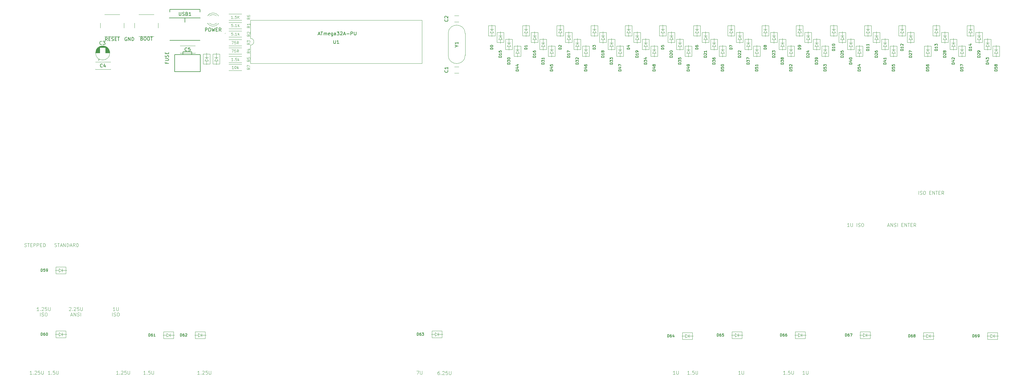
<source format=gto>
G04 #@! TF.GenerationSoftware,KiCad,Pcbnew,(5.1.9)-1*
G04 #@! TF.CreationDate,2021-07-01T11:32:35-04:00*
G04 #@! TF.ProjectId,discipline-pcb,64697363-6970-46c6-996e-652d7063622e,rev?*
G04 #@! TF.SameCoordinates,Original*
G04 #@! TF.FileFunction,Legend,Top*
G04 #@! TF.FilePolarity,Positive*
%FSLAX46Y46*%
G04 Gerber Fmt 4.6, Leading zero omitted, Abs format (unit mm)*
G04 Created by KiCad (PCBNEW (5.1.9)-1) date 2021-07-01 11:32:35*
%MOMM*%
%LPD*%
G01*
G04 APERTURE LIST*
%ADD10C,0.100000*%
%ADD11C,0.120000*%
%ADD12C,0.150000*%
%ADD13C,0.203200*%
%ADD14C,0.200000*%
G04 APERTURE END LIST*
D10*
X121901047Y-70173904D02*
X121520095Y-70173904D01*
X121482000Y-70554857D01*
X121520095Y-70516761D01*
X121596285Y-70478666D01*
X121786761Y-70478666D01*
X121862952Y-70516761D01*
X121901047Y-70554857D01*
X121939142Y-70631047D01*
X121939142Y-70821523D01*
X121901047Y-70897714D01*
X121862952Y-70935809D01*
X121786761Y-70973904D01*
X121596285Y-70973904D01*
X121520095Y-70935809D01*
X121482000Y-70897714D01*
X122282000Y-70897714D02*
X122320095Y-70935809D01*
X122282000Y-70973904D01*
X122243904Y-70935809D01*
X122282000Y-70897714D01*
X122282000Y-70973904D01*
X123082000Y-70973904D02*
X122624857Y-70973904D01*
X122853428Y-70973904D02*
X122853428Y-70173904D01*
X122777238Y-70288190D01*
X122701047Y-70364380D01*
X122624857Y-70402476D01*
X123424857Y-70973904D02*
X123424857Y-70173904D01*
X123882000Y-70973904D02*
X123539142Y-70516761D01*
X123882000Y-70173904D02*
X123424857Y-70631047D01*
X121901047Y-72713904D02*
X121520095Y-72713904D01*
X121482000Y-73094857D01*
X121520095Y-73056761D01*
X121596285Y-73018666D01*
X121786761Y-73018666D01*
X121862952Y-73056761D01*
X121901047Y-73094857D01*
X121939142Y-73171047D01*
X121939142Y-73361523D01*
X121901047Y-73437714D01*
X121862952Y-73475809D01*
X121786761Y-73513904D01*
X121596285Y-73513904D01*
X121520095Y-73475809D01*
X121482000Y-73437714D01*
X122282000Y-73437714D02*
X122320095Y-73475809D01*
X122282000Y-73513904D01*
X122243904Y-73475809D01*
X122282000Y-73437714D01*
X122282000Y-73513904D01*
X123082000Y-73513904D02*
X122624857Y-73513904D01*
X122853428Y-73513904D02*
X122853428Y-72713904D01*
X122777238Y-72828190D01*
X122701047Y-72904380D01*
X122624857Y-72942476D01*
X123424857Y-73513904D02*
X123424857Y-72713904D01*
X123882000Y-73513904D02*
X123539142Y-73056761D01*
X123882000Y-72713904D02*
X123424857Y-73171047D01*
X305101857Y-130500380D02*
X304530428Y-130500380D01*
X304816142Y-130500380D02*
X304816142Y-129500380D01*
X304720904Y-129643238D01*
X304625666Y-129738476D01*
X304530428Y-129786095D01*
X305530428Y-129500380D02*
X305530428Y-130309904D01*
X305578047Y-130405142D01*
X305625666Y-130452761D01*
X305720904Y-130500380D01*
X305911380Y-130500380D01*
X306006619Y-130452761D01*
X306054238Y-130405142D01*
X306101857Y-130309904D01*
X306101857Y-129500380D01*
X307339952Y-130500380D02*
X307339952Y-129500380D01*
X307768523Y-130452761D02*
X307911380Y-130500380D01*
X308149476Y-130500380D01*
X308244714Y-130452761D01*
X308292333Y-130405142D01*
X308339952Y-130309904D01*
X308339952Y-130214666D01*
X308292333Y-130119428D01*
X308244714Y-130071809D01*
X308149476Y-130024190D01*
X307959000Y-129976571D01*
X307863761Y-129928952D01*
X307816142Y-129881333D01*
X307768523Y-129786095D01*
X307768523Y-129690857D01*
X307816142Y-129595619D01*
X307863761Y-129548000D01*
X307959000Y-129500380D01*
X308197095Y-129500380D01*
X308339952Y-129548000D01*
X308959000Y-129500380D02*
X309149476Y-129500380D01*
X309244714Y-129548000D01*
X309339952Y-129643238D01*
X309387571Y-129833714D01*
X309387571Y-130167047D01*
X309339952Y-130357523D01*
X309244714Y-130452761D01*
X309149476Y-130500380D01*
X308959000Y-130500380D01*
X308863761Y-130452761D01*
X308768523Y-130357523D01*
X308720904Y-130167047D01*
X308720904Y-129833714D01*
X308768523Y-129643238D01*
X308863761Y-129548000D01*
X308959000Y-129500380D01*
X325722123Y-120924580D02*
X325722123Y-119924580D01*
X326150695Y-120876961D02*
X326293552Y-120924580D01*
X326531647Y-120924580D01*
X326626885Y-120876961D01*
X326674504Y-120829342D01*
X326722123Y-120734104D01*
X326722123Y-120638866D01*
X326674504Y-120543628D01*
X326626885Y-120496009D01*
X326531647Y-120448390D01*
X326341171Y-120400771D01*
X326245933Y-120353152D01*
X326198314Y-120305533D01*
X326150695Y-120210295D01*
X326150695Y-120115057D01*
X326198314Y-120019819D01*
X326245933Y-119972200D01*
X326341171Y-119924580D01*
X326579266Y-119924580D01*
X326722123Y-119972200D01*
X327341171Y-119924580D02*
X327531647Y-119924580D01*
X327626885Y-119972200D01*
X327722123Y-120067438D01*
X327769742Y-120257914D01*
X327769742Y-120591247D01*
X327722123Y-120781723D01*
X327626885Y-120876961D01*
X327531647Y-120924580D01*
X327341171Y-120924580D01*
X327245933Y-120876961D01*
X327150695Y-120781723D01*
X327103076Y-120591247D01*
X327103076Y-120257914D01*
X327150695Y-120067438D01*
X327245933Y-119972200D01*
X327341171Y-119924580D01*
X328960219Y-120400771D02*
X329293552Y-120400771D01*
X329436409Y-120924580D02*
X328960219Y-120924580D01*
X328960219Y-119924580D01*
X329436409Y-119924580D01*
X329864980Y-120924580D02*
X329864980Y-119924580D01*
X330436409Y-120924580D01*
X330436409Y-119924580D01*
X330769742Y-119924580D02*
X331341171Y-119924580D01*
X331055457Y-120924580D02*
X331055457Y-119924580D01*
X331674504Y-120400771D02*
X332007838Y-120400771D01*
X332150695Y-120924580D02*
X331674504Y-120924580D01*
X331674504Y-119924580D01*
X332150695Y-119924580D01*
X333150695Y-120924580D02*
X332817361Y-120448390D01*
X332579266Y-120924580D02*
X332579266Y-119924580D01*
X332960219Y-119924580D01*
X333055457Y-119972200D01*
X333103076Y-120019819D01*
X333150695Y-120115057D01*
X333150695Y-120257914D01*
X333103076Y-120353152D01*
X333055457Y-120400771D01*
X332960219Y-120448390D01*
X332579266Y-120448390D01*
X316533733Y-130214666D02*
X317009923Y-130214666D01*
X316438495Y-130500380D02*
X316771828Y-129500380D01*
X317105161Y-130500380D01*
X317438495Y-130500380D02*
X317438495Y-129500380D01*
X318009923Y-130500380D01*
X318009923Y-129500380D01*
X318438495Y-130452761D02*
X318581352Y-130500380D01*
X318819447Y-130500380D01*
X318914685Y-130452761D01*
X318962304Y-130405142D01*
X319009923Y-130309904D01*
X319009923Y-130214666D01*
X318962304Y-130119428D01*
X318914685Y-130071809D01*
X318819447Y-130024190D01*
X318628971Y-129976571D01*
X318533733Y-129928952D01*
X318486114Y-129881333D01*
X318438495Y-129786095D01*
X318438495Y-129690857D01*
X318486114Y-129595619D01*
X318533733Y-129548000D01*
X318628971Y-129500380D01*
X318867066Y-129500380D01*
X319009923Y-129548000D01*
X319438495Y-130500380D02*
X319438495Y-129500380D01*
X320676590Y-129976571D02*
X321009923Y-129976571D01*
X321152780Y-130500380D02*
X320676590Y-130500380D01*
X320676590Y-129500380D01*
X321152780Y-129500380D01*
X321581352Y-130500380D02*
X321581352Y-129500380D01*
X322152780Y-130500380D01*
X322152780Y-129500380D01*
X322486114Y-129500380D02*
X323057542Y-129500380D01*
X322771828Y-130500380D02*
X322771828Y-129500380D01*
X323390876Y-129976571D02*
X323724209Y-129976571D01*
X323867066Y-130500380D02*
X323390876Y-130500380D01*
X323390876Y-129500380D01*
X323867066Y-129500380D01*
X324867066Y-130500380D02*
X324533733Y-130024190D01*
X324295638Y-130500380D02*
X324295638Y-129500380D01*
X324676590Y-129500380D01*
X324771828Y-129548000D01*
X324819447Y-129595619D01*
X324867066Y-129690857D01*
X324867066Y-129833714D01*
X324819447Y-129928952D01*
X324771828Y-129976571D01*
X324676590Y-130024190D01*
X324295638Y-130024190D01*
X86915654Y-155544780D02*
X86344226Y-155544780D01*
X86629940Y-155544780D02*
X86629940Y-154544780D01*
X86534702Y-154687638D01*
X86439464Y-154782876D01*
X86344226Y-154830495D01*
X87344226Y-154544780D02*
X87344226Y-155354304D01*
X87391845Y-155449542D01*
X87439464Y-155497161D01*
X87534702Y-155544780D01*
X87725178Y-155544780D01*
X87820416Y-155497161D01*
X87868035Y-155449542D01*
X87915654Y-155354304D01*
X87915654Y-154544780D01*
X86153750Y-157144780D02*
X86153750Y-156144780D01*
X86582321Y-157097161D02*
X86725178Y-157144780D01*
X86963273Y-157144780D01*
X87058511Y-157097161D01*
X87106130Y-157049542D01*
X87153750Y-156954304D01*
X87153750Y-156859066D01*
X87106130Y-156763828D01*
X87058511Y-156716209D01*
X86963273Y-156668590D01*
X86772797Y-156620971D01*
X86677559Y-156573352D01*
X86629940Y-156525733D01*
X86582321Y-156430495D01*
X86582321Y-156335257D01*
X86629940Y-156240019D01*
X86677559Y-156192400D01*
X86772797Y-156144780D01*
X87010892Y-156144780D01*
X87153750Y-156192400D01*
X87772797Y-156144780D02*
X87963273Y-156144780D01*
X88058511Y-156192400D01*
X88153750Y-156287638D01*
X88201369Y-156478114D01*
X88201369Y-156811447D01*
X88153750Y-157001923D01*
X88058511Y-157097161D01*
X87963273Y-157144780D01*
X87772797Y-157144780D01*
X87677559Y-157097161D01*
X87582321Y-157001923D01*
X87534702Y-156811447D01*
X87534702Y-156478114D01*
X87582321Y-156287638D01*
X87677559Y-156192400D01*
X87772797Y-156144780D01*
X73285600Y-154640019D02*
X73333219Y-154592400D01*
X73428457Y-154544780D01*
X73666552Y-154544780D01*
X73761790Y-154592400D01*
X73809409Y-154640019D01*
X73857028Y-154735257D01*
X73857028Y-154830495D01*
X73809409Y-154973352D01*
X73237980Y-155544780D01*
X73857028Y-155544780D01*
X74285600Y-155449542D02*
X74333219Y-155497161D01*
X74285600Y-155544780D01*
X74237980Y-155497161D01*
X74285600Y-155449542D01*
X74285600Y-155544780D01*
X74714171Y-154640019D02*
X74761790Y-154592400D01*
X74857028Y-154544780D01*
X75095123Y-154544780D01*
X75190361Y-154592400D01*
X75237980Y-154640019D01*
X75285600Y-154735257D01*
X75285600Y-154830495D01*
X75237980Y-154973352D01*
X74666552Y-155544780D01*
X75285600Y-155544780D01*
X76190361Y-154544780D02*
X75714171Y-154544780D01*
X75666552Y-155020971D01*
X75714171Y-154973352D01*
X75809409Y-154925733D01*
X76047504Y-154925733D01*
X76142742Y-154973352D01*
X76190361Y-155020971D01*
X76237980Y-155116209D01*
X76237980Y-155354304D01*
X76190361Y-155449542D01*
X76142742Y-155497161D01*
X76047504Y-155544780D01*
X75809409Y-155544780D01*
X75714171Y-155497161D01*
X75666552Y-155449542D01*
X76666552Y-154544780D02*
X76666552Y-155354304D01*
X76714171Y-155449542D01*
X76761790Y-155497161D01*
X76857028Y-155544780D01*
X77047504Y-155544780D01*
X77142742Y-155497161D01*
X77190361Y-155449542D01*
X77237980Y-155354304D01*
X77237980Y-154544780D01*
X73809409Y-156859066D02*
X74285600Y-156859066D01*
X73714171Y-157144780D02*
X74047504Y-156144780D01*
X74380838Y-157144780D01*
X74714171Y-157144780D02*
X74714171Y-156144780D01*
X75285600Y-157144780D01*
X75285600Y-156144780D01*
X75714171Y-157097161D02*
X75857028Y-157144780D01*
X76095123Y-157144780D01*
X76190361Y-157097161D01*
X76237980Y-157049542D01*
X76285600Y-156954304D01*
X76285600Y-156859066D01*
X76237980Y-156763828D01*
X76190361Y-156716209D01*
X76095123Y-156668590D01*
X75904647Y-156620971D01*
X75809409Y-156573352D01*
X75761790Y-156525733D01*
X75714171Y-156430495D01*
X75714171Y-156335257D01*
X75761790Y-156240019D01*
X75809409Y-156192400D01*
X75904647Y-156144780D01*
X76142742Y-156144780D01*
X76285600Y-156192400D01*
X76714171Y-157144780D02*
X76714171Y-156144780D01*
X64293928Y-155544780D02*
X63722500Y-155544780D01*
X64008214Y-155544780D02*
X64008214Y-154544780D01*
X63912976Y-154687638D01*
X63817738Y-154782876D01*
X63722500Y-154830495D01*
X64722500Y-155449542D02*
X64770119Y-155497161D01*
X64722500Y-155544780D01*
X64674880Y-155497161D01*
X64722500Y-155449542D01*
X64722500Y-155544780D01*
X65151071Y-154640019D02*
X65198690Y-154592400D01*
X65293928Y-154544780D01*
X65532023Y-154544780D01*
X65627261Y-154592400D01*
X65674880Y-154640019D01*
X65722500Y-154735257D01*
X65722500Y-154830495D01*
X65674880Y-154973352D01*
X65103452Y-155544780D01*
X65722500Y-155544780D01*
X66627261Y-154544780D02*
X66151071Y-154544780D01*
X66103452Y-155020971D01*
X66151071Y-154973352D01*
X66246309Y-154925733D01*
X66484404Y-154925733D01*
X66579642Y-154973352D01*
X66627261Y-155020971D01*
X66674880Y-155116209D01*
X66674880Y-155354304D01*
X66627261Y-155449542D01*
X66579642Y-155497161D01*
X66484404Y-155544780D01*
X66246309Y-155544780D01*
X66151071Y-155497161D01*
X66103452Y-155449542D01*
X67103452Y-154544780D02*
X67103452Y-155354304D01*
X67151071Y-155449542D01*
X67198690Y-155497161D01*
X67293928Y-155544780D01*
X67484404Y-155544780D01*
X67579642Y-155497161D01*
X67627261Y-155449542D01*
X67674880Y-155354304D01*
X67674880Y-154544780D01*
X64722500Y-157144780D02*
X64722500Y-156144780D01*
X65151071Y-157097161D02*
X65293928Y-157144780D01*
X65532023Y-157144780D01*
X65627261Y-157097161D01*
X65674880Y-157049542D01*
X65722500Y-156954304D01*
X65722500Y-156859066D01*
X65674880Y-156763828D01*
X65627261Y-156716209D01*
X65532023Y-156668590D01*
X65341547Y-156620971D01*
X65246309Y-156573352D01*
X65198690Y-156525733D01*
X65151071Y-156430495D01*
X65151071Y-156335257D01*
X65198690Y-156240019D01*
X65246309Y-156192400D01*
X65341547Y-156144780D01*
X65579642Y-156144780D01*
X65722500Y-156192400D01*
X66341547Y-156144780D02*
X66532023Y-156144780D01*
X66627261Y-156192400D01*
X66722500Y-156287638D01*
X66770119Y-156478114D01*
X66770119Y-156811447D01*
X66722500Y-157001923D01*
X66627261Y-157097161D01*
X66532023Y-157144780D01*
X66341547Y-157144780D01*
X66246309Y-157097161D01*
X66151071Y-157001923D01*
X66103452Y-156811447D01*
X66103452Y-156478114D01*
X66151071Y-156287638D01*
X66246309Y-156192400D01*
X66341547Y-156144780D01*
D11*
X119602918Y-72965812D02*
X119847890Y-72703342D01*
D12*
X84653619Y-75128380D02*
X84320285Y-74652190D01*
X84082190Y-75128380D02*
X84082190Y-74128380D01*
X84463142Y-74128380D01*
X84558380Y-74176000D01*
X84606000Y-74223619D01*
X84653619Y-74318857D01*
X84653619Y-74461714D01*
X84606000Y-74556952D01*
X84558380Y-74604571D01*
X84463142Y-74652190D01*
X84082190Y-74652190D01*
X85082190Y-74604571D02*
X85415523Y-74604571D01*
X85558380Y-75128380D02*
X85082190Y-75128380D01*
X85082190Y-74128380D01*
X85558380Y-74128380D01*
X85939333Y-75080761D02*
X86082190Y-75128380D01*
X86320285Y-75128380D01*
X86415523Y-75080761D01*
X86463142Y-75033142D01*
X86510761Y-74937904D01*
X86510761Y-74842666D01*
X86463142Y-74747428D01*
X86415523Y-74699809D01*
X86320285Y-74652190D01*
X86129809Y-74604571D01*
X86034571Y-74556952D01*
X85986952Y-74509333D01*
X85939333Y-74414095D01*
X85939333Y-74318857D01*
X85986952Y-74223619D01*
X86034571Y-74176000D01*
X86129809Y-74128380D01*
X86367904Y-74128380D01*
X86510761Y-74176000D01*
X86939333Y-74604571D02*
X87272666Y-74604571D01*
X87415523Y-75128380D02*
X86939333Y-75128380D01*
X86939333Y-74128380D01*
X87415523Y-74128380D01*
X87701238Y-74128380D02*
X88272666Y-74128380D01*
X87986952Y-75128380D02*
X87986952Y-74128380D01*
X113768476Y-72334380D02*
X113768476Y-71334380D01*
X114149428Y-71334380D01*
X114244666Y-71382000D01*
X114292285Y-71429619D01*
X114339904Y-71524857D01*
X114339904Y-71667714D01*
X114292285Y-71762952D01*
X114244666Y-71810571D01*
X114149428Y-71858190D01*
X113768476Y-71858190D01*
X114958952Y-71334380D02*
X115149428Y-71334380D01*
X115244666Y-71382000D01*
X115339904Y-71477238D01*
X115387523Y-71667714D01*
X115387523Y-72001047D01*
X115339904Y-72191523D01*
X115244666Y-72286761D01*
X115149428Y-72334380D01*
X114958952Y-72334380D01*
X114863714Y-72286761D01*
X114768476Y-72191523D01*
X114720857Y-72001047D01*
X114720857Y-71667714D01*
X114768476Y-71477238D01*
X114863714Y-71382000D01*
X114958952Y-71334380D01*
X115720857Y-71334380D02*
X115958952Y-72334380D01*
X116149428Y-71620095D01*
X116339904Y-72334380D01*
X116578000Y-71334380D01*
X116958952Y-71810571D02*
X117292285Y-71810571D01*
X117435142Y-72334380D02*
X116958952Y-72334380D01*
X116958952Y-71334380D01*
X117435142Y-71334380D01*
X118435142Y-72334380D02*
X118101809Y-71858190D01*
X117863714Y-72334380D02*
X117863714Y-71334380D01*
X118244666Y-71334380D01*
X118339904Y-71382000D01*
X118387523Y-71429619D01*
X118435142Y-71524857D01*
X118435142Y-71667714D01*
X118387523Y-71762952D01*
X118339904Y-71810571D01*
X118244666Y-71858190D01*
X117863714Y-71858190D01*
X90424095Y-74176000D02*
X90328857Y-74128380D01*
X90186000Y-74128380D01*
X90043142Y-74176000D01*
X89947904Y-74271238D01*
X89900285Y-74366476D01*
X89852666Y-74556952D01*
X89852666Y-74699809D01*
X89900285Y-74890285D01*
X89947904Y-74985523D01*
X90043142Y-75080761D01*
X90186000Y-75128380D01*
X90281238Y-75128380D01*
X90424095Y-75080761D01*
X90471714Y-75033142D01*
X90471714Y-74699809D01*
X90281238Y-74699809D01*
X90900285Y-75128380D02*
X90900285Y-74128380D01*
X91471714Y-75128380D01*
X91471714Y-74128380D01*
X91947904Y-75128380D02*
X91947904Y-74128380D01*
X92186000Y-74128380D01*
X92328857Y-74176000D01*
X92424095Y-74271238D01*
X92471714Y-74366476D01*
X92519333Y-74556952D01*
X92519333Y-74699809D01*
X92471714Y-74890285D01*
X92424095Y-74985523D01*
X92328857Y-75080761D01*
X92186000Y-75128380D01*
X91947904Y-75128380D01*
D10*
X291851210Y-174478614D02*
X291279782Y-174478614D01*
X291565496Y-174478614D02*
X291565496Y-173478614D01*
X291470258Y-173621472D01*
X291375020Y-173716710D01*
X291279782Y-173764329D01*
X292279782Y-173478614D02*
X292279782Y-174288138D01*
X292327401Y-174383376D01*
X292375020Y-174430995D01*
X292470258Y-174478614D01*
X292660734Y-174478614D01*
X292755972Y-174430995D01*
X292803591Y-174383376D01*
X292851210Y-174288138D01*
X292851210Y-173478614D01*
X272760892Y-174478614D02*
X272189464Y-174478614D01*
X272475178Y-174478614D02*
X272475178Y-173478614D01*
X272379940Y-173621472D01*
X272284702Y-173716710D01*
X272189464Y-173764329D01*
X273189464Y-173478614D02*
X273189464Y-174288138D01*
X273237083Y-174383376D01*
X273284702Y-174430995D01*
X273379940Y-174478614D01*
X273570416Y-174478614D01*
X273665654Y-174430995D01*
X273713273Y-174383376D01*
X273760892Y-174288138D01*
X273760892Y-173478614D01*
X253350650Y-174478614D02*
X252779222Y-174478614D01*
X253064936Y-174478614D02*
X253064936Y-173478614D01*
X252969698Y-173621472D01*
X252874460Y-173716710D01*
X252779222Y-173764329D01*
X253779222Y-173478614D02*
X253779222Y-174288138D01*
X253826841Y-174383376D01*
X253874460Y-174430995D01*
X253969698Y-174478614D01*
X254160174Y-174478614D01*
X254255412Y-174430995D01*
X254303031Y-174383376D01*
X254350650Y-174288138D01*
X254350650Y-173478614D01*
X68976474Y-136426063D02*
X69119332Y-136473682D01*
X69357427Y-136473682D01*
X69452665Y-136426063D01*
X69500284Y-136378444D01*
X69547903Y-136283206D01*
X69547903Y-136187968D01*
X69500284Y-136092730D01*
X69452665Y-136045111D01*
X69357427Y-135997492D01*
X69166951Y-135949873D01*
X69071713Y-135902254D01*
X69024094Y-135854635D01*
X68976474Y-135759397D01*
X68976474Y-135664159D01*
X69024094Y-135568921D01*
X69071713Y-135521302D01*
X69166951Y-135473682D01*
X69405046Y-135473682D01*
X69547903Y-135521302D01*
X69833617Y-135473682D02*
X70405046Y-135473682D01*
X70119332Y-136473682D02*
X70119332Y-135473682D01*
X70690760Y-136187968D02*
X71166951Y-136187968D01*
X70595522Y-136473682D02*
X70928855Y-135473682D01*
X71262189Y-136473682D01*
X71595522Y-136473682D02*
X71595522Y-135473682D01*
X72166951Y-136473682D01*
X72166951Y-135473682D01*
X72643141Y-136473682D02*
X72643141Y-135473682D01*
X72881236Y-135473682D01*
X73024094Y-135521302D01*
X73119332Y-135616540D01*
X73166951Y-135711778D01*
X73214570Y-135902254D01*
X73214570Y-136045111D01*
X73166951Y-136235587D01*
X73119332Y-136330825D01*
X73024094Y-136426063D01*
X72881236Y-136473682D01*
X72643141Y-136473682D01*
X73595522Y-136187968D02*
X74071713Y-136187968D01*
X73500284Y-136473682D02*
X73833617Y-135473682D01*
X74166951Y-136473682D01*
X75071713Y-136473682D02*
X74738379Y-135997492D01*
X74500284Y-136473682D02*
X74500284Y-135473682D01*
X74881236Y-135473682D01*
X74976474Y-135521302D01*
X75024094Y-135568921D01*
X75071713Y-135664159D01*
X75071713Y-135807016D01*
X75024094Y-135902254D01*
X74976474Y-135949873D01*
X74881236Y-135997492D01*
X74500284Y-135997492D01*
X75500284Y-136473682D02*
X75500284Y-135473682D01*
X75738379Y-135473682D01*
X75881236Y-135521302D01*
X75976474Y-135616540D01*
X76024094Y-135711778D01*
X76071713Y-135902254D01*
X76071713Y-136045111D01*
X76024094Y-136235587D01*
X75976474Y-136330825D01*
X75881236Y-136426063D01*
X75738379Y-136473682D01*
X75500284Y-136473682D01*
X60056418Y-136426063D02*
X60199275Y-136473682D01*
X60437370Y-136473682D01*
X60532608Y-136426063D01*
X60580227Y-136378444D01*
X60627847Y-136283206D01*
X60627847Y-136187968D01*
X60580227Y-136092730D01*
X60532608Y-136045111D01*
X60437370Y-135997492D01*
X60246894Y-135949873D01*
X60151656Y-135902254D01*
X60104037Y-135854635D01*
X60056418Y-135759397D01*
X60056418Y-135664159D01*
X60104037Y-135568921D01*
X60151656Y-135521302D01*
X60246894Y-135473682D01*
X60484989Y-135473682D01*
X60627847Y-135521302D01*
X60913561Y-135473682D02*
X61484989Y-135473682D01*
X61199275Y-136473682D02*
X61199275Y-135473682D01*
X61818323Y-135949873D02*
X62151656Y-135949873D01*
X62294513Y-136473682D02*
X61818323Y-136473682D01*
X61818323Y-135473682D01*
X62294513Y-135473682D01*
X62723085Y-136473682D02*
X62723085Y-135473682D01*
X63104037Y-135473682D01*
X63199275Y-135521302D01*
X63246894Y-135568921D01*
X63294513Y-135664159D01*
X63294513Y-135807016D01*
X63246894Y-135902254D01*
X63199275Y-135949873D01*
X63104037Y-135997492D01*
X62723085Y-135997492D01*
X63723085Y-136473682D02*
X63723085Y-135473682D01*
X64104037Y-135473682D01*
X64199275Y-135521302D01*
X64246894Y-135568921D01*
X64294513Y-135664159D01*
X64294513Y-135807016D01*
X64246894Y-135902254D01*
X64199275Y-135949873D01*
X64104037Y-135997492D01*
X63723085Y-135997492D01*
X64723085Y-135949873D02*
X65056418Y-135949873D01*
X65199275Y-136473682D02*
X64723085Y-136473682D01*
X64723085Y-135473682D01*
X65199275Y-135473682D01*
X65627847Y-136473682D02*
X65627847Y-135473682D01*
X65865942Y-135473682D01*
X66008799Y-135521302D01*
X66104037Y-135616540D01*
X66151656Y-135711778D01*
X66199275Y-135902254D01*
X66199275Y-136045111D01*
X66151656Y-136235587D01*
X66104037Y-136330825D01*
X66008799Y-136426063D01*
X65865942Y-136473682D01*
X65627847Y-136473682D01*
X286110604Y-174478614D02*
X285539175Y-174478614D01*
X285824889Y-174478614D02*
X285824889Y-173478614D01*
X285729651Y-173621472D01*
X285634413Y-173716710D01*
X285539175Y-173764329D01*
X286539175Y-174383376D02*
X286586794Y-174430995D01*
X286539175Y-174478614D01*
X286491556Y-174430995D01*
X286539175Y-174383376D01*
X286539175Y-174478614D01*
X287491556Y-173478614D02*
X287015365Y-173478614D01*
X286967746Y-173954805D01*
X287015365Y-173907186D01*
X287110604Y-173859567D01*
X287348699Y-173859567D01*
X287443937Y-173907186D01*
X287491556Y-173954805D01*
X287539175Y-174050043D01*
X287539175Y-174288138D01*
X287491556Y-174383376D01*
X287443937Y-174430995D01*
X287348699Y-174478614D01*
X287110604Y-174478614D01*
X287015365Y-174430995D01*
X286967746Y-174383376D01*
X287967746Y-173478614D02*
X287967746Y-174288138D01*
X288015365Y-174383376D01*
X288062985Y-174430995D01*
X288158223Y-174478614D01*
X288348699Y-174478614D01*
X288443937Y-174430995D01*
X288491556Y-174383376D01*
X288539175Y-174288138D01*
X288539175Y-173478614D01*
X257623200Y-174478614D02*
X257051771Y-174478614D01*
X257337485Y-174478614D02*
X257337485Y-173478614D01*
X257242247Y-173621472D01*
X257147009Y-173716710D01*
X257051771Y-173764329D01*
X258051771Y-174383376D02*
X258099390Y-174430995D01*
X258051771Y-174478614D01*
X258004152Y-174430995D01*
X258051771Y-174383376D01*
X258051771Y-174478614D01*
X259004152Y-173478614D02*
X258527961Y-173478614D01*
X258480342Y-173954805D01*
X258527961Y-173907186D01*
X258623200Y-173859567D01*
X258861295Y-173859567D01*
X258956533Y-173907186D01*
X259004152Y-173954805D01*
X259051771Y-174050043D01*
X259051771Y-174288138D01*
X259004152Y-174383376D01*
X258956533Y-174430995D01*
X258861295Y-174478614D01*
X258623200Y-174478614D01*
X258527961Y-174430995D01*
X258480342Y-174383376D01*
X259480342Y-173478614D02*
X259480342Y-174288138D01*
X259527961Y-174383376D01*
X259575581Y-174430995D01*
X259670819Y-174478614D01*
X259861295Y-174478614D01*
X259956533Y-174430995D01*
X260004152Y-174383376D01*
X260051771Y-174288138D01*
X260051771Y-173478614D01*
X95980958Y-174478614D02*
X95409529Y-174478614D01*
X95695243Y-174478614D02*
X95695243Y-173478614D01*
X95600005Y-173621472D01*
X95504767Y-173716710D01*
X95409529Y-173764329D01*
X96409529Y-174383376D02*
X96457148Y-174430995D01*
X96409529Y-174478614D01*
X96361910Y-174430995D01*
X96409529Y-174383376D01*
X96409529Y-174478614D01*
X97361910Y-173478614D02*
X96885719Y-173478614D01*
X96838100Y-173954805D01*
X96885719Y-173907186D01*
X96980958Y-173859567D01*
X97219053Y-173859567D01*
X97314291Y-173907186D01*
X97361910Y-173954805D01*
X97409529Y-174050043D01*
X97409529Y-174288138D01*
X97361910Y-174383376D01*
X97314291Y-174430995D01*
X97219053Y-174478614D01*
X96980958Y-174478614D01*
X96885719Y-174430995D01*
X96838100Y-174383376D01*
X97838100Y-173478614D02*
X97838100Y-174288138D01*
X97885719Y-174383376D01*
X97933339Y-174430995D01*
X98028577Y-174478614D01*
X98219053Y-174478614D01*
X98314291Y-174430995D01*
X98361910Y-174383376D01*
X98409529Y-174288138D01*
X98409529Y-173478614D01*
X67634738Y-174478614D02*
X67063309Y-174478614D01*
X67349023Y-174478614D02*
X67349023Y-173478614D01*
X67253785Y-173621472D01*
X67158547Y-173716710D01*
X67063309Y-173764329D01*
X68063309Y-174383376D02*
X68110928Y-174430995D01*
X68063309Y-174478614D01*
X68015690Y-174430995D01*
X68063309Y-174383376D01*
X68063309Y-174478614D01*
X69015690Y-173478614D02*
X68539499Y-173478614D01*
X68491880Y-173954805D01*
X68539499Y-173907186D01*
X68634738Y-173859567D01*
X68872833Y-173859567D01*
X68968071Y-173907186D01*
X69015690Y-173954805D01*
X69063309Y-174050043D01*
X69063309Y-174288138D01*
X69015690Y-174383376D01*
X68968071Y-174430995D01*
X68872833Y-174478614D01*
X68634738Y-174478614D01*
X68539499Y-174430995D01*
X68491880Y-174383376D01*
X69491880Y-173478614D02*
X69491880Y-174288138D01*
X69539499Y-174383376D01*
X69587119Y-174430995D01*
X69682357Y-174478614D01*
X69872833Y-174478614D01*
X69968071Y-174430995D01*
X70015690Y-174383376D01*
X70063309Y-174288138D01*
X70063309Y-173478614D01*
X112040062Y-174478614D02*
X111468634Y-174478614D01*
X111754348Y-174478614D02*
X111754348Y-173478614D01*
X111659110Y-173621472D01*
X111563872Y-173716710D01*
X111468634Y-173764329D01*
X112468634Y-174383376D02*
X112516253Y-174430995D01*
X112468634Y-174478614D01*
X112421014Y-174430995D01*
X112468634Y-174383376D01*
X112468634Y-174478614D01*
X112897205Y-173573853D02*
X112944824Y-173526234D01*
X113040062Y-173478614D01*
X113278157Y-173478614D01*
X113373395Y-173526234D01*
X113421014Y-173573853D01*
X113468634Y-173669091D01*
X113468634Y-173764329D01*
X113421014Y-173907186D01*
X112849586Y-174478614D01*
X113468634Y-174478614D01*
X114373395Y-173478614D02*
X113897205Y-173478614D01*
X113849586Y-173954805D01*
X113897205Y-173907186D01*
X113992443Y-173859567D01*
X114230538Y-173859567D01*
X114325776Y-173907186D01*
X114373395Y-173954805D01*
X114421014Y-174050043D01*
X114421014Y-174288138D01*
X114373395Y-174383376D01*
X114325776Y-174430995D01*
X114230538Y-174478614D01*
X113992443Y-174478614D01*
X113897205Y-174430995D01*
X113849586Y-174383376D01*
X114849586Y-173478614D02*
X114849586Y-174288138D01*
X114897205Y-174383376D01*
X114944824Y-174430995D01*
X115040062Y-174478614D01*
X115230538Y-174478614D01*
X115325776Y-174430995D01*
X115373395Y-174383376D01*
X115421014Y-174288138D01*
X115421014Y-173478614D01*
X87893282Y-174478614D02*
X87321854Y-174478614D01*
X87607568Y-174478614D02*
X87607568Y-173478614D01*
X87512330Y-173621472D01*
X87417092Y-173716710D01*
X87321854Y-173764329D01*
X88321854Y-174383376D02*
X88369473Y-174430995D01*
X88321854Y-174478614D01*
X88274234Y-174430995D01*
X88321854Y-174383376D01*
X88321854Y-174478614D01*
X88750425Y-173573853D02*
X88798044Y-173526234D01*
X88893282Y-173478614D01*
X89131377Y-173478614D01*
X89226615Y-173526234D01*
X89274234Y-173573853D01*
X89321854Y-173669091D01*
X89321854Y-173764329D01*
X89274234Y-173907186D01*
X88702806Y-174478614D01*
X89321854Y-174478614D01*
X90226615Y-173478614D02*
X89750425Y-173478614D01*
X89702806Y-173954805D01*
X89750425Y-173907186D01*
X89845663Y-173859567D01*
X90083758Y-173859567D01*
X90178996Y-173907186D01*
X90226615Y-173954805D01*
X90274234Y-174050043D01*
X90274234Y-174288138D01*
X90226615Y-174383376D01*
X90178996Y-174430995D01*
X90083758Y-174478614D01*
X89845663Y-174478614D01*
X89750425Y-174430995D01*
X89702806Y-174383376D01*
X90702806Y-173478614D02*
X90702806Y-174288138D01*
X90750425Y-174383376D01*
X90798044Y-174430995D01*
X90893282Y-174478614D01*
X91083758Y-174478614D01*
X91178996Y-174430995D01*
X91226615Y-174383376D01*
X91274234Y-174288138D01*
X91274234Y-173478614D01*
X62224205Y-174478614D02*
X61652777Y-174478614D01*
X61938491Y-174478614D02*
X61938491Y-173478614D01*
X61843253Y-173621472D01*
X61748015Y-173716710D01*
X61652777Y-173764329D01*
X62652777Y-174383376D02*
X62700396Y-174430995D01*
X62652777Y-174478614D01*
X62605157Y-174430995D01*
X62652777Y-174383376D01*
X62652777Y-174478614D01*
X63081348Y-173573853D02*
X63128967Y-173526234D01*
X63224205Y-173478614D01*
X63462300Y-173478614D01*
X63557538Y-173526234D01*
X63605157Y-173573853D01*
X63652777Y-173669091D01*
X63652777Y-173764329D01*
X63605157Y-173907186D01*
X63033729Y-174478614D01*
X63652777Y-174478614D01*
X64557538Y-173478614D02*
X64081348Y-173478614D01*
X64033729Y-173954805D01*
X64081348Y-173907186D01*
X64176586Y-173859567D01*
X64414681Y-173859567D01*
X64509919Y-173907186D01*
X64557538Y-173954805D01*
X64605157Y-174050043D01*
X64605157Y-174288138D01*
X64557538Y-174383376D01*
X64509919Y-174430995D01*
X64414681Y-174478614D01*
X64176586Y-174478614D01*
X64081348Y-174430995D01*
X64033729Y-174383376D01*
X65033729Y-173478614D02*
X65033729Y-174288138D01*
X65081348Y-174383376D01*
X65128967Y-174430995D01*
X65224205Y-174478614D01*
X65414681Y-174478614D01*
X65509919Y-174430995D01*
X65557538Y-174383376D01*
X65605157Y-174288138D01*
X65605157Y-173478614D01*
D11*
X327422000Y-76762000D02*
X327422000Y-79732000D01*
X329422000Y-76752000D02*
X329412000Y-79742000D01*
X327422000Y-79742000D02*
X329412000Y-79742000D01*
X328432000Y-79952000D02*
X328432000Y-78832000D01*
X328432000Y-76492000D02*
X328432000Y-77772000D01*
X327422000Y-76752000D02*
X329422000Y-76752000D01*
X328432000Y-77882000D02*
X328972000Y-78832000D01*
X328422000Y-77892000D02*
X327892000Y-78802000D01*
X327892000Y-78832000D02*
X328972000Y-78832000D01*
X327892000Y-77782000D02*
X328972000Y-77782000D01*
X127194000Y-68978000D02*
X127194000Y-74438000D01*
X178114000Y-68978000D02*
X127194000Y-68978000D01*
X178114000Y-81898000D02*
X178114000Y-68978000D01*
X127194000Y-81898000D02*
X178114000Y-81898000D01*
X127194000Y-76438000D02*
X127194000Y-81898000D01*
X127194000Y-74438000D02*
G75*
G02*
X127194000Y-76438000I0J-1000000D01*
G01*
X185943000Y-79410000D02*
X185943000Y-73010000D01*
X190993000Y-79410000D02*
X190993000Y-73010000D01*
X190993000Y-79410000D02*
G75*
G02*
X185943000Y-79410000I-2525000J0D01*
G01*
X190993000Y-73010000D02*
G75*
G03*
X185943000Y-73010000I-2525000J0D01*
G01*
X210582000Y-72666000D02*
X210582000Y-75636000D01*
X212582000Y-72656000D02*
X212572000Y-75646000D01*
X210582000Y-75646000D02*
X212572000Y-75646000D01*
X211592000Y-75856000D02*
X211592000Y-74736000D01*
X211592000Y-72396000D02*
X211592000Y-73676000D01*
X210582000Y-72656000D02*
X212582000Y-72656000D01*
X211592000Y-73786000D02*
X212132000Y-74736000D01*
X211582000Y-73796000D02*
X211052000Y-74706000D01*
X211052000Y-74736000D02*
X212132000Y-74736000D01*
X211052000Y-73686000D02*
X212132000Y-73686000D01*
X213122000Y-74730000D02*
X213122000Y-77700000D01*
X215122000Y-74720000D02*
X215112000Y-77710000D01*
X213122000Y-77710000D02*
X215112000Y-77710000D01*
X214132000Y-77920000D02*
X214132000Y-76800000D01*
X214132000Y-74460000D02*
X214132000Y-75740000D01*
X213122000Y-74720000D02*
X215122000Y-74720000D01*
X214132000Y-75850000D02*
X214672000Y-76800000D01*
X214122000Y-75860000D02*
X213592000Y-76770000D01*
X213592000Y-76800000D02*
X214672000Y-76800000D01*
X213592000Y-75750000D02*
X214672000Y-75750000D01*
X215662000Y-76762000D02*
X215662000Y-79732000D01*
X217662000Y-76752000D02*
X217652000Y-79742000D01*
X215662000Y-79742000D02*
X217652000Y-79742000D01*
X216672000Y-79952000D02*
X216672000Y-78832000D01*
X216672000Y-76492000D02*
X216672000Y-77772000D01*
X215662000Y-76752000D02*
X217662000Y-76752000D01*
X216672000Y-77882000D02*
X217212000Y-78832000D01*
X216662000Y-77892000D02*
X216132000Y-78802000D01*
X216132000Y-78832000D02*
X217212000Y-78832000D01*
X216132000Y-77782000D02*
X217212000Y-77782000D01*
X202962000Y-74730000D02*
X202962000Y-77700000D01*
X204962000Y-74720000D02*
X204952000Y-77710000D01*
X202962000Y-77710000D02*
X204952000Y-77710000D01*
X203972000Y-77920000D02*
X203972000Y-76800000D01*
X203972000Y-74460000D02*
X203972000Y-75740000D01*
X202962000Y-74720000D02*
X204962000Y-74720000D01*
X203972000Y-75850000D02*
X204512000Y-76800000D01*
X203962000Y-75860000D02*
X203432000Y-76770000D01*
X203432000Y-76800000D02*
X204512000Y-76800000D01*
X203432000Y-75750000D02*
X204512000Y-75750000D01*
X200422000Y-72666000D02*
X200422000Y-75636000D01*
X202422000Y-72656000D02*
X202412000Y-75646000D01*
X200422000Y-75646000D02*
X202412000Y-75646000D01*
X201432000Y-75856000D02*
X201432000Y-74736000D01*
X201432000Y-72396000D02*
X201432000Y-73676000D01*
X200422000Y-72656000D02*
X202422000Y-72656000D01*
X201432000Y-73786000D02*
X201972000Y-74736000D01*
X201422000Y-73796000D02*
X200892000Y-74706000D01*
X200892000Y-74736000D02*
X201972000Y-74736000D01*
X200892000Y-73686000D02*
X201972000Y-73686000D01*
X205502000Y-76762000D02*
X205502000Y-79732000D01*
X207502000Y-76752000D02*
X207492000Y-79742000D01*
X205502000Y-79742000D02*
X207492000Y-79742000D01*
X206512000Y-79952000D02*
X206512000Y-78832000D01*
X206512000Y-76492000D02*
X206512000Y-77772000D01*
X205502000Y-76752000D02*
X207502000Y-76752000D01*
X206512000Y-77882000D02*
X207052000Y-78832000D01*
X206502000Y-77892000D02*
X205972000Y-78802000D01*
X205972000Y-78832000D02*
X207052000Y-78832000D01*
X205972000Y-77782000D02*
X207052000Y-77782000D01*
X117638000Y-70070000D02*
X117638000Y-69914000D01*
X117638000Y-67754000D02*
X117638000Y-67598000D01*
X114405665Y-69912608D02*
G75*
G03*
X117638000Y-70069516I1672335J1078608D01*
G01*
X114405665Y-67755392D02*
G75*
G02*
X117638000Y-67598484I1672335J-1078608D01*
G01*
X115036870Y-69913837D02*
G75*
G03*
X117118961Y-69914000I1041130J1079837D01*
G01*
X115036870Y-67754163D02*
G75*
G02*
X117118961Y-67754000I1041130J-1079837D01*
G01*
X208042000Y-70666000D02*
X208042000Y-73636000D01*
X210042000Y-70656000D02*
X210032000Y-73646000D01*
X208042000Y-73646000D02*
X210032000Y-73646000D01*
X209052000Y-73856000D02*
X209052000Y-72736000D01*
X209052000Y-70396000D02*
X209052000Y-71676000D01*
X208042000Y-70656000D02*
X210042000Y-70656000D01*
X209052000Y-71786000D02*
X209592000Y-72736000D01*
X209042000Y-71796000D02*
X208512000Y-72706000D01*
X208512000Y-72736000D02*
X209592000Y-72736000D01*
X208512000Y-71686000D02*
X209592000Y-71686000D01*
X72336000Y-142510000D02*
X69366000Y-142510000D01*
X72346000Y-144510000D02*
X69356000Y-144500000D01*
X69356000Y-142510000D02*
X69356000Y-144500000D01*
X69146000Y-143520000D02*
X70266000Y-143520000D01*
X72606000Y-143520000D02*
X71326000Y-143520000D01*
X72346000Y-142510000D02*
X72346000Y-144510000D01*
X71216000Y-143520000D02*
X70266000Y-144060000D01*
X71206000Y-143510000D02*
X70296000Y-142980000D01*
X70266000Y-142980000D02*
X70266000Y-144060000D01*
X71316000Y-142980000D02*
X71316000Y-144060000D01*
X218202000Y-70666000D02*
X218202000Y-73636000D01*
X220202000Y-70656000D02*
X220192000Y-73646000D01*
X218202000Y-73646000D02*
X220192000Y-73646000D01*
X219212000Y-73856000D02*
X219212000Y-72736000D01*
X219212000Y-70396000D02*
X219212000Y-71676000D01*
X218202000Y-70656000D02*
X220202000Y-70656000D01*
X219212000Y-71786000D02*
X219752000Y-72736000D01*
X219202000Y-71796000D02*
X218672000Y-72706000D01*
X218672000Y-72736000D02*
X219752000Y-72736000D01*
X218672000Y-71686000D02*
X219752000Y-71686000D01*
X228362000Y-70666000D02*
X228362000Y-73636000D01*
X230362000Y-70656000D02*
X230352000Y-73646000D01*
X228362000Y-73646000D02*
X230352000Y-73646000D01*
X229372000Y-73856000D02*
X229372000Y-72736000D01*
X229372000Y-70396000D02*
X229372000Y-71676000D01*
X228362000Y-70656000D02*
X230362000Y-70656000D01*
X229372000Y-71786000D02*
X229912000Y-72736000D01*
X229362000Y-71796000D02*
X228832000Y-72706000D01*
X228832000Y-72736000D02*
X229912000Y-72736000D01*
X228832000Y-71686000D02*
X229912000Y-71686000D01*
X220742000Y-72666000D02*
X220742000Y-75636000D01*
X222742000Y-72656000D02*
X222732000Y-75646000D01*
X220742000Y-75646000D02*
X222732000Y-75646000D01*
X221752000Y-75856000D02*
X221752000Y-74736000D01*
X221752000Y-72396000D02*
X221752000Y-73676000D01*
X220742000Y-72656000D02*
X222742000Y-72656000D01*
X221752000Y-73786000D02*
X222292000Y-74736000D01*
X221742000Y-73796000D02*
X221212000Y-74706000D01*
X221212000Y-74736000D02*
X222292000Y-74736000D01*
X221212000Y-73686000D02*
X222292000Y-73686000D01*
X230902000Y-72666000D02*
X230902000Y-75636000D01*
X232902000Y-72656000D02*
X232892000Y-75646000D01*
X230902000Y-75646000D02*
X232892000Y-75646000D01*
X231912000Y-75856000D02*
X231912000Y-74736000D01*
X231912000Y-72396000D02*
X231912000Y-73676000D01*
X230902000Y-72656000D02*
X232902000Y-72656000D01*
X231912000Y-73786000D02*
X232452000Y-74736000D01*
X231902000Y-73796000D02*
X231372000Y-74706000D01*
X231372000Y-74736000D02*
X232452000Y-74736000D01*
X231372000Y-73686000D02*
X232452000Y-73686000D01*
X223282000Y-74730000D02*
X223282000Y-77700000D01*
X225282000Y-74720000D02*
X225272000Y-77710000D01*
X223282000Y-77710000D02*
X225272000Y-77710000D01*
X224292000Y-77920000D02*
X224292000Y-76800000D01*
X224292000Y-74460000D02*
X224292000Y-75740000D01*
X223282000Y-74720000D02*
X225282000Y-74720000D01*
X224292000Y-75850000D02*
X224832000Y-76800000D01*
X224282000Y-75860000D02*
X223752000Y-76770000D01*
X223752000Y-76800000D02*
X224832000Y-76800000D01*
X223752000Y-75750000D02*
X224832000Y-75750000D01*
X104340000Y-161814000D02*
X101370000Y-161814000D01*
X104350000Y-163814000D02*
X101360000Y-163804000D01*
X101360000Y-161814000D02*
X101360000Y-163804000D01*
X101150000Y-162824000D02*
X102270000Y-162824000D01*
X104610000Y-162824000D02*
X103330000Y-162824000D01*
X104350000Y-161814000D02*
X104350000Y-163814000D01*
X103220000Y-162824000D02*
X102270000Y-163364000D01*
X103210000Y-162814000D02*
X102300000Y-162284000D01*
X102270000Y-162284000D02*
X102270000Y-163364000D01*
X103320000Y-162284000D02*
X103320000Y-163364000D01*
X225822000Y-76762000D02*
X225822000Y-79732000D01*
X227822000Y-76752000D02*
X227812000Y-79742000D01*
X225822000Y-79742000D02*
X227812000Y-79742000D01*
X226832000Y-79952000D02*
X226832000Y-78832000D01*
X226832000Y-76492000D02*
X226832000Y-77772000D01*
X225822000Y-76752000D02*
X227822000Y-76752000D01*
X226832000Y-77882000D02*
X227372000Y-78832000D01*
X226822000Y-77892000D02*
X226292000Y-78802000D01*
X226292000Y-78832000D02*
X227372000Y-78832000D01*
X226292000Y-77782000D02*
X227372000Y-77782000D01*
X197882000Y-70666000D02*
X197882000Y-73636000D01*
X199882000Y-70656000D02*
X199872000Y-73646000D01*
X197882000Y-73646000D02*
X199872000Y-73646000D01*
X198892000Y-73856000D02*
X198892000Y-72736000D01*
X198892000Y-70396000D02*
X198892000Y-71676000D01*
X197882000Y-70656000D02*
X199882000Y-70656000D01*
X198892000Y-71786000D02*
X199432000Y-72736000D01*
X198882000Y-71796000D02*
X198352000Y-72706000D01*
X198352000Y-72736000D02*
X199432000Y-72736000D01*
X198352000Y-71686000D02*
X199432000Y-71686000D01*
X110768000Y-78794000D02*
X106228000Y-78794000D01*
X110768000Y-76654000D02*
X106228000Y-76654000D01*
X110768000Y-78794000D02*
X110768000Y-78779000D01*
X110768000Y-76669000D02*
X110768000Y-76654000D01*
X106228000Y-78794000D02*
X106228000Y-78779000D01*
X106228000Y-76669000D02*
X106228000Y-76654000D01*
X85622000Y-83620000D02*
X81082000Y-83620000D01*
X85622000Y-81480000D02*
X81082000Y-81480000D01*
X85622000Y-83620000D02*
X85622000Y-83605000D01*
X85622000Y-81495000D02*
X85622000Y-81480000D01*
X81082000Y-83620000D02*
X81082000Y-83605000D01*
X81082000Y-81495000D02*
X81082000Y-81480000D01*
X81879214Y-80821801D02*
X82279214Y-80821801D01*
X82079214Y-81021801D02*
X82079214Y-80621801D01*
X82904214Y-76671000D02*
X83644214Y-76671000D01*
X82737214Y-76711000D02*
X83811214Y-76711000D01*
X82610214Y-76751000D02*
X83938214Y-76751000D01*
X82506214Y-76791000D02*
X84042214Y-76791000D01*
X82415214Y-76831000D02*
X84133214Y-76831000D01*
X82334214Y-76871000D02*
X84214214Y-76871000D01*
X82261214Y-76911000D02*
X84287214Y-76911000D01*
X82194214Y-76951000D02*
X84354214Y-76951000D01*
X82132214Y-76991000D02*
X84416214Y-76991000D01*
X82074214Y-77031000D02*
X84474214Y-77031000D01*
X82020214Y-77071000D02*
X84528214Y-77071000D01*
X81970214Y-77111000D02*
X84578214Y-77111000D01*
X81923214Y-77151000D02*
X84625214Y-77151000D01*
X84114214Y-77191000D02*
X84670214Y-77191000D01*
X81878214Y-77191000D02*
X82434214Y-77191000D01*
X84114214Y-77231000D02*
X84712214Y-77231000D01*
X81836214Y-77231000D02*
X82434214Y-77231000D01*
X84114214Y-77271000D02*
X84752214Y-77271000D01*
X81796214Y-77271000D02*
X82434214Y-77271000D01*
X84114214Y-77311000D02*
X84790214Y-77311000D01*
X81758214Y-77311000D02*
X82434214Y-77311000D01*
X84114214Y-77351000D02*
X84826214Y-77351000D01*
X81722214Y-77351000D02*
X82434214Y-77351000D01*
X84114214Y-77391000D02*
X84861214Y-77391000D01*
X81687214Y-77391000D02*
X82434214Y-77391000D01*
X84114214Y-77431000D02*
X84893214Y-77431000D01*
X81655214Y-77431000D02*
X82434214Y-77431000D01*
X84114214Y-77471000D02*
X84924214Y-77471000D01*
X81624214Y-77471000D02*
X82434214Y-77471000D01*
X84114214Y-77511000D02*
X84954214Y-77511000D01*
X81594214Y-77511000D02*
X82434214Y-77511000D01*
X84114214Y-77551000D02*
X84982214Y-77551000D01*
X81566214Y-77551000D02*
X82434214Y-77551000D01*
X84114214Y-77591000D02*
X85009214Y-77591000D01*
X81539214Y-77591000D02*
X82434214Y-77591000D01*
X84114214Y-77631000D02*
X85034214Y-77631000D01*
X81514214Y-77631000D02*
X82434214Y-77631000D01*
X84114214Y-77671000D02*
X85059214Y-77671000D01*
X81489214Y-77671000D02*
X82434214Y-77671000D01*
X84114214Y-77711000D02*
X85082214Y-77711000D01*
X81466214Y-77711000D02*
X82434214Y-77711000D01*
X84114214Y-77751000D02*
X85104214Y-77751000D01*
X81444214Y-77751000D02*
X82434214Y-77751000D01*
X84114214Y-77791000D02*
X85125214Y-77791000D01*
X81423214Y-77791000D02*
X82434214Y-77791000D01*
X84114214Y-77831000D02*
X85144214Y-77831000D01*
X81404214Y-77831000D02*
X82434214Y-77831000D01*
X84114214Y-77871000D02*
X85163214Y-77871000D01*
X81385214Y-77871000D02*
X82434214Y-77871000D01*
X84114214Y-77911000D02*
X85181214Y-77911000D01*
X81367214Y-77911000D02*
X82434214Y-77911000D01*
X84114214Y-77951000D02*
X85198214Y-77951000D01*
X81350214Y-77951000D02*
X82434214Y-77951000D01*
X84114214Y-77991000D02*
X85214214Y-77991000D01*
X81334214Y-77991000D02*
X82434214Y-77991000D01*
X84114214Y-78031000D02*
X85228214Y-78031000D01*
X81320214Y-78031000D02*
X82434214Y-78031000D01*
X84114214Y-78072000D02*
X85242214Y-78072000D01*
X81306214Y-78072000D02*
X82434214Y-78072000D01*
X84114214Y-78112000D02*
X85256214Y-78112000D01*
X81292214Y-78112000D02*
X82434214Y-78112000D01*
X84114214Y-78152000D02*
X85268214Y-78152000D01*
X81280214Y-78152000D02*
X82434214Y-78152000D01*
X84114214Y-78192000D02*
X85279214Y-78192000D01*
X81269214Y-78192000D02*
X82434214Y-78192000D01*
X84114214Y-78232000D02*
X85290214Y-78232000D01*
X81258214Y-78232000D02*
X82434214Y-78232000D01*
X84114214Y-78272000D02*
X85299214Y-78272000D01*
X81249214Y-78272000D02*
X82434214Y-78272000D01*
X84114214Y-78312000D02*
X85308214Y-78312000D01*
X81240214Y-78312000D02*
X82434214Y-78312000D01*
X84114214Y-78352000D02*
X85316214Y-78352000D01*
X81232214Y-78352000D02*
X82434214Y-78352000D01*
X84114214Y-78392000D02*
X85324214Y-78392000D01*
X81224214Y-78392000D02*
X82434214Y-78392000D01*
X84114214Y-78432000D02*
X85330214Y-78432000D01*
X81218214Y-78432000D02*
X82434214Y-78432000D01*
X84114214Y-78472000D02*
X85336214Y-78472000D01*
X81212214Y-78472000D02*
X82434214Y-78472000D01*
X84114214Y-78512000D02*
X85341214Y-78512000D01*
X81207214Y-78512000D02*
X82434214Y-78512000D01*
X84114214Y-78552000D02*
X85345214Y-78552000D01*
X81203214Y-78552000D02*
X82434214Y-78552000D01*
X84114214Y-78592000D02*
X85348214Y-78592000D01*
X81200214Y-78592000D02*
X82434214Y-78592000D01*
X84114214Y-78632000D02*
X85351214Y-78632000D01*
X81197214Y-78632000D02*
X82434214Y-78632000D01*
X81195214Y-78672000D02*
X82434214Y-78672000D01*
X84114214Y-78672000D02*
X85353214Y-78672000D01*
X81194214Y-78712000D02*
X82434214Y-78712000D01*
X84114214Y-78712000D02*
X85354214Y-78712000D01*
X81194214Y-78752000D02*
X82434214Y-78752000D01*
X84114214Y-78752000D02*
X85354214Y-78752000D01*
X85394214Y-78752000D02*
G75*
G03*
X85394214Y-78752000I-2120000J0D01*
G01*
X189097000Y-67660000D02*
X187839000Y-67660000D01*
X189097000Y-69500000D02*
X187839000Y-69500000D01*
X189097000Y-82900000D02*
X187839000Y-82900000D01*
X189097000Y-84740000D02*
X187839000Y-84740000D01*
X124560316Y-81598982D02*
X120720316Y-81598982D01*
X124560316Y-79758982D02*
X120720316Y-79758982D01*
X124560316Y-79105517D02*
X120720316Y-79105517D01*
X124560316Y-77265517D02*
X120720316Y-77265517D01*
X124560316Y-76612052D02*
X120720316Y-76612052D01*
X124560316Y-74772052D02*
X120720316Y-74772052D01*
X120720316Y-72200211D02*
X124560316Y-72200211D01*
X120720316Y-74040211D02*
X124560316Y-74040211D01*
X120720316Y-69680499D02*
X124560316Y-69680499D01*
X120720316Y-71520499D02*
X124560316Y-71520499D01*
X120720316Y-67187034D02*
X124560316Y-67187034D01*
X120720316Y-69027034D02*
X124560316Y-69027034D01*
X124560316Y-83978000D02*
X120720316Y-83978000D01*
X124560316Y-82138000D02*
X120720316Y-82138000D01*
D13*
X112268000Y-79248000D02*
X112268000Y-84328000D01*
X104648000Y-84328000D02*
X104648000Y-79248000D01*
X112268000Y-84328000D02*
X104648000Y-84328000D01*
X104648000Y-79248000D02*
X112268000Y-79248000D01*
D14*
X107158000Y-78438000D02*
X107158000Y-79238000D01*
X109708000Y-78438000D02*
X107158000Y-78438000D01*
X109708000Y-79238000D02*
X109708000Y-78438000D01*
D12*
X107696000Y-68326000D02*
X107696000Y-69596000D01*
X112171000Y-65816000D02*
X112176000Y-66576000D01*
X112171000Y-65816000D02*
X103221000Y-65816000D01*
X103216000Y-66576000D02*
X103221000Y-65816000D01*
X112171000Y-74986000D02*
X103221000Y-74986000D01*
X112321000Y-68326000D02*
X103071000Y-68326000D01*
D11*
X93964000Y-73826000D02*
X98464000Y-73826000D01*
X92714000Y-69826000D02*
X92714000Y-71326000D01*
X98464000Y-67326000D02*
X93964000Y-67326000D01*
X99714000Y-71326000D02*
X99714000Y-69826000D01*
X83804000Y-73826000D02*
X88304000Y-73826000D01*
X82554000Y-69826000D02*
X82554000Y-71326000D01*
X88304000Y-67326000D02*
X83804000Y-67326000D01*
X89554000Y-71326000D02*
X89554000Y-69826000D01*
X238522000Y-70666000D02*
X238522000Y-73636000D01*
X240522000Y-70656000D02*
X240512000Y-73646000D01*
X238522000Y-73646000D02*
X240512000Y-73646000D01*
X239532000Y-73856000D02*
X239532000Y-72736000D01*
X239532000Y-70396000D02*
X239532000Y-71676000D01*
X238522000Y-70656000D02*
X240522000Y-70656000D01*
X239532000Y-71786000D02*
X240072000Y-72736000D01*
X239522000Y-71796000D02*
X238992000Y-72706000D01*
X238992000Y-72736000D02*
X240072000Y-72736000D01*
X238992000Y-71686000D02*
X240072000Y-71686000D01*
X248682000Y-70666000D02*
X248682000Y-73636000D01*
X250682000Y-70656000D02*
X250672000Y-73646000D01*
X248682000Y-73646000D02*
X250672000Y-73646000D01*
X249692000Y-73856000D02*
X249692000Y-72736000D01*
X249692000Y-70396000D02*
X249692000Y-71676000D01*
X248682000Y-70656000D02*
X250682000Y-70656000D01*
X249692000Y-71786000D02*
X250232000Y-72736000D01*
X249682000Y-71796000D02*
X249152000Y-72706000D01*
X249152000Y-72736000D02*
X250232000Y-72736000D01*
X249152000Y-71686000D02*
X250232000Y-71686000D01*
X258842000Y-70666000D02*
X258842000Y-73636000D01*
X260842000Y-70656000D02*
X260832000Y-73646000D01*
X258842000Y-73646000D02*
X260832000Y-73646000D01*
X259852000Y-73856000D02*
X259852000Y-72736000D01*
X259852000Y-70396000D02*
X259852000Y-71676000D01*
X258842000Y-70656000D02*
X260842000Y-70656000D01*
X259852000Y-71786000D02*
X260392000Y-72736000D01*
X259842000Y-71796000D02*
X259312000Y-72706000D01*
X259312000Y-72736000D02*
X260392000Y-72736000D01*
X259312000Y-71686000D02*
X260392000Y-71686000D01*
X269002000Y-70666000D02*
X269002000Y-73636000D01*
X271002000Y-70656000D02*
X270992000Y-73646000D01*
X269002000Y-73646000D02*
X270992000Y-73646000D01*
X270012000Y-73856000D02*
X270012000Y-72736000D01*
X270012000Y-70396000D02*
X270012000Y-71676000D01*
X269002000Y-70656000D02*
X271002000Y-70656000D01*
X270012000Y-71786000D02*
X270552000Y-72736000D01*
X270002000Y-71796000D02*
X269472000Y-72706000D01*
X269472000Y-72736000D02*
X270552000Y-72736000D01*
X269472000Y-71686000D02*
X270552000Y-71686000D01*
X279632000Y-71686000D02*
X280712000Y-71686000D01*
X279632000Y-72736000D02*
X280712000Y-72736000D01*
X280162000Y-71796000D02*
X279632000Y-72706000D01*
X280172000Y-71786000D02*
X280712000Y-72736000D01*
X279162000Y-70656000D02*
X281162000Y-70656000D01*
X280172000Y-70396000D02*
X280172000Y-71676000D01*
X280172000Y-73856000D02*
X280172000Y-72736000D01*
X279162000Y-73646000D02*
X281152000Y-73646000D01*
X281162000Y-70656000D02*
X281152000Y-73646000D01*
X279162000Y-70666000D02*
X279162000Y-73636000D01*
X289360736Y-70666000D02*
X289360736Y-73636000D01*
X291360736Y-70656000D02*
X291350736Y-73646000D01*
X289360736Y-73646000D02*
X291350736Y-73646000D01*
X290370736Y-73856000D02*
X290370736Y-72736000D01*
X290370736Y-70396000D02*
X290370736Y-71676000D01*
X289360736Y-70656000D02*
X291360736Y-70656000D01*
X290370736Y-71786000D02*
X290910736Y-72736000D01*
X290360736Y-71796000D02*
X289830736Y-72706000D01*
X289830736Y-72736000D02*
X290910736Y-72736000D01*
X289830736Y-71686000D02*
X290910736Y-71686000D01*
X299482000Y-70666000D02*
X299482000Y-73636000D01*
X301482000Y-70656000D02*
X301472000Y-73646000D01*
X299482000Y-73646000D02*
X301472000Y-73646000D01*
X300492000Y-73856000D02*
X300492000Y-72736000D01*
X300492000Y-70396000D02*
X300492000Y-71676000D01*
X299482000Y-70656000D02*
X301482000Y-70656000D01*
X300492000Y-71786000D02*
X301032000Y-72736000D01*
X300482000Y-71796000D02*
X299952000Y-72706000D01*
X299952000Y-72736000D02*
X301032000Y-72736000D01*
X299952000Y-71686000D02*
X301032000Y-71686000D01*
X309642000Y-70666000D02*
X309642000Y-73636000D01*
X311642000Y-70656000D02*
X311632000Y-73646000D01*
X309642000Y-73646000D02*
X311632000Y-73646000D01*
X310652000Y-73856000D02*
X310652000Y-72736000D01*
X310652000Y-70396000D02*
X310652000Y-71676000D01*
X309642000Y-70656000D02*
X311642000Y-70656000D01*
X310652000Y-71786000D02*
X311192000Y-72736000D01*
X310642000Y-71796000D02*
X310112000Y-72706000D01*
X310112000Y-72736000D02*
X311192000Y-72736000D01*
X310112000Y-71686000D02*
X311192000Y-71686000D01*
X319802000Y-70666000D02*
X319802000Y-73636000D01*
X321802000Y-70656000D02*
X321792000Y-73646000D01*
X319802000Y-73646000D02*
X321792000Y-73646000D01*
X320812000Y-73856000D02*
X320812000Y-72736000D01*
X320812000Y-70396000D02*
X320812000Y-71676000D01*
X319802000Y-70656000D02*
X321802000Y-70656000D01*
X320812000Y-71786000D02*
X321352000Y-72736000D01*
X320802000Y-71796000D02*
X320272000Y-72706000D01*
X320272000Y-72736000D02*
X321352000Y-72736000D01*
X320272000Y-71686000D02*
X321352000Y-71686000D01*
X329962000Y-70666000D02*
X329962000Y-73636000D01*
X331962000Y-70656000D02*
X331952000Y-73646000D01*
X329962000Y-73646000D02*
X331952000Y-73646000D01*
X330972000Y-73856000D02*
X330972000Y-72736000D01*
X330972000Y-70396000D02*
X330972000Y-71676000D01*
X329962000Y-70656000D02*
X331962000Y-70656000D01*
X330972000Y-71786000D02*
X331512000Y-72736000D01*
X330962000Y-71796000D02*
X330432000Y-72706000D01*
X330432000Y-72736000D02*
X331512000Y-72736000D01*
X330432000Y-71686000D02*
X331512000Y-71686000D01*
X340122000Y-70666000D02*
X340122000Y-73636000D01*
X342122000Y-70656000D02*
X342112000Y-73646000D01*
X340122000Y-73646000D02*
X342112000Y-73646000D01*
X341132000Y-73856000D02*
X341132000Y-72736000D01*
X341132000Y-70396000D02*
X341132000Y-71676000D01*
X340122000Y-70656000D02*
X342122000Y-70656000D01*
X341132000Y-71786000D02*
X341672000Y-72736000D01*
X341122000Y-71796000D02*
X340592000Y-72706000D01*
X340592000Y-72736000D02*
X341672000Y-72736000D01*
X340592000Y-71686000D02*
X341672000Y-71686000D01*
X241062000Y-72666000D02*
X241062000Y-75636000D01*
X243062000Y-72656000D02*
X243052000Y-75646000D01*
X241062000Y-75646000D02*
X243052000Y-75646000D01*
X242072000Y-75856000D02*
X242072000Y-74736000D01*
X242072000Y-72396000D02*
X242072000Y-73676000D01*
X241062000Y-72656000D02*
X243062000Y-72656000D01*
X242072000Y-73786000D02*
X242612000Y-74736000D01*
X242062000Y-73796000D02*
X241532000Y-74706000D01*
X241532000Y-74736000D02*
X242612000Y-74736000D01*
X241532000Y-73686000D02*
X242612000Y-73686000D01*
X251222000Y-72666000D02*
X251222000Y-75636000D01*
X253222000Y-72656000D02*
X253212000Y-75646000D01*
X251222000Y-75646000D02*
X253212000Y-75646000D01*
X252232000Y-75856000D02*
X252232000Y-74736000D01*
X252232000Y-72396000D02*
X252232000Y-73676000D01*
X251222000Y-72656000D02*
X253222000Y-72656000D01*
X252232000Y-73786000D02*
X252772000Y-74736000D01*
X252222000Y-73796000D02*
X251692000Y-74706000D01*
X251692000Y-74736000D02*
X252772000Y-74736000D01*
X251692000Y-73686000D02*
X252772000Y-73686000D01*
X261382000Y-72666000D02*
X261382000Y-75636000D01*
X263382000Y-72656000D02*
X263372000Y-75646000D01*
X261382000Y-75646000D02*
X263372000Y-75646000D01*
X262392000Y-75856000D02*
X262392000Y-74736000D01*
X262392000Y-72396000D02*
X262392000Y-73676000D01*
X261382000Y-72656000D02*
X263382000Y-72656000D01*
X262392000Y-73786000D02*
X262932000Y-74736000D01*
X262382000Y-73796000D02*
X261852000Y-74706000D01*
X261852000Y-74736000D02*
X262932000Y-74736000D01*
X261852000Y-73686000D02*
X262932000Y-73686000D01*
X271542000Y-72666000D02*
X271542000Y-75636000D01*
X273542000Y-72656000D02*
X273532000Y-75646000D01*
X271542000Y-75646000D02*
X273532000Y-75646000D01*
X272552000Y-75856000D02*
X272552000Y-74736000D01*
X272552000Y-72396000D02*
X272552000Y-73676000D01*
X271542000Y-72656000D02*
X273542000Y-72656000D01*
X272552000Y-73786000D02*
X273092000Y-74736000D01*
X272542000Y-73796000D02*
X272012000Y-74706000D01*
X272012000Y-74736000D02*
X273092000Y-74736000D01*
X272012000Y-73686000D02*
X273092000Y-73686000D01*
X282172000Y-73686000D02*
X283252000Y-73686000D01*
X282172000Y-74736000D02*
X283252000Y-74736000D01*
X282702000Y-73796000D02*
X282172000Y-74706000D01*
X282712000Y-73786000D02*
X283252000Y-74736000D01*
X281702000Y-72656000D02*
X283702000Y-72656000D01*
X282712000Y-72396000D02*
X282712000Y-73676000D01*
X282712000Y-75856000D02*
X282712000Y-74736000D01*
X281702000Y-75646000D02*
X283692000Y-75646000D01*
X283702000Y-72656000D02*
X283692000Y-75646000D01*
X281702000Y-72666000D02*
X281702000Y-75636000D01*
X291862000Y-72666000D02*
X291862000Y-75636000D01*
X293862000Y-72656000D02*
X293852000Y-75646000D01*
X291862000Y-75646000D02*
X293852000Y-75646000D01*
X292872000Y-75856000D02*
X292872000Y-74736000D01*
X292872000Y-72396000D02*
X292872000Y-73676000D01*
X291862000Y-72656000D02*
X293862000Y-72656000D01*
X292872000Y-73786000D02*
X293412000Y-74736000D01*
X292862000Y-73796000D02*
X292332000Y-74706000D01*
X292332000Y-74736000D02*
X293412000Y-74736000D01*
X292332000Y-73686000D02*
X293412000Y-73686000D01*
X302022000Y-72666000D02*
X302022000Y-75636000D01*
X304022000Y-72656000D02*
X304012000Y-75646000D01*
X302022000Y-75646000D02*
X304012000Y-75646000D01*
X303032000Y-75856000D02*
X303032000Y-74736000D01*
X303032000Y-72396000D02*
X303032000Y-73676000D01*
X302022000Y-72656000D02*
X304022000Y-72656000D01*
X303032000Y-73786000D02*
X303572000Y-74736000D01*
X303022000Y-73796000D02*
X302492000Y-74706000D01*
X302492000Y-74736000D02*
X303572000Y-74736000D01*
X302492000Y-73686000D02*
X303572000Y-73686000D01*
X312182000Y-72666000D02*
X312182000Y-75636000D01*
X314182000Y-72656000D02*
X314172000Y-75646000D01*
X312182000Y-75646000D02*
X314172000Y-75646000D01*
X313192000Y-75856000D02*
X313192000Y-74736000D01*
X313192000Y-72396000D02*
X313192000Y-73676000D01*
X312182000Y-72656000D02*
X314182000Y-72656000D01*
X313192000Y-73786000D02*
X313732000Y-74736000D01*
X313182000Y-73796000D02*
X312652000Y-74706000D01*
X312652000Y-74736000D02*
X313732000Y-74736000D01*
X312652000Y-73686000D02*
X313732000Y-73686000D01*
X322342000Y-72666000D02*
X322342000Y-75636000D01*
X324342000Y-72656000D02*
X324332000Y-75646000D01*
X322342000Y-75646000D02*
X324332000Y-75646000D01*
X323352000Y-75856000D02*
X323352000Y-74736000D01*
X323352000Y-72396000D02*
X323352000Y-73676000D01*
X322342000Y-72656000D02*
X324342000Y-72656000D01*
X323352000Y-73786000D02*
X323892000Y-74736000D01*
X323342000Y-73796000D02*
X322812000Y-74706000D01*
X322812000Y-74736000D02*
X323892000Y-74736000D01*
X322812000Y-73686000D02*
X323892000Y-73686000D01*
X332502000Y-72666000D02*
X332502000Y-75636000D01*
X334502000Y-72656000D02*
X334492000Y-75646000D01*
X332502000Y-75646000D02*
X334492000Y-75646000D01*
X333512000Y-75856000D02*
X333512000Y-74736000D01*
X333512000Y-72396000D02*
X333512000Y-73676000D01*
X332502000Y-72656000D02*
X334502000Y-72656000D01*
X333512000Y-73786000D02*
X334052000Y-74736000D01*
X333502000Y-73796000D02*
X332972000Y-74706000D01*
X332972000Y-74736000D02*
X334052000Y-74736000D01*
X332972000Y-73686000D02*
X334052000Y-73686000D01*
X342662000Y-72666000D02*
X342662000Y-75636000D01*
X344662000Y-72656000D02*
X344652000Y-75646000D01*
X342662000Y-75646000D02*
X344652000Y-75646000D01*
X343672000Y-75856000D02*
X343672000Y-74736000D01*
X343672000Y-72396000D02*
X343672000Y-73676000D01*
X342662000Y-72656000D02*
X344662000Y-72656000D01*
X343672000Y-73786000D02*
X344212000Y-74736000D01*
X343662000Y-73796000D02*
X343132000Y-74706000D01*
X343132000Y-74736000D02*
X344212000Y-74736000D01*
X343132000Y-73686000D02*
X344212000Y-73686000D01*
X233442000Y-74730000D02*
X233442000Y-77700000D01*
X235442000Y-74720000D02*
X235432000Y-77710000D01*
X233442000Y-77710000D02*
X235432000Y-77710000D01*
X234452000Y-77920000D02*
X234452000Y-76800000D01*
X234452000Y-74460000D02*
X234452000Y-75740000D01*
X233442000Y-74720000D02*
X235442000Y-74720000D01*
X234452000Y-75850000D02*
X234992000Y-76800000D01*
X234442000Y-75860000D02*
X233912000Y-76770000D01*
X233912000Y-76800000D02*
X234992000Y-76800000D01*
X233912000Y-75750000D02*
X234992000Y-75750000D01*
X243602000Y-74730000D02*
X243602000Y-77700000D01*
X245602000Y-74720000D02*
X245592000Y-77710000D01*
X243602000Y-77710000D02*
X245592000Y-77710000D01*
X244612000Y-77920000D02*
X244612000Y-76800000D01*
X244612000Y-74460000D02*
X244612000Y-75740000D01*
X243602000Y-74720000D02*
X245602000Y-74720000D01*
X244612000Y-75850000D02*
X245152000Y-76800000D01*
X244602000Y-75860000D02*
X244072000Y-76770000D01*
X244072000Y-76800000D02*
X245152000Y-76800000D01*
X244072000Y-75750000D02*
X245152000Y-75750000D01*
X253762000Y-74730000D02*
X253762000Y-77700000D01*
X255762000Y-74720000D02*
X255752000Y-77710000D01*
X253762000Y-77710000D02*
X255752000Y-77710000D01*
X254772000Y-77920000D02*
X254772000Y-76800000D01*
X254772000Y-74460000D02*
X254772000Y-75740000D01*
X253762000Y-74720000D02*
X255762000Y-74720000D01*
X254772000Y-75850000D02*
X255312000Y-76800000D01*
X254762000Y-75860000D02*
X254232000Y-76770000D01*
X254232000Y-76800000D02*
X255312000Y-76800000D01*
X254232000Y-75750000D02*
X255312000Y-75750000D01*
X263922000Y-74730000D02*
X263922000Y-77700000D01*
X265922000Y-74720000D02*
X265912000Y-77710000D01*
X263922000Y-77710000D02*
X265912000Y-77710000D01*
X264932000Y-77920000D02*
X264932000Y-76800000D01*
X264932000Y-74460000D02*
X264932000Y-75740000D01*
X263922000Y-74720000D02*
X265922000Y-74720000D01*
X264932000Y-75850000D02*
X265472000Y-76800000D01*
X264922000Y-75860000D02*
X264392000Y-76770000D01*
X264392000Y-76800000D02*
X265472000Y-76800000D01*
X264392000Y-75750000D02*
X265472000Y-75750000D01*
X274082000Y-74730000D02*
X274082000Y-77700000D01*
X276082000Y-74720000D02*
X276072000Y-77710000D01*
X274082000Y-77710000D02*
X276072000Y-77710000D01*
X275092000Y-77920000D02*
X275092000Y-76800000D01*
X275092000Y-74460000D02*
X275092000Y-75740000D01*
X274082000Y-74720000D02*
X276082000Y-74720000D01*
X275092000Y-75850000D02*
X275632000Y-76800000D01*
X275082000Y-75860000D02*
X274552000Y-76770000D01*
X274552000Y-76800000D02*
X275632000Y-76800000D01*
X274552000Y-75750000D02*
X275632000Y-75750000D01*
X284712000Y-75750000D02*
X285792000Y-75750000D01*
X284712000Y-76800000D02*
X285792000Y-76800000D01*
X285242000Y-75860000D02*
X284712000Y-76770000D01*
X285252000Y-75850000D02*
X285792000Y-76800000D01*
X284242000Y-74720000D02*
X286242000Y-74720000D01*
X285252000Y-74460000D02*
X285252000Y-75740000D01*
X285252000Y-77920000D02*
X285252000Y-76800000D01*
X284242000Y-77710000D02*
X286232000Y-77710000D01*
X286242000Y-74720000D02*
X286232000Y-77710000D01*
X284242000Y-74730000D02*
X284242000Y-77700000D01*
X294402000Y-74730000D02*
X294402000Y-77700000D01*
X296402000Y-74720000D02*
X296392000Y-77710000D01*
X294402000Y-77710000D02*
X296392000Y-77710000D01*
X295412000Y-77920000D02*
X295412000Y-76800000D01*
X295412000Y-74460000D02*
X295412000Y-75740000D01*
X294402000Y-74720000D02*
X296402000Y-74720000D01*
X295412000Y-75850000D02*
X295952000Y-76800000D01*
X295402000Y-75860000D02*
X294872000Y-76770000D01*
X294872000Y-76800000D02*
X295952000Y-76800000D01*
X294872000Y-75750000D02*
X295952000Y-75750000D01*
X304562000Y-74730000D02*
X304562000Y-77700000D01*
X306562000Y-74720000D02*
X306552000Y-77710000D01*
X304562000Y-77710000D02*
X306552000Y-77710000D01*
X305572000Y-77920000D02*
X305572000Y-76800000D01*
X305572000Y-74460000D02*
X305572000Y-75740000D01*
X304562000Y-74720000D02*
X306562000Y-74720000D01*
X305572000Y-75850000D02*
X306112000Y-76800000D01*
X305562000Y-75860000D02*
X305032000Y-76770000D01*
X305032000Y-76800000D02*
X306112000Y-76800000D01*
X305032000Y-75750000D02*
X306112000Y-75750000D01*
X314722000Y-74730000D02*
X314722000Y-77700000D01*
X316722000Y-74720000D02*
X316712000Y-77710000D01*
X314722000Y-77710000D02*
X316712000Y-77710000D01*
X315732000Y-77920000D02*
X315732000Y-76800000D01*
X315732000Y-74460000D02*
X315732000Y-75740000D01*
X314722000Y-74720000D02*
X316722000Y-74720000D01*
X315732000Y-75850000D02*
X316272000Y-76800000D01*
X315722000Y-75860000D02*
X315192000Y-76770000D01*
X315192000Y-76800000D02*
X316272000Y-76800000D01*
X315192000Y-75750000D02*
X316272000Y-75750000D01*
X335042000Y-74730000D02*
X335042000Y-77700000D01*
X337042000Y-74720000D02*
X337032000Y-77710000D01*
X335042000Y-77710000D02*
X337032000Y-77710000D01*
X336052000Y-77920000D02*
X336052000Y-76800000D01*
X336052000Y-74460000D02*
X336052000Y-75740000D01*
X335042000Y-74720000D02*
X337042000Y-74720000D01*
X336052000Y-75850000D02*
X336592000Y-76800000D01*
X336042000Y-75860000D02*
X335512000Y-76770000D01*
X335512000Y-76800000D02*
X336592000Y-76800000D01*
X335512000Y-75750000D02*
X336592000Y-75750000D01*
X345202000Y-74730000D02*
X345202000Y-77700000D01*
X347202000Y-74720000D02*
X347192000Y-77710000D01*
X345202000Y-77710000D02*
X347192000Y-77710000D01*
X346212000Y-77920000D02*
X346212000Y-76800000D01*
X346212000Y-74460000D02*
X346212000Y-75740000D01*
X345202000Y-74720000D02*
X347202000Y-74720000D01*
X346212000Y-75850000D02*
X346752000Y-76800000D01*
X346202000Y-75860000D02*
X345672000Y-76770000D01*
X345672000Y-76800000D02*
X346752000Y-76800000D01*
X345672000Y-75750000D02*
X346752000Y-75750000D01*
X235982000Y-76762000D02*
X235982000Y-79732000D01*
X237982000Y-76752000D02*
X237972000Y-79742000D01*
X235982000Y-79742000D02*
X237972000Y-79742000D01*
X236992000Y-79952000D02*
X236992000Y-78832000D01*
X236992000Y-76492000D02*
X236992000Y-77772000D01*
X235982000Y-76752000D02*
X237982000Y-76752000D01*
X236992000Y-77882000D02*
X237532000Y-78832000D01*
X236982000Y-77892000D02*
X236452000Y-78802000D01*
X236452000Y-78832000D02*
X237532000Y-78832000D01*
X236452000Y-77782000D02*
X237532000Y-77782000D01*
X246142000Y-76762000D02*
X246142000Y-79732000D01*
X248142000Y-76752000D02*
X248132000Y-79742000D01*
X246142000Y-79742000D02*
X248132000Y-79742000D01*
X247152000Y-79952000D02*
X247152000Y-78832000D01*
X247152000Y-76492000D02*
X247152000Y-77772000D01*
X246142000Y-76752000D02*
X248142000Y-76752000D01*
X247152000Y-77882000D02*
X247692000Y-78832000D01*
X247142000Y-77892000D02*
X246612000Y-78802000D01*
X246612000Y-78832000D02*
X247692000Y-78832000D01*
X246612000Y-77782000D02*
X247692000Y-77782000D01*
X256302000Y-76762000D02*
X256302000Y-79732000D01*
X258302000Y-76752000D02*
X258292000Y-79742000D01*
X256302000Y-79742000D02*
X258292000Y-79742000D01*
X257312000Y-79952000D02*
X257312000Y-78832000D01*
X257312000Y-76492000D02*
X257312000Y-77772000D01*
X256302000Y-76752000D02*
X258302000Y-76752000D01*
X257312000Y-77882000D02*
X257852000Y-78832000D01*
X257302000Y-77892000D02*
X256772000Y-78802000D01*
X256772000Y-78832000D02*
X257852000Y-78832000D01*
X256772000Y-77782000D02*
X257852000Y-77782000D01*
X266462000Y-76762000D02*
X266462000Y-79732000D01*
X268462000Y-76752000D02*
X268452000Y-79742000D01*
X266462000Y-79742000D02*
X268452000Y-79742000D01*
X267472000Y-79952000D02*
X267472000Y-78832000D01*
X267472000Y-76492000D02*
X267472000Y-77772000D01*
X266462000Y-76752000D02*
X268462000Y-76752000D01*
X267472000Y-77882000D02*
X268012000Y-78832000D01*
X267462000Y-77892000D02*
X266932000Y-78802000D01*
X266932000Y-78832000D02*
X268012000Y-78832000D01*
X266932000Y-77782000D02*
X268012000Y-77782000D01*
X276622000Y-76762000D02*
X276622000Y-79732000D01*
X278622000Y-76752000D02*
X278612000Y-79742000D01*
X276622000Y-79742000D02*
X278612000Y-79742000D01*
X277632000Y-79952000D02*
X277632000Y-78832000D01*
X277632000Y-76492000D02*
X277632000Y-77772000D01*
X276622000Y-76752000D02*
X278622000Y-76752000D01*
X277632000Y-77882000D02*
X278172000Y-78832000D01*
X277622000Y-77892000D02*
X277092000Y-78802000D01*
X277092000Y-78832000D02*
X278172000Y-78832000D01*
X277092000Y-77782000D02*
X278172000Y-77782000D01*
X287252000Y-77782000D02*
X288332000Y-77782000D01*
X287252000Y-78832000D02*
X288332000Y-78832000D01*
X287782000Y-77892000D02*
X287252000Y-78802000D01*
X287792000Y-77882000D02*
X288332000Y-78832000D01*
X286782000Y-76752000D02*
X288782000Y-76752000D01*
X287792000Y-76492000D02*
X287792000Y-77772000D01*
X287792000Y-79952000D02*
X287792000Y-78832000D01*
X286782000Y-79742000D02*
X288772000Y-79742000D01*
X288782000Y-76752000D02*
X288772000Y-79742000D01*
X286782000Y-76762000D02*
X286782000Y-79732000D01*
X296942000Y-76762000D02*
X296942000Y-79732000D01*
X298942000Y-76752000D02*
X298932000Y-79742000D01*
X296942000Y-79742000D02*
X298932000Y-79742000D01*
X297952000Y-79952000D02*
X297952000Y-78832000D01*
X297952000Y-76492000D02*
X297952000Y-77772000D01*
X296942000Y-76752000D02*
X298942000Y-76752000D01*
X297952000Y-77882000D02*
X298492000Y-78832000D01*
X297942000Y-77892000D02*
X297412000Y-78802000D01*
X297412000Y-78832000D02*
X298492000Y-78832000D01*
X297412000Y-77782000D02*
X298492000Y-77782000D01*
X307102000Y-76762000D02*
X307102000Y-79732000D01*
X309102000Y-76752000D02*
X309092000Y-79742000D01*
X307102000Y-79742000D02*
X309092000Y-79742000D01*
X308112000Y-79952000D02*
X308112000Y-78832000D01*
X308112000Y-76492000D02*
X308112000Y-77772000D01*
X307102000Y-76752000D02*
X309102000Y-76752000D01*
X308112000Y-77882000D02*
X308652000Y-78832000D01*
X308102000Y-77892000D02*
X307572000Y-78802000D01*
X307572000Y-78832000D02*
X308652000Y-78832000D01*
X307572000Y-77782000D02*
X308652000Y-77782000D01*
X317262000Y-76762000D02*
X317262000Y-79732000D01*
X319262000Y-76752000D02*
X319252000Y-79742000D01*
X317262000Y-79742000D02*
X319252000Y-79742000D01*
X318272000Y-79952000D02*
X318272000Y-78832000D01*
X318272000Y-76492000D02*
X318272000Y-77772000D01*
X317262000Y-76752000D02*
X319262000Y-76752000D01*
X318272000Y-77882000D02*
X318812000Y-78832000D01*
X318262000Y-77892000D02*
X317732000Y-78802000D01*
X317732000Y-78832000D02*
X318812000Y-78832000D01*
X317732000Y-77782000D02*
X318812000Y-77782000D01*
X337582000Y-76762000D02*
X337582000Y-79732000D01*
X339582000Y-76752000D02*
X339572000Y-79742000D01*
X337582000Y-79742000D02*
X339572000Y-79742000D01*
X338592000Y-79952000D02*
X338592000Y-78832000D01*
X338592000Y-76492000D02*
X338592000Y-77772000D01*
X337582000Y-76752000D02*
X339582000Y-76752000D01*
X338592000Y-77882000D02*
X339132000Y-78832000D01*
X338582000Y-77892000D02*
X338052000Y-78802000D01*
X338052000Y-78832000D02*
X339132000Y-78832000D01*
X338052000Y-77782000D02*
X339132000Y-77782000D01*
X347742000Y-76762000D02*
X347742000Y-79732000D01*
X349742000Y-76752000D02*
X349732000Y-79742000D01*
X347742000Y-79742000D02*
X349732000Y-79742000D01*
X348752000Y-79952000D02*
X348752000Y-78832000D01*
X348752000Y-76492000D02*
X348752000Y-77772000D01*
X347742000Y-76752000D02*
X349742000Y-76752000D01*
X348752000Y-77882000D02*
X349292000Y-78832000D01*
X348742000Y-77892000D02*
X348212000Y-78802000D01*
X348212000Y-78832000D02*
X349292000Y-78832000D01*
X348212000Y-77782000D02*
X349292000Y-77782000D01*
X72336000Y-161560000D02*
X69366000Y-161560000D01*
X72346000Y-163560000D02*
X69356000Y-163550000D01*
X69356000Y-161560000D02*
X69356000Y-163550000D01*
X69146000Y-162570000D02*
X70266000Y-162570000D01*
X72606000Y-162570000D02*
X71326000Y-162570000D01*
X72346000Y-161560000D02*
X72346000Y-163560000D01*
X71216000Y-162570000D02*
X70266000Y-163110000D01*
X71206000Y-162560000D02*
X70296000Y-162030000D01*
X70266000Y-162030000D02*
X70266000Y-163110000D01*
X71316000Y-162030000D02*
X71316000Y-163110000D01*
X113738000Y-161814000D02*
X110768000Y-161814000D01*
X113748000Y-163814000D02*
X110758000Y-163804000D01*
X110758000Y-161814000D02*
X110758000Y-163804000D01*
X110548000Y-162824000D02*
X111668000Y-162824000D01*
X114008000Y-162824000D02*
X112728000Y-162824000D01*
X113748000Y-161814000D02*
X113748000Y-163814000D01*
X112618000Y-162824000D02*
X111668000Y-163364000D01*
X112608000Y-162814000D02*
X111698000Y-162284000D01*
X111668000Y-162284000D02*
X111668000Y-163364000D01*
X112718000Y-162284000D02*
X112718000Y-163364000D01*
X184096000Y-161560000D02*
X181126000Y-161560000D01*
X184106000Y-163560000D02*
X181116000Y-163550000D01*
X181116000Y-161560000D02*
X181116000Y-163550000D01*
X180906000Y-162570000D02*
X182026000Y-162570000D01*
X184366000Y-162570000D02*
X183086000Y-162570000D01*
X184106000Y-161560000D02*
X184106000Y-163560000D01*
X182976000Y-162570000D02*
X182026000Y-163110000D01*
X182966000Y-162560000D02*
X182056000Y-162030000D01*
X182026000Y-162030000D02*
X182026000Y-163110000D01*
X183076000Y-162030000D02*
X183076000Y-163110000D01*
X258518000Y-162068000D02*
X255548000Y-162068000D01*
X258528000Y-164068000D02*
X255538000Y-164058000D01*
X255538000Y-162068000D02*
X255538000Y-164058000D01*
X255328000Y-163078000D02*
X256448000Y-163078000D01*
X258788000Y-163078000D02*
X257508000Y-163078000D01*
X258528000Y-162068000D02*
X258528000Y-164068000D01*
X257398000Y-163078000D02*
X256448000Y-163618000D01*
X257388000Y-163068000D02*
X256478000Y-162538000D01*
X256448000Y-162538000D02*
X256448000Y-163618000D01*
X257498000Y-162538000D02*
X257498000Y-163618000D01*
X273250000Y-161814000D02*
X270280000Y-161814000D01*
X273260000Y-163814000D02*
X270270000Y-163804000D01*
X270270000Y-161814000D02*
X270270000Y-163804000D01*
X270060000Y-162824000D02*
X271180000Y-162824000D01*
X273520000Y-162824000D02*
X272240000Y-162824000D01*
X273260000Y-161814000D02*
X273260000Y-163814000D01*
X272130000Y-162824000D02*
X271180000Y-163364000D01*
X272120000Y-162814000D02*
X271210000Y-162284000D01*
X271180000Y-162284000D02*
X271180000Y-163364000D01*
X272230000Y-162284000D02*
X272230000Y-163364000D01*
X311350000Y-161814000D02*
X308380000Y-161814000D01*
X311360000Y-163814000D02*
X308370000Y-163804000D01*
X308370000Y-161814000D02*
X308370000Y-163804000D01*
X308160000Y-162824000D02*
X309280000Y-162824000D01*
X311620000Y-162824000D02*
X310340000Y-162824000D01*
X311360000Y-161814000D02*
X311360000Y-163814000D01*
X310230000Y-162824000D02*
X309280000Y-163364000D01*
X310220000Y-162814000D02*
X309310000Y-162284000D01*
X309280000Y-162284000D02*
X309280000Y-163364000D01*
X310330000Y-162284000D02*
X310330000Y-163364000D01*
X330146000Y-162068000D02*
X327176000Y-162068000D01*
X330156000Y-164068000D02*
X327166000Y-164058000D01*
X327166000Y-162068000D02*
X327166000Y-164058000D01*
X326956000Y-163078000D02*
X328076000Y-163078000D01*
X330416000Y-163078000D02*
X329136000Y-163078000D01*
X330156000Y-162068000D02*
X330156000Y-164068000D01*
X329026000Y-163078000D02*
X328076000Y-163618000D01*
X329016000Y-163068000D02*
X328106000Y-162538000D01*
X328076000Y-162538000D02*
X328076000Y-163618000D01*
X329126000Y-162538000D02*
X329126000Y-163618000D01*
X349196000Y-162068000D02*
X346226000Y-162068000D01*
X349206000Y-164068000D02*
X346216000Y-164058000D01*
X346216000Y-162068000D02*
X346216000Y-164058000D01*
X346006000Y-163078000D02*
X347126000Y-163078000D01*
X349466000Y-163078000D02*
X348186000Y-163078000D01*
X349206000Y-162068000D02*
X349206000Y-164068000D01*
X348076000Y-163078000D02*
X347126000Y-163618000D01*
X348066000Y-163068000D02*
X347156000Y-162538000D01*
X347126000Y-162538000D02*
X347126000Y-163618000D01*
X348176000Y-162538000D02*
X348176000Y-163618000D01*
X292046000Y-161814000D02*
X289076000Y-161814000D01*
X292056000Y-163814000D02*
X289066000Y-163804000D01*
X289066000Y-161814000D02*
X289066000Y-163804000D01*
X288856000Y-162824000D02*
X289976000Y-162824000D01*
X292316000Y-162824000D02*
X291036000Y-162824000D01*
X292056000Y-161814000D02*
X292056000Y-163814000D01*
X290926000Y-162824000D02*
X289976000Y-163364000D01*
X290916000Y-162814000D02*
X290006000Y-162284000D01*
X289976000Y-162284000D02*
X289976000Y-163364000D01*
X291026000Y-162284000D02*
X291026000Y-163364000D01*
X116480982Y-80078196D02*
X117560982Y-80078196D01*
X116480982Y-81128196D02*
X117560982Y-81128196D01*
X117010982Y-80188196D02*
X116480982Y-81098196D01*
X117020982Y-80178196D02*
X117560982Y-81128196D01*
X116010982Y-79048196D02*
X118010982Y-79048196D01*
X117020982Y-78788196D02*
X117020982Y-80068196D01*
X117020982Y-82248196D02*
X117020982Y-81128196D01*
X116010982Y-82038196D02*
X118000982Y-82038196D01*
X118010982Y-79048196D02*
X118000982Y-82038196D01*
X116010982Y-79058196D02*
X116010982Y-82028196D01*
X113611310Y-80078196D02*
X114691310Y-80078196D01*
X113611310Y-81128196D02*
X114691310Y-81128196D01*
X114141310Y-80188196D02*
X113611310Y-81098196D01*
X114151310Y-80178196D02*
X114691310Y-81128196D01*
X113141310Y-79048196D02*
X115141310Y-79048196D01*
X114151310Y-78788196D02*
X114151310Y-80068196D01*
X114151310Y-82248196D02*
X114151310Y-81128196D01*
X113141310Y-82038196D02*
X115131310Y-82038196D01*
X115141310Y-79048196D02*
X115131310Y-82038196D01*
X113141310Y-79058196D02*
X113141310Y-82028196D01*
D12*
X328783904Y-84163428D02*
X327983904Y-84163428D01*
X327983904Y-83972952D01*
X328022000Y-83858666D01*
X328098190Y-83782476D01*
X328174380Y-83744380D01*
X328326761Y-83706285D01*
X328441047Y-83706285D01*
X328593428Y-83744380D01*
X328669619Y-83782476D01*
X328745809Y-83858666D01*
X328783904Y-83972952D01*
X328783904Y-84163428D01*
X327983904Y-82982476D02*
X327983904Y-83363428D01*
X328364857Y-83401523D01*
X328326761Y-83363428D01*
X328288666Y-83287238D01*
X328288666Y-83096761D01*
X328326761Y-83020571D01*
X328364857Y-82982476D01*
X328441047Y-82944380D01*
X328631523Y-82944380D01*
X328707714Y-82982476D01*
X328745809Y-83020571D01*
X328783904Y-83096761D01*
X328783904Y-83287238D01*
X328745809Y-83363428D01*
X328707714Y-83401523D01*
X327983904Y-82258666D02*
X327983904Y-82411047D01*
X328022000Y-82487238D01*
X328060095Y-82525333D01*
X328174380Y-82601523D01*
X328326761Y-82639619D01*
X328631523Y-82639619D01*
X328707714Y-82601523D01*
X328745809Y-82563428D01*
X328783904Y-82487238D01*
X328783904Y-82334857D01*
X328745809Y-82258666D01*
X328707714Y-82220571D01*
X328631523Y-82182476D01*
X328441047Y-82182476D01*
X328364857Y-82220571D01*
X328326761Y-82258666D01*
X328288666Y-82334857D01*
X328288666Y-82487238D01*
X328326761Y-82563428D01*
X328364857Y-82601523D01*
X328441047Y-82639619D01*
X151926833Y-74986240D02*
X151926833Y-75795764D01*
X151974452Y-75891002D01*
X152022071Y-75938621D01*
X152117309Y-75986240D01*
X152307785Y-75986240D01*
X152403023Y-75938621D01*
X152450642Y-75891002D01*
X152498261Y-75795764D01*
X152498261Y-74986240D01*
X153498261Y-75986240D02*
X152926833Y-75986240D01*
X153212547Y-75986240D02*
X153212547Y-74986240D01*
X153117309Y-75129098D01*
X153022071Y-75224336D01*
X152926833Y-75271955D01*
X147343346Y-73163316D02*
X147819537Y-73163316D01*
X147248108Y-73449030D02*
X147581442Y-72449030D01*
X147914775Y-73449030D01*
X148105251Y-72449030D02*
X148676680Y-72449030D01*
X148390965Y-73449030D02*
X148390965Y-72449030D01*
X149010013Y-73449030D02*
X149010013Y-72782364D01*
X149010013Y-72877602D02*
X149057632Y-72829983D01*
X149152870Y-72782364D01*
X149295727Y-72782364D01*
X149390965Y-72829983D01*
X149438584Y-72925221D01*
X149438584Y-73449030D01*
X149438584Y-72925221D02*
X149486204Y-72829983D01*
X149581442Y-72782364D01*
X149724299Y-72782364D01*
X149819537Y-72829983D01*
X149867156Y-72925221D01*
X149867156Y-73449030D01*
X150724299Y-73401411D02*
X150629061Y-73449030D01*
X150438584Y-73449030D01*
X150343346Y-73401411D01*
X150295727Y-73306173D01*
X150295727Y-72925221D01*
X150343346Y-72829983D01*
X150438584Y-72782364D01*
X150629061Y-72782364D01*
X150724299Y-72829983D01*
X150771918Y-72925221D01*
X150771918Y-73020459D01*
X150295727Y-73115697D01*
X151629061Y-72782364D02*
X151629061Y-73591888D01*
X151581442Y-73687126D01*
X151533823Y-73734745D01*
X151438584Y-73782364D01*
X151295727Y-73782364D01*
X151200489Y-73734745D01*
X151629061Y-73401411D02*
X151533823Y-73449030D01*
X151343346Y-73449030D01*
X151248108Y-73401411D01*
X151200489Y-73353792D01*
X151152870Y-73258554D01*
X151152870Y-72972840D01*
X151200489Y-72877602D01*
X151248108Y-72829983D01*
X151343346Y-72782364D01*
X151533823Y-72782364D01*
X151629061Y-72829983D01*
X152533823Y-73449030D02*
X152533823Y-72925221D01*
X152486204Y-72829983D01*
X152390965Y-72782364D01*
X152200489Y-72782364D01*
X152105251Y-72829983D01*
X152533823Y-73401411D02*
X152438584Y-73449030D01*
X152200489Y-73449030D01*
X152105251Y-73401411D01*
X152057632Y-73306173D01*
X152057632Y-73210935D01*
X152105251Y-73115697D01*
X152200489Y-73068078D01*
X152438584Y-73068078D01*
X152533823Y-73020459D01*
X152914775Y-72449030D02*
X153533823Y-72449030D01*
X153200489Y-72829983D01*
X153343346Y-72829983D01*
X153438584Y-72877602D01*
X153486204Y-72925221D01*
X153533823Y-73020459D01*
X153533823Y-73258554D01*
X153486204Y-73353792D01*
X153438584Y-73401411D01*
X153343346Y-73449030D01*
X153057632Y-73449030D01*
X152962394Y-73401411D01*
X152914775Y-73353792D01*
X153914775Y-72544269D02*
X153962394Y-72496650D01*
X154057632Y-72449030D01*
X154295727Y-72449030D01*
X154390965Y-72496650D01*
X154438584Y-72544269D01*
X154486204Y-72639507D01*
X154486204Y-72734745D01*
X154438584Y-72877602D01*
X153867156Y-73449030D01*
X154486204Y-73449030D01*
X154867156Y-73163316D02*
X155343346Y-73163316D01*
X154771918Y-73449030D02*
X155105251Y-72449030D01*
X155438584Y-73449030D01*
X155771918Y-73068078D02*
X156533823Y-73068078D01*
X157010013Y-73449030D02*
X157010013Y-72449030D01*
X157390965Y-72449030D01*
X157486204Y-72496650D01*
X157533823Y-72544269D01*
X157581442Y-72639507D01*
X157581442Y-72782364D01*
X157533823Y-72877602D01*
X157486204Y-72925221D01*
X157390965Y-72972840D01*
X157010013Y-72972840D01*
X158010013Y-72449030D02*
X158010013Y-73258554D01*
X158057632Y-73353792D01*
X158105251Y-73401411D01*
X158200489Y-73449030D01*
X158390965Y-73449030D01*
X158486204Y-73401411D01*
X158533823Y-73353792D01*
X158581442Y-73258554D01*
X158581442Y-72449030D01*
X188463126Y-76686190D02*
X188939316Y-76686190D01*
X187939316Y-77019523D02*
X188463126Y-76686190D01*
X187939316Y-76352857D01*
X188939316Y-75495714D02*
X188939316Y-76067142D01*
X188939316Y-75781428D02*
X187939316Y-75781428D01*
X188082174Y-75876666D01*
X188177412Y-75971904D01*
X188225031Y-76067142D01*
X211943904Y-80067428D02*
X211143904Y-80067428D01*
X211143904Y-79876952D01*
X211182000Y-79762666D01*
X211258190Y-79686476D01*
X211334380Y-79648380D01*
X211486761Y-79610285D01*
X211601047Y-79610285D01*
X211753428Y-79648380D01*
X211829619Y-79686476D01*
X211905809Y-79762666D01*
X211943904Y-79876952D01*
X211943904Y-80067428D01*
X211943904Y-78848380D02*
X211943904Y-79305523D01*
X211943904Y-79076952D02*
X211143904Y-79076952D01*
X211258190Y-79153142D01*
X211334380Y-79229333D01*
X211372476Y-79305523D01*
X211143904Y-78162666D02*
X211143904Y-78315047D01*
X211182000Y-78391238D01*
X211220095Y-78429333D01*
X211334380Y-78505523D01*
X211486761Y-78543619D01*
X211791523Y-78543619D01*
X211867714Y-78505523D01*
X211905809Y-78467428D01*
X211943904Y-78391238D01*
X211943904Y-78238857D01*
X211905809Y-78162666D01*
X211867714Y-78124571D01*
X211791523Y-78086476D01*
X211601047Y-78086476D01*
X211524857Y-78124571D01*
X211486761Y-78162666D01*
X211448666Y-78238857D01*
X211448666Y-78391238D01*
X211486761Y-78467428D01*
X211524857Y-78505523D01*
X211601047Y-78543619D01*
X214483904Y-82131428D02*
X213683904Y-82131428D01*
X213683904Y-81940952D01*
X213722000Y-81826666D01*
X213798190Y-81750476D01*
X213874380Y-81712380D01*
X214026761Y-81674285D01*
X214141047Y-81674285D01*
X214293428Y-81712380D01*
X214369619Y-81750476D01*
X214445809Y-81826666D01*
X214483904Y-81940952D01*
X214483904Y-82131428D01*
X213683904Y-81407619D02*
X213683904Y-80912380D01*
X213988666Y-81179047D01*
X213988666Y-81064761D01*
X214026761Y-80988571D01*
X214064857Y-80950476D01*
X214141047Y-80912380D01*
X214331523Y-80912380D01*
X214407714Y-80950476D01*
X214445809Y-80988571D01*
X214483904Y-81064761D01*
X214483904Y-81293333D01*
X214445809Y-81369523D01*
X214407714Y-81407619D01*
X214483904Y-80150476D02*
X214483904Y-80607619D01*
X214483904Y-80379047D02*
X213683904Y-80379047D01*
X213798190Y-80455238D01*
X213874380Y-80531428D01*
X213912476Y-80607619D01*
X217023904Y-84163428D02*
X216223904Y-84163428D01*
X216223904Y-83972952D01*
X216262000Y-83858666D01*
X216338190Y-83782476D01*
X216414380Y-83744380D01*
X216566761Y-83706285D01*
X216681047Y-83706285D01*
X216833428Y-83744380D01*
X216909619Y-83782476D01*
X216985809Y-83858666D01*
X217023904Y-83972952D01*
X217023904Y-84163428D01*
X216490571Y-83020571D02*
X217023904Y-83020571D01*
X216185809Y-83211047D02*
X216757238Y-83401523D01*
X216757238Y-82906285D01*
X216223904Y-82220571D02*
X216223904Y-82601523D01*
X216604857Y-82639619D01*
X216566761Y-82601523D01*
X216528666Y-82525333D01*
X216528666Y-82334857D01*
X216566761Y-82258666D01*
X216604857Y-82220571D01*
X216681047Y-82182476D01*
X216871523Y-82182476D01*
X216947714Y-82220571D01*
X216985809Y-82258666D01*
X217023904Y-82334857D01*
X217023904Y-82525333D01*
X216985809Y-82601523D01*
X216947714Y-82639619D01*
X204323904Y-82131428D02*
X203523904Y-82131428D01*
X203523904Y-81940952D01*
X203562000Y-81826666D01*
X203638190Y-81750476D01*
X203714380Y-81712380D01*
X203866761Y-81674285D01*
X203981047Y-81674285D01*
X204133428Y-81712380D01*
X204209619Y-81750476D01*
X204285809Y-81826666D01*
X204323904Y-81940952D01*
X204323904Y-82131428D01*
X203523904Y-81407619D02*
X203523904Y-80912380D01*
X203828666Y-81179047D01*
X203828666Y-81064761D01*
X203866761Y-80988571D01*
X203904857Y-80950476D01*
X203981047Y-80912380D01*
X204171523Y-80912380D01*
X204247714Y-80950476D01*
X204285809Y-80988571D01*
X204323904Y-81064761D01*
X204323904Y-81293333D01*
X204285809Y-81369523D01*
X204247714Y-81407619D01*
X203523904Y-80417142D02*
X203523904Y-80340952D01*
X203562000Y-80264761D01*
X203600095Y-80226666D01*
X203676285Y-80188571D01*
X203828666Y-80150476D01*
X204019142Y-80150476D01*
X204171523Y-80188571D01*
X204247714Y-80226666D01*
X204285809Y-80264761D01*
X204323904Y-80340952D01*
X204323904Y-80417142D01*
X204285809Y-80493333D01*
X204247714Y-80531428D01*
X204171523Y-80569523D01*
X204019142Y-80607619D01*
X203828666Y-80607619D01*
X203676285Y-80569523D01*
X203600095Y-80531428D01*
X203562000Y-80493333D01*
X203523904Y-80417142D01*
X201783904Y-80067428D02*
X200983904Y-80067428D01*
X200983904Y-79876952D01*
X201022000Y-79762666D01*
X201098190Y-79686476D01*
X201174380Y-79648380D01*
X201326761Y-79610285D01*
X201441047Y-79610285D01*
X201593428Y-79648380D01*
X201669619Y-79686476D01*
X201745809Y-79762666D01*
X201783904Y-79876952D01*
X201783904Y-80067428D01*
X201783904Y-78848380D02*
X201783904Y-79305523D01*
X201783904Y-79076952D02*
X200983904Y-79076952D01*
X201098190Y-79153142D01*
X201174380Y-79229333D01*
X201212476Y-79305523D01*
X200983904Y-78124571D02*
X200983904Y-78505523D01*
X201364857Y-78543619D01*
X201326761Y-78505523D01*
X201288666Y-78429333D01*
X201288666Y-78238857D01*
X201326761Y-78162666D01*
X201364857Y-78124571D01*
X201441047Y-78086476D01*
X201631523Y-78086476D01*
X201707714Y-78124571D01*
X201745809Y-78162666D01*
X201783904Y-78238857D01*
X201783904Y-78429333D01*
X201745809Y-78505523D01*
X201707714Y-78543619D01*
X206863904Y-84163428D02*
X206063904Y-84163428D01*
X206063904Y-83972952D01*
X206102000Y-83858666D01*
X206178190Y-83782476D01*
X206254380Y-83744380D01*
X206406761Y-83706285D01*
X206521047Y-83706285D01*
X206673428Y-83744380D01*
X206749619Y-83782476D01*
X206825809Y-83858666D01*
X206863904Y-83972952D01*
X206863904Y-84163428D01*
X206330571Y-83020571D02*
X206863904Y-83020571D01*
X206025809Y-83211047D02*
X206597238Y-83401523D01*
X206597238Y-82906285D01*
X206330571Y-82258666D02*
X206863904Y-82258666D01*
X206025809Y-82449142D02*
X206597238Y-82639619D01*
X206597238Y-82144380D01*
X209403904Y-77686476D02*
X208603904Y-77686476D01*
X208603904Y-77496000D01*
X208642000Y-77381714D01*
X208718190Y-77305523D01*
X208794380Y-77267428D01*
X208946761Y-77229333D01*
X209061047Y-77229333D01*
X209213428Y-77267428D01*
X209289619Y-77305523D01*
X209365809Y-77381714D01*
X209403904Y-77496000D01*
X209403904Y-77686476D01*
X209403904Y-76467428D02*
X209403904Y-76924571D01*
X209403904Y-76696000D02*
X208603904Y-76696000D01*
X208718190Y-76772190D01*
X208794380Y-76848380D01*
X208832476Y-76924571D01*
X64934571Y-143871904D02*
X64934571Y-143071904D01*
X65125047Y-143071904D01*
X65239333Y-143110000D01*
X65315523Y-143186190D01*
X65353619Y-143262380D01*
X65391714Y-143414761D01*
X65391714Y-143529047D01*
X65353619Y-143681428D01*
X65315523Y-143757619D01*
X65239333Y-143833809D01*
X65125047Y-143871904D01*
X64934571Y-143871904D01*
X66115523Y-143071904D02*
X65734571Y-143071904D01*
X65696476Y-143452857D01*
X65734571Y-143414761D01*
X65810761Y-143376666D01*
X66001238Y-143376666D01*
X66077428Y-143414761D01*
X66115523Y-143452857D01*
X66153619Y-143529047D01*
X66153619Y-143719523D01*
X66115523Y-143795714D01*
X66077428Y-143833809D01*
X66001238Y-143871904D01*
X65810761Y-143871904D01*
X65734571Y-143833809D01*
X65696476Y-143795714D01*
X66534571Y-143871904D02*
X66686952Y-143871904D01*
X66763142Y-143833809D01*
X66801238Y-143795714D01*
X66877428Y-143681428D01*
X66915523Y-143529047D01*
X66915523Y-143224285D01*
X66877428Y-143148095D01*
X66839333Y-143110000D01*
X66763142Y-143071904D01*
X66610761Y-143071904D01*
X66534571Y-143110000D01*
X66496476Y-143148095D01*
X66458380Y-143224285D01*
X66458380Y-143414761D01*
X66496476Y-143490952D01*
X66534571Y-143529047D01*
X66610761Y-143567142D01*
X66763142Y-143567142D01*
X66839333Y-143529047D01*
X66877428Y-143490952D01*
X66915523Y-143414761D01*
X219563904Y-77686476D02*
X218763904Y-77686476D01*
X218763904Y-77496000D01*
X218802000Y-77381714D01*
X218878190Y-77305523D01*
X218954380Y-77267428D01*
X219106761Y-77229333D01*
X219221047Y-77229333D01*
X219373428Y-77267428D01*
X219449619Y-77305523D01*
X219525809Y-77381714D01*
X219563904Y-77496000D01*
X219563904Y-77686476D01*
X218840095Y-76924571D02*
X218802000Y-76886476D01*
X218763904Y-76810285D01*
X218763904Y-76619809D01*
X218802000Y-76543619D01*
X218840095Y-76505523D01*
X218916285Y-76467428D01*
X218992476Y-76467428D01*
X219106761Y-76505523D01*
X219563904Y-76962666D01*
X219563904Y-76467428D01*
X229723904Y-77686476D02*
X228923904Y-77686476D01*
X228923904Y-77496000D01*
X228962000Y-77381714D01*
X229038190Y-77305523D01*
X229114380Y-77267428D01*
X229266761Y-77229333D01*
X229381047Y-77229333D01*
X229533428Y-77267428D01*
X229609619Y-77305523D01*
X229685809Y-77381714D01*
X229723904Y-77496000D01*
X229723904Y-77686476D01*
X228923904Y-76962666D02*
X228923904Y-76467428D01*
X229228666Y-76734095D01*
X229228666Y-76619809D01*
X229266761Y-76543619D01*
X229304857Y-76505523D01*
X229381047Y-76467428D01*
X229571523Y-76467428D01*
X229647714Y-76505523D01*
X229685809Y-76543619D01*
X229723904Y-76619809D01*
X229723904Y-76848380D01*
X229685809Y-76924571D01*
X229647714Y-76962666D01*
X222103904Y-80067428D02*
X221303904Y-80067428D01*
X221303904Y-79876952D01*
X221342000Y-79762666D01*
X221418190Y-79686476D01*
X221494380Y-79648380D01*
X221646761Y-79610285D01*
X221761047Y-79610285D01*
X221913428Y-79648380D01*
X221989619Y-79686476D01*
X222065809Y-79762666D01*
X222103904Y-79876952D01*
X222103904Y-80067428D01*
X222103904Y-78848380D02*
X222103904Y-79305523D01*
X222103904Y-79076952D02*
X221303904Y-79076952D01*
X221418190Y-79153142D01*
X221494380Y-79229333D01*
X221532476Y-79305523D01*
X221303904Y-78581714D02*
X221303904Y-78048380D01*
X222103904Y-78391238D01*
X232263904Y-80067428D02*
X231463904Y-80067428D01*
X231463904Y-79876952D01*
X231502000Y-79762666D01*
X231578190Y-79686476D01*
X231654380Y-79648380D01*
X231806761Y-79610285D01*
X231921047Y-79610285D01*
X232073428Y-79648380D01*
X232149619Y-79686476D01*
X232225809Y-79762666D01*
X232263904Y-79876952D01*
X232263904Y-80067428D01*
X232263904Y-78848380D02*
X232263904Y-79305523D01*
X232263904Y-79076952D02*
X231463904Y-79076952D01*
X231578190Y-79153142D01*
X231654380Y-79229333D01*
X231692476Y-79305523D01*
X231806761Y-78391238D02*
X231768666Y-78467428D01*
X231730571Y-78505523D01*
X231654380Y-78543619D01*
X231616285Y-78543619D01*
X231540095Y-78505523D01*
X231502000Y-78467428D01*
X231463904Y-78391238D01*
X231463904Y-78238857D01*
X231502000Y-78162666D01*
X231540095Y-78124571D01*
X231616285Y-78086476D01*
X231654380Y-78086476D01*
X231730571Y-78124571D01*
X231768666Y-78162666D01*
X231806761Y-78238857D01*
X231806761Y-78391238D01*
X231844857Y-78467428D01*
X231882952Y-78505523D01*
X231959142Y-78543619D01*
X232111523Y-78543619D01*
X232187714Y-78505523D01*
X232225809Y-78467428D01*
X232263904Y-78391238D01*
X232263904Y-78238857D01*
X232225809Y-78162666D01*
X232187714Y-78124571D01*
X232111523Y-78086476D01*
X231959142Y-78086476D01*
X231882952Y-78124571D01*
X231844857Y-78162666D01*
X231806761Y-78238857D01*
X224643904Y-82131428D02*
X223843904Y-82131428D01*
X223843904Y-81940952D01*
X223882000Y-81826666D01*
X223958190Y-81750476D01*
X224034380Y-81712380D01*
X224186761Y-81674285D01*
X224301047Y-81674285D01*
X224453428Y-81712380D01*
X224529619Y-81750476D01*
X224605809Y-81826666D01*
X224643904Y-81940952D01*
X224643904Y-82131428D01*
X223843904Y-81407619D02*
X223843904Y-80912380D01*
X224148666Y-81179047D01*
X224148666Y-81064761D01*
X224186761Y-80988571D01*
X224224857Y-80950476D01*
X224301047Y-80912380D01*
X224491523Y-80912380D01*
X224567714Y-80950476D01*
X224605809Y-80988571D01*
X224643904Y-81064761D01*
X224643904Y-81293333D01*
X224605809Y-81369523D01*
X224567714Y-81407619D01*
X223920095Y-80607619D02*
X223882000Y-80569523D01*
X223843904Y-80493333D01*
X223843904Y-80302857D01*
X223882000Y-80226666D01*
X223920095Y-80188571D01*
X223996285Y-80150476D01*
X224072476Y-80150476D01*
X224186761Y-80188571D01*
X224643904Y-80645714D01*
X224643904Y-80150476D01*
X96938571Y-163175904D02*
X96938571Y-162375904D01*
X97129047Y-162375904D01*
X97243333Y-162414000D01*
X97319523Y-162490190D01*
X97357619Y-162566380D01*
X97395714Y-162718761D01*
X97395714Y-162833047D01*
X97357619Y-162985428D01*
X97319523Y-163061619D01*
X97243333Y-163137809D01*
X97129047Y-163175904D01*
X96938571Y-163175904D01*
X98081428Y-162375904D02*
X97929047Y-162375904D01*
X97852857Y-162414000D01*
X97814761Y-162452095D01*
X97738571Y-162566380D01*
X97700476Y-162718761D01*
X97700476Y-163023523D01*
X97738571Y-163099714D01*
X97776666Y-163137809D01*
X97852857Y-163175904D01*
X98005238Y-163175904D01*
X98081428Y-163137809D01*
X98119523Y-163099714D01*
X98157619Y-163023523D01*
X98157619Y-162833047D01*
X98119523Y-162756857D01*
X98081428Y-162718761D01*
X98005238Y-162680666D01*
X97852857Y-162680666D01*
X97776666Y-162718761D01*
X97738571Y-162756857D01*
X97700476Y-162833047D01*
X98919523Y-163175904D02*
X98462380Y-163175904D01*
X98690952Y-163175904D02*
X98690952Y-162375904D01*
X98614761Y-162490190D01*
X98538571Y-162566380D01*
X98462380Y-162604476D01*
X227183904Y-84163428D02*
X226383904Y-84163428D01*
X226383904Y-83972952D01*
X226422000Y-83858666D01*
X226498190Y-83782476D01*
X226574380Y-83744380D01*
X226726761Y-83706285D01*
X226841047Y-83706285D01*
X226993428Y-83744380D01*
X227069619Y-83782476D01*
X227145809Y-83858666D01*
X227183904Y-83972952D01*
X227183904Y-84163428D01*
X226650571Y-83020571D02*
X227183904Y-83020571D01*
X226345809Y-83211047D02*
X226917238Y-83401523D01*
X226917238Y-82906285D01*
X226383904Y-82258666D02*
X226383904Y-82411047D01*
X226422000Y-82487238D01*
X226460095Y-82525333D01*
X226574380Y-82601523D01*
X226726761Y-82639619D01*
X227031523Y-82639619D01*
X227107714Y-82601523D01*
X227145809Y-82563428D01*
X227183904Y-82487238D01*
X227183904Y-82334857D01*
X227145809Y-82258666D01*
X227107714Y-82220571D01*
X227031523Y-82182476D01*
X226841047Y-82182476D01*
X226764857Y-82220571D01*
X226726761Y-82258666D01*
X226688666Y-82334857D01*
X226688666Y-82487238D01*
X226726761Y-82563428D01*
X226764857Y-82601523D01*
X226841047Y-82639619D01*
X199243904Y-77686476D02*
X198443904Y-77686476D01*
X198443904Y-77496000D01*
X198482000Y-77381714D01*
X198558190Y-77305523D01*
X198634380Y-77267428D01*
X198786761Y-77229333D01*
X198901047Y-77229333D01*
X199053428Y-77267428D01*
X199129619Y-77305523D01*
X199205809Y-77381714D01*
X199243904Y-77496000D01*
X199243904Y-77686476D01*
X198443904Y-76734095D02*
X198443904Y-76657904D01*
X198482000Y-76581714D01*
X198520095Y-76543619D01*
X198596285Y-76505523D01*
X198748666Y-76467428D01*
X198939142Y-76467428D01*
X199091523Y-76505523D01*
X199167714Y-76543619D01*
X199205809Y-76581714D01*
X199243904Y-76657904D01*
X199243904Y-76734095D01*
X199205809Y-76810285D01*
X199167714Y-76848380D01*
X199091523Y-76886476D01*
X198939142Y-76924571D01*
X198748666Y-76924571D01*
X198596285Y-76886476D01*
X198520095Y-76848380D01*
X198482000Y-76810285D01*
X198443904Y-76734095D01*
X108329119Y-78098640D02*
X108281500Y-78146259D01*
X108138643Y-78193878D01*
X108043405Y-78193878D01*
X107900547Y-78146259D01*
X107805309Y-78051021D01*
X107757690Y-77955783D01*
X107710071Y-77765307D01*
X107710071Y-77622450D01*
X107757690Y-77431974D01*
X107805309Y-77336736D01*
X107900547Y-77241498D01*
X108043405Y-77193878D01*
X108138643Y-77193878D01*
X108281500Y-77241498D01*
X108329119Y-77289117D01*
X109233881Y-77193878D02*
X108757690Y-77193878D01*
X108710071Y-77670069D01*
X108757690Y-77622450D01*
X108852928Y-77574831D01*
X109091024Y-77574831D01*
X109186262Y-77622450D01*
X109233881Y-77670069D01*
X109281500Y-77765307D01*
X109281500Y-78003402D01*
X109233881Y-78098640D01*
X109186262Y-78146259D01*
X109091024Y-78193878D01*
X108852928Y-78193878D01*
X108757690Y-78146259D01*
X108710071Y-78098640D01*
X83183119Y-82924640D02*
X83135500Y-82972259D01*
X82992643Y-83019878D01*
X82897405Y-83019878D01*
X82754547Y-82972259D01*
X82659309Y-82877021D01*
X82611690Y-82781783D01*
X82564071Y-82591307D01*
X82564071Y-82448450D01*
X82611690Y-82257974D01*
X82659309Y-82162736D01*
X82754547Y-82067498D01*
X82897405Y-82019878D01*
X82992643Y-82019878D01*
X83135500Y-82067498D01*
X83183119Y-82115117D01*
X84040262Y-82353212D02*
X84040262Y-83019878D01*
X83802166Y-81972259D02*
X83564071Y-82686545D01*
X84183119Y-82686545D01*
X83020057Y-76184562D02*
X82972438Y-76232181D01*
X82829581Y-76279800D01*
X82734343Y-76279800D01*
X82591485Y-76232181D01*
X82496247Y-76136943D01*
X82448628Y-76041705D01*
X82401009Y-75851229D01*
X82401009Y-75708372D01*
X82448628Y-75517896D01*
X82496247Y-75422658D01*
X82591485Y-75327420D01*
X82734343Y-75279800D01*
X82829581Y-75279800D01*
X82972438Y-75327420D01*
X83020057Y-75375039D01*
X83353390Y-75279800D02*
X83972438Y-75279800D01*
X83639104Y-75660753D01*
X83781962Y-75660753D01*
X83877200Y-75708372D01*
X83924819Y-75755991D01*
X83972438Y-75851229D01*
X83972438Y-76089324D01*
X83924819Y-76184562D01*
X83877200Y-76232181D01*
X83781962Y-76279800D01*
X83496247Y-76279800D01*
X83401009Y-76232181D01*
X83353390Y-76184562D01*
X185793102Y-68766904D02*
X185840721Y-68814523D01*
X185888340Y-68957380D01*
X185888340Y-69052618D01*
X185840721Y-69195476D01*
X185745483Y-69290714D01*
X185650245Y-69338333D01*
X185459769Y-69385952D01*
X185316912Y-69385952D01*
X185126436Y-69338333D01*
X185031198Y-69290714D01*
X184935960Y-69195476D01*
X184888340Y-69052618D01*
X184888340Y-68957380D01*
X184935960Y-68814523D01*
X184983579Y-68766904D01*
X184983579Y-68385952D02*
X184935960Y-68338333D01*
X184888340Y-68243095D01*
X184888340Y-68004999D01*
X184935960Y-67909761D01*
X184983579Y-67862142D01*
X185078817Y-67814523D01*
X185174055Y-67814523D01*
X185316912Y-67862142D01*
X185888340Y-68433571D01*
X185888340Y-67814523D01*
X185793102Y-83934172D02*
X185840721Y-83981791D01*
X185888340Y-84124648D01*
X185888340Y-84219886D01*
X185840721Y-84362744D01*
X185745483Y-84457982D01*
X185650245Y-84505601D01*
X185459769Y-84553220D01*
X185316912Y-84553220D01*
X185126436Y-84505601D01*
X185031198Y-84457982D01*
X184935960Y-84362744D01*
X184888340Y-84219886D01*
X184888340Y-84124648D01*
X184935960Y-83981791D01*
X184983579Y-83934172D01*
X185888340Y-82981791D02*
X185888340Y-83553220D01*
X185888340Y-83267506D02*
X184888340Y-83267506D01*
X185031198Y-83362744D01*
X185126436Y-83457982D01*
X185174055Y-83553220D01*
D10*
X127006249Y-80810917D02*
X126625297Y-81077584D01*
X127006249Y-81268060D02*
X126206249Y-81268060D01*
X126206249Y-80963298D01*
X126244345Y-80887107D01*
X126282440Y-80849012D01*
X126358630Y-80810917D01*
X126472916Y-80810917D01*
X126549106Y-80849012D01*
X126587202Y-80887107D01*
X126625297Y-80963298D01*
X126625297Y-81268060D01*
X126206249Y-80087107D02*
X126206249Y-80468060D01*
X126587202Y-80506155D01*
X126549106Y-80468060D01*
X126511011Y-80391869D01*
X126511011Y-80201393D01*
X126549106Y-80125203D01*
X126587202Y-80087107D01*
X126663392Y-80049012D01*
X126853868Y-80049012D01*
X126930059Y-80087107D01*
X126968154Y-80125203D01*
X127006249Y-80201393D01*
X127006249Y-80391869D01*
X126968154Y-80468060D01*
X126930059Y-80506155D01*
X121973649Y-81091981D02*
X121516506Y-81091981D01*
X121745077Y-81091981D02*
X121745077Y-80291981D01*
X121668887Y-80406267D01*
X121592696Y-80482457D01*
X121516506Y-80520553D01*
X122316506Y-81015791D02*
X122354601Y-81053886D01*
X122316506Y-81091981D01*
X122278411Y-81053886D01*
X122316506Y-81015791D01*
X122316506Y-81091981D01*
X123078411Y-80291981D02*
X122697458Y-80291981D01*
X122659363Y-80672934D01*
X122697458Y-80634838D01*
X122773649Y-80596743D01*
X122964125Y-80596743D01*
X123040316Y-80634838D01*
X123078411Y-80672934D01*
X123116506Y-80749124D01*
X123116506Y-80939600D01*
X123078411Y-81015791D01*
X123040316Y-81053886D01*
X122964125Y-81091981D01*
X122773649Y-81091981D01*
X122697458Y-81053886D01*
X122659363Y-81015791D01*
X123459363Y-81091981D02*
X123459363Y-80291981D01*
X123535554Y-80787219D02*
X123764125Y-81091981D01*
X123764125Y-80558648D02*
X123459363Y-80863410D01*
X127006249Y-78300001D02*
X126625297Y-78566668D01*
X127006249Y-78757144D02*
X126206249Y-78757144D01*
X126206249Y-78452382D01*
X126244345Y-78376191D01*
X126282440Y-78338096D01*
X126358630Y-78300001D01*
X126472916Y-78300001D01*
X126549106Y-78338096D01*
X126587202Y-78376191D01*
X126625297Y-78452382D01*
X126625297Y-78757144D01*
X126472916Y-77614287D02*
X127006249Y-77614287D01*
X126168154Y-77804763D02*
X126739583Y-77995239D01*
X126739583Y-77500001D01*
X121592696Y-77772317D02*
X122126030Y-77772317D01*
X121783173Y-78572317D01*
X122811744Y-77772317D02*
X122430792Y-77772317D01*
X122392696Y-78153270D01*
X122430792Y-78115174D01*
X122506982Y-78077079D01*
X122697458Y-78077079D01*
X122773649Y-78115174D01*
X122811744Y-78153270D01*
X122849839Y-78229460D01*
X122849839Y-78419936D01*
X122811744Y-78496127D01*
X122773649Y-78534222D01*
X122697458Y-78572317D01*
X122506982Y-78572317D01*
X122430792Y-78534222D01*
X122392696Y-78496127D01*
X123649839Y-78572317D02*
X123383173Y-78191365D01*
X123192696Y-78572317D02*
X123192696Y-77772317D01*
X123497458Y-77772317D01*
X123573649Y-77810413D01*
X123611744Y-77848508D01*
X123649839Y-77924698D01*
X123649839Y-78038984D01*
X123611744Y-78115174D01*
X123573649Y-78153270D01*
X123497458Y-78191365D01*
X123192696Y-78191365D01*
X127006249Y-75789086D02*
X126625297Y-76055753D01*
X127006249Y-76246229D02*
X126206249Y-76246229D01*
X126206249Y-75941467D01*
X126244345Y-75865276D01*
X126282440Y-75827181D01*
X126358630Y-75789086D01*
X126472916Y-75789086D01*
X126549106Y-75827181D01*
X126587202Y-75865276D01*
X126625297Y-75941467D01*
X126625297Y-76246229D01*
X126206249Y-75522419D02*
X126206249Y-75027181D01*
X126511011Y-75293848D01*
X126511011Y-75179562D01*
X126549106Y-75103372D01*
X126587202Y-75065276D01*
X126663392Y-75027181D01*
X126853868Y-75027181D01*
X126930059Y-75065276D01*
X126968154Y-75103372D01*
X127006249Y-75179562D01*
X127006249Y-75408133D01*
X126968154Y-75484324D01*
X126930059Y-75522419D01*
X121592696Y-75305146D02*
X122126030Y-75305146D01*
X121783173Y-76105146D01*
X122811744Y-75305146D02*
X122430792Y-75305146D01*
X122392696Y-75686099D01*
X122430792Y-75648003D01*
X122506982Y-75609908D01*
X122697458Y-75609908D01*
X122773649Y-75648003D01*
X122811744Y-75686099D01*
X122849839Y-75762289D01*
X122849839Y-75952765D01*
X122811744Y-76028956D01*
X122773649Y-76067051D01*
X122697458Y-76105146D01*
X122506982Y-76105146D01*
X122430792Y-76067051D01*
X122392696Y-76028956D01*
X123649839Y-76105146D02*
X123383173Y-75724194D01*
X123192696Y-76105146D02*
X123192696Y-75305146D01*
X123497458Y-75305146D01*
X123573649Y-75343242D01*
X123611744Y-75381337D01*
X123649839Y-75457527D01*
X123649839Y-75571813D01*
X123611744Y-75648003D01*
X123573649Y-75686099D01*
X123497458Y-75724194D01*
X123192696Y-75724194D01*
X127006249Y-70767256D02*
X126625297Y-71033923D01*
X127006249Y-71224399D02*
X126206249Y-71224399D01*
X126206249Y-70919637D01*
X126244345Y-70843446D01*
X126282440Y-70805351D01*
X126358630Y-70767256D01*
X126472916Y-70767256D01*
X126549106Y-70805351D01*
X126587202Y-70843446D01*
X126625297Y-70919637D01*
X126625297Y-71224399D01*
X127006249Y-70005351D02*
X127006249Y-70462494D01*
X127006249Y-70233923D02*
X126206249Y-70233923D01*
X126320535Y-70310113D01*
X126396725Y-70386303D01*
X126434821Y-70462494D01*
X127006249Y-73278171D02*
X126625297Y-73544838D01*
X127006249Y-73735314D02*
X126206249Y-73735314D01*
X126206249Y-73430552D01*
X126244345Y-73354361D01*
X126282440Y-73316266D01*
X126358630Y-73278171D01*
X126472916Y-73278171D01*
X126549106Y-73316266D01*
X126587202Y-73354361D01*
X126625297Y-73430552D01*
X126625297Y-73735314D01*
X126282440Y-72973409D02*
X126244345Y-72935314D01*
X126206249Y-72859123D01*
X126206249Y-72668647D01*
X126244345Y-72592457D01*
X126282440Y-72554361D01*
X126358630Y-72516266D01*
X126434821Y-72516266D01*
X126549106Y-72554361D01*
X127006249Y-73011504D01*
X127006249Y-72516266D01*
X127006249Y-68256341D02*
X126625297Y-68523008D01*
X127006249Y-68713484D02*
X126206249Y-68713484D01*
X126206249Y-68408722D01*
X126244345Y-68332531D01*
X126282440Y-68294436D01*
X126358630Y-68256341D01*
X126472916Y-68256341D01*
X126549106Y-68294436D01*
X126587202Y-68332531D01*
X126625297Y-68408722D01*
X126625297Y-68713484D01*
X126206249Y-67570627D02*
X126206249Y-67723008D01*
X126244345Y-67799198D01*
X126282440Y-67837293D01*
X126396725Y-67913484D01*
X126549106Y-67951579D01*
X126853868Y-67951579D01*
X126930059Y-67913484D01*
X126968154Y-67875388D01*
X127006249Y-67799198D01*
X127006249Y-67646817D01*
X126968154Y-67570627D01*
X126930059Y-67532531D01*
X126853868Y-67494436D01*
X126663392Y-67494436D01*
X126587202Y-67532531D01*
X126549106Y-67570627D01*
X126511011Y-67646817D01*
X126511011Y-67799198D01*
X126549106Y-67875388D01*
X126587202Y-67913484D01*
X126663392Y-67951579D01*
X121897458Y-68512318D02*
X121440316Y-68512318D01*
X121668887Y-68512318D02*
X121668887Y-67712318D01*
X121592696Y-67826604D01*
X121516506Y-67902794D01*
X121440316Y-67940890D01*
X122240316Y-68436128D02*
X122278411Y-68474223D01*
X122240316Y-68512318D01*
X122202220Y-68474223D01*
X122240316Y-68436128D01*
X122240316Y-68512318D01*
X123002220Y-67712318D02*
X122621268Y-67712318D01*
X122583173Y-68093271D01*
X122621268Y-68055175D01*
X122697458Y-68017080D01*
X122887935Y-68017080D01*
X122964125Y-68055175D01*
X123002220Y-68093271D01*
X123040316Y-68169461D01*
X123040316Y-68359937D01*
X123002220Y-68436128D01*
X122964125Y-68474223D01*
X122887935Y-68512318D01*
X122697458Y-68512318D01*
X122621268Y-68474223D01*
X122583173Y-68436128D01*
X123383173Y-68512318D02*
X123383173Y-67712318D01*
X123840316Y-68512318D02*
X123497458Y-68055175D01*
X123840316Y-67712318D02*
X123383173Y-68169461D01*
X127006249Y-83190222D02*
X126625297Y-83456889D01*
X127006249Y-83647365D02*
X126206249Y-83647365D01*
X126206249Y-83342603D01*
X126244345Y-83266412D01*
X126282440Y-83228317D01*
X126358630Y-83190222D01*
X126472916Y-83190222D01*
X126549106Y-83228317D01*
X126587202Y-83266412D01*
X126625297Y-83342603D01*
X126625297Y-83647365D01*
X126206249Y-82923555D02*
X126206249Y-82390222D01*
X127006249Y-82733079D01*
X122164125Y-83468568D02*
X121706982Y-83468568D01*
X121935554Y-83468568D02*
X121935554Y-82668568D01*
X121859363Y-82782854D01*
X121783173Y-82859044D01*
X121706982Y-82897140D01*
X122659363Y-82668568D02*
X122735554Y-82668568D01*
X122811744Y-82706664D01*
X122849839Y-82744759D01*
X122887935Y-82820949D01*
X122926030Y-82973330D01*
X122926030Y-83163806D01*
X122887935Y-83316187D01*
X122849839Y-83392378D01*
X122811744Y-83430473D01*
X122735554Y-83468568D01*
X122659363Y-83468568D01*
X122583173Y-83430473D01*
X122545077Y-83392378D01*
X122506982Y-83316187D01*
X122468887Y-83163806D01*
X122468887Y-82973330D01*
X122506982Y-82820949D01*
X122545077Y-82744759D01*
X122583173Y-82706664D01*
X122659363Y-82668568D01*
X123268887Y-83468568D02*
X123268887Y-82668568D01*
X123345077Y-83163806D02*
X123573649Y-83468568D01*
X123573649Y-82935235D02*
X123268887Y-83239997D01*
D12*
X105975402Y-66641010D02*
X105975402Y-67450534D01*
X106023021Y-67545772D01*
X106070640Y-67593391D01*
X106165878Y-67641010D01*
X106356355Y-67641010D01*
X106451593Y-67593391D01*
X106499212Y-67545772D01*
X106546831Y-67450534D01*
X106546831Y-66641010D01*
X106975402Y-67593391D02*
X107118259Y-67641010D01*
X107356355Y-67641010D01*
X107451593Y-67593391D01*
X107499212Y-67545772D01*
X107546831Y-67450534D01*
X107546831Y-67355296D01*
X107499212Y-67260058D01*
X107451593Y-67212439D01*
X107356355Y-67164820D01*
X107165878Y-67117201D01*
X107070640Y-67069582D01*
X107023021Y-67021963D01*
X106975402Y-66926725D01*
X106975402Y-66831487D01*
X107023021Y-66736249D01*
X107070640Y-66688630D01*
X107165878Y-66641010D01*
X107403974Y-66641010D01*
X107546831Y-66688630D01*
X108308736Y-67117201D02*
X108451593Y-67164820D01*
X108499212Y-67212439D01*
X108546831Y-67307677D01*
X108546831Y-67450534D01*
X108499212Y-67545772D01*
X108451593Y-67593391D01*
X108356355Y-67641010D01*
X107975402Y-67641010D01*
X107975402Y-66641010D01*
X108308736Y-66641010D01*
X108403974Y-66688630D01*
X108451593Y-66736249D01*
X108499212Y-66831487D01*
X108499212Y-66926725D01*
X108451593Y-67021963D01*
X108403974Y-67069582D01*
X108308736Y-67117201D01*
X107975402Y-67117201D01*
X109499212Y-67641010D02*
X108927783Y-67641010D01*
X109213498Y-67641010D02*
X109213498Y-66641010D01*
X109118259Y-66783868D01*
X109023021Y-66879106D01*
X108927783Y-66926725D01*
X102320571Y-81563523D02*
X102320571Y-81896857D01*
X102844380Y-81896857D02*
X101844380Y-81896857D01*
X101844380Y-81420666D01*
X101844380Y-81039714D02*
X102653904Y-81039714D01*
X102749142Y-80992095D01*
X102796761Y-80944476D01*
X102844380Y-80849238D01*
X102844380Y-80658761D01*
X102796761Y-80563523D01*
X102749142Y-80515904D01*
X102653904Y-80468285D01*
X101844380Y-80468285D01*
X102796761Y-80039714D02*
X102844380Y-79896857D01*
X102844380Y-79658761D01*
X102796761Y-79563523D01*
X102749142Y-79515904D01*
X102653904Y-79468285D01*
X102558666Y-79468285D01*
X102463428Y-79515904D01*
X102415809Y-79563523D01*
X102368190Y-79658761D01*
X102320571Y-79849238D01*
X102272952Y-79944476D01*
X102225333Y-79992095D01*
X102130095Y-80039714D01*
X102034857Y-80039714D01*
X101939619Y-79992095D01*
X101892000Y-79944476D01*
X101844380Y-79849238D01*
X101844380Y-79611142D01*
X101892000Y-79468285D01*
X102320571Y-79039714D02*
X102320571Y-78706380D01*
X102844380Y-78563523D02*
X102844380Y-79039714D01*
X101844380Y-79039714D01*
X101844380Y-78563523D01*
X94898946Y-74482691D02*
X95041803Y-74530310D01*
X95089422Y-74577929D01*
X95137041Y-74673167D01*
X95137041Y-74816024D01*
X95089422Y-74911262D01*
X95041803Y-74958881D01*
X94946565Y-75006500D01*
X94565612Y-75006500D01*
X94565612Y-74006500D01*
X94898946Y-74006500D01*
X94994184Y-74054120D01*
X95041803Y-74101739D01*
X95089422Y-74196977D01*
X95089422Y-74292215D01*
X95041803Y-74387453D01*
X94994184Y-74435072D01*
X94898946Y-74482691D01*
X94565612Y-74482691D01*
X95756089Y-74006500D02*
X95946565Y-74006500D01*
X96041803Y-74054120D01*
X96137041Y-74149358D01*
X96184660Y-74339834D01*
X96184660Y-74673167D01*
X96137041Y-74863643D01*
X96041803Y-74958881D01*
X95946565Y-75006500D01*
X95756089Y-75006500D01*
X95660850Y-74958881D01*
X95565612Y-74863643D01*
X95517993Y-74673167D01*
X95517993Y-74339834D01*
X95565612Y-74149358D01*
X95660850Y-74054120D01*
X95756089Y-74006500D01*
X96803708Y-74006500D02*
X96994184Y-74006500D01*
X97089422Y-74054120D01*
X97184660Y-74149358D01*
X97232279Y-74339834D01*
X97232279Y-74673167D01*
X97184660Y-74863643D01*
X97089422Y-74958881D01*
X96994184Y-75006500D01*
X96803708Y-75006500D01*
X96708469Y-74958881D01*
X96613231Y-74863643D01*
X96565612Y-74673167D01*
X96565612Y-74339834D01*
X96613231Y-74149358D01*
X96708469Y-74054120D01*
X96803708Y-74006500D01*
X97517993Y-74006500D02*
X98089422Y-74006500D01*
X97803708Y-75006500D02*
X97803708Y-74006500D01*
X239883904Y-77686476D02*
X239083904Y-77686476D01*
X239083904Y-77496000D01*
X239122000Y-77381714D01*
X239198190Y-77305523D01*
X239274380Y-77267428D01*
X239426761Y-77229333D01*
X239541047Y-77229333D01*
X239693428Y-77267428D01*
X239769619Y-77305523D01*
X239845809Y-77381714D01*
X239883904Y-77496000D01*
X239883904Y-77686476D01*
X239350571Y-76543619D02*
X239883904Y-76543619D01*
X239045809Y-76734095D02*
X239617238Y-76924571D01*
X239617238Y-76429333D01*
X250043904Y-77686476D02*
X249243904Y-77686476D01*
X249243904Y-77496000D01*
X249282000Y-77381714D01*
X249358190Y-77305523D01*
X249434380Y-77267428D01*
X249586761Y-77229333D01*
X249701047Y-77229333D01*
X249853428Y-77267428D01*
X249929619Y-77305523D01*
X250005809Y-77381714D01*
X250043904Y-77496000D01*
X250043904Y-77686476D01*
X249243904Y-76505523D02*
X249243904Y-76886476D01*
X249624857Y-76924571D01*
X249586761Y-76886476D01*
X249548666Y-76810285D01*
X249548666Y-76619809D01*
X249586761Y-76543619D01*
X249624857Y-76505523D01*
X249701047Y-76467428D01*
X249891523Y-76467428D01*
X249967714Y-76505523D01*
X250005809Y-76543619D01*
X250043904Y-76619809D01*
X250043904Y-76810285D01*
X250005809Y-76886476D01*
X249967714Y-76924571D01*
X260203904Y-77686476D02*
X259403904Y-77686476D01*
X259403904Y-77496000D01*
X259442000Y-77381714D01*
X259518190Y-77305523D01*
X259594380Y-77267428D01*
X259746761Y-77229333D01*
X259861047Y-77229333D01*
X260013428Y-77267428D01*
X260089619Y-77305523D01*
X260165809Y-77381714D01*
X260203904Y-77496000D01*
X260203904Y-77686476D01*
X259403904Y-76543619D02*
X259403904Y-76696000D01*
X259442000Y-76772190D01*
X259480095Y-76810285D01*
X259594380Y-76886476D01*
X259746761Y-76924571D01*
X260051523Y-76924571D01*
X260127714Y-76886476D01*
X260165809Y-76848380D01*
X260203904Y-76772190D01*
X260203904Y-76619809D01*
X260165809Y-76543619D01*
X260127714Y-76505523D01*
X260051523Y-76467428D01*
X259861047Y-76467428D01*
X259784857Y-76505523D01*
X259746761Y-76543619D01*
X259708666Y-76619809D01*
X259708666Y-76772190D01*
X259746761Y-76848380D01*
X259784857Y-76886476D01*
X259861047Y-76924571D01*
X270363904Y-77686476D02*
X269563904Y-77686476D01*
X269563904Y-77496000D01*
X269602000Y-77381714D01*
X269678190Y-77305523D01*
X269754380Y-77267428D01*
X269906761Y-77229333D01*
X270021047Y-77229333D01*
X270173428Y-77267428D01*
X270249619Y-77305523D01*
X270325809Y-77381714D01*
X270363904Y-77496000D01*
X270363904Y-77686476D01*
X269563904Y-76962666D02*
X269563904Y-76429333D01*
X270363904Y-76772190D01*
X280523904Y-77686476D02*
X279723904Y-77686476D01*
X279723904Y-77496000D01*
X279762000Y-77381714D01*
X279838190Y-77305523D01*
X279914380Y-77267428D01*
X280066761Y-77229333D01*
X280181047Y-77229333D01*
X280333428Y-77267428D01*
X280409619Y-77305523D01*
X280485809Y-77381714D01*
X280523904Y-77496000D01*
X280523904Y-77686476D01*
X280066761Y-76772190D02*
X280028666Y-76848380D01*
X279990571Y-76886476D01*
X279914380Y-76924571D01*
X279876285Y-76924571D01*
X279800095Y-76886476D01*
X279762000Y-76848380D01*
X279723904Y-76772190D01*
X279723904Y-76619809D01*
X279762000Y-76543619D01*
X279800095Y-76505523D01*
X279876285Y-76467428D01*
X279914380Y-76467428D01*
X279990571Y-76505523D01*
X280028666Y-76543619D01*
X280066761Y-76619809D01*
X280066761Y-76772190D01*
X280104857Y-76848380D01*
X280142952Y-76886476D01*
X280219142Y-76924571D01*
X280371523Y-76924571D01*
X280447714Y-76886476D01*
X280485809Y-76848380D01*
X280523904Y-76772190D01*
X280523904Y-76619809D01*
X280485809Y-76543619D01*
X280447714Y-76505523D01*
X280371523Y-76467428D01*
X280219142Y-76467428D01*
X280142952Y-76505523D01*
X280104857Y-76543619D01*
X280066761Y-76619809D01*
X290722640Y-77686476D02*
X289922640Y-77686476D01*
X289922640Y-77496000D01*
X289960736Y-77381714D01*
X290036926Y-77305523D01*
X290113116Y-77267428D01*
X290265497Y-77229333D01*
X290379783Y-77229333D01*
X290532164Y-77267428D01*
X290608355Y-77305523D01*
X290684545Y-77381714D01*
X290722640Y-77496000D01*
X290722640Y-77686476D01*
X290722640Y-76848380D02*
X290722640Y-76696000D01*
X290684545Y-76619809D01*
X290646450Y-76581714D01*
X290532164Y-76505523D01*
X290379783Y-76467428D01*
X290075021Y-76467428D01*
X289998831Y-76505523D01*
X289960736Y-76543619D01*
X289922640Y-76619809D01*
X289922640Y-76772190D01*
X289960736Y-76848380D01*
X289998831Y-76886476D01*
X290075021Y-76924571D01*
X290265497Y-76924571D01*
X290341688Y-76886476D01*
X290379783Y-76848380D01*
X290417878Y-76772190D01*
X290417878Y-76619809D01*
X290379783Y-76543619D01*
X290341688Y-76505523D01*
X290265497Y-76467428D01*
X300843904Y-78067428D02*
X300043904Y-78067428D01*
X300043904Y-77876952D01*
X300082000Y-77762666D01*
X300158190Y-77686476D01*
X300234380Y-77648380D01*
X300386761Y-77610285D01*
X300501047Y-77610285D01*
X300653428Y-77648380D01*
X300729619Y-77686476D01*
X300805809Y-77762666D01*
X300843904Y-77876952D01*
X300843904Y-78067428D01*
X300843904Y-76848380D02*
X300843904Y-77305523D01*
X300843904Y-77076952D02*
X300043904Y-77076952D01*
X300158190Y-77153142D01*
X300234380Y-77229333D01*
X300272476Y-77305523D01*
X300043904Y-76353142D02*
X300043904Y-76276952D01*
X300082000Y-76200761D01*
X300120095Y-76162666D01*
X300196285Y-76124571D01*
X300348666Y-76086476D01*
X300539142Y-76086476D01*
X300691523Y-76124571D01*
X300767714Y-76162666D01*
X300805809Y-76200761D01*
X300843904Y-76276952D01*
X300843904Y-76353142D01*
X300805809Y-76429333D01*
X300767714Y-76467428D01*
X300691523Y-76505523D01*
X300539142Y-76543619D01*
X300348666Y-76543619D01*
X300196285Y-76505523D01*
X300120095Y-76467428D01*
X300082000Y-76429333D01*
X300043904Y-76353142D01*
X311003904Y-78067428D02*
X310203904Y-78067428D01*
X310203904Y-77876952D01*
X310242000Y-77762666D01*
X310318190Y-77686476D01*
X310394380Y-77648380D01*
X310546761Y-77610285D01*
X310661047Y-77610285D01*
X310813428Y-77648380D01*
X310889619Y-77686476D01*
X310965809Y-77762666D01*
X311003904Y-77876952D01*
X311003904Y-78067428D01*
X311003904Y-76848380D02*
X311003904Y-77305523D01*
X311003904Y-77076952D02*
X310203904Y-77076952D01*
X310318190Y-77153142D01*
X310394380Y-77229333D01*
X310432476Y-77305523D01*
X311003904Y-76086476D02*
X311003904Y-76543619D01*
X311003904Y-76315047D02*
X310203904Y-76315047D01*
X310318190Y-76391238D01*
X310394380Y-76467428D01*
X310432476Y-76543619D01*
X321163904Y-78067428D02*
X320363904Y-78067428D01*
X320363904Y-77876952D01*
X320402000Y-77762666D01*
X320478190Y-77686476D01*
X320554380Y-77648380D01*
X320706761Y-77610285D01*
X320821047Y-77610285D01*
X320973428Y-77648380D01*
X321049619Y-77686476D01*
X321125809Y-77762666D01*
X321163904Y-77876952D01*
X321163904Y-78067428D01*
X321163904Y-76848380D02*
X321163904Y-77305523D01*
X321163904Y-77076952D02*
X320363904Y-77076952D01*
X320478190Y-77153142D01*
X320554380Y-77229333D01*
X320592476Y-77305523D01*
X320440095Y-76543619D02*
X320402000Y-76505523D01*
X320363904Y-76429333D01*
X320363904Y-76238857D01*
X320402000Y-76162666D01*
X320440095Y-76124571D01*
X320516285Y-76086476D01*
X320592476Y-76086476D01*
X320706761Y-76124571D01*
X321163904Y-76581714D01*
X321163904Y-76086476D01*
X331323904Y-78067428D02*
X330523904Y-78067428D01*
X330523904Y-77876952D01*
X330562000Y-77762666D01*
X330638190Y-77686476D01*
X330714380Y-77648380D01*
X330866761Y-77610285D01*
X330981047Y-77610285D01*
X331133428Y-77648380D01*
X331209619Y-77686476D01*
X331285809Y-77762666D01*
X331323904Y-77876952D01*
X331323904Y-78067428D01*
X331323904Y-76848380D02*
X331323904Y-77305523D01*
X331323904Y-77076952D02*
X330523904Y-77076952D01*
X330638190Y-77153142D01*
X330714380Y-77229333D01*
X330752476Y-77305523D01*
X330523904Y-76581714D02*
X330523904Y-76086476D01*
X330828666Y-76353142D01*
X330828666Y-76238857D01*
X330866761Y-76162666D01*
X330904857Y-76124571D01*
X330981047Y-76086476D01*
X331171523Y-76086476D01*
X331247714Y-76124571D01*
X331285809Y-76162666D01*
X331323904Y-76238857D01*
X331323904Y-76467428D01*
X331285809Y-76543619D01*
X331247714Y-76581714D01*
X341483904Y-78067428D02*
X340683904Y-78067428D01*
X340683904Y-77876952D01*
X340722000Y-77762666D01*
X340798190Y-77686476D01*
X340874380Y-77648380D01*
X341026761Y-77610285D01*
X341141047Y-77610285D01*
X341293428Y-77648380D01*
X341369619Y-77686476D01*
X341445809Y-77762666D01*
X341483904Y-77876952D01*
X341483904Y-78067428D01*
X341483904Y-76848380D02*
X341483904Y-77305523D01*
X341483904Y-77076952D02*
X340683904Y-77076952D01*
X340798190Y-77153142D01*
X340874380Y-77229333D01*
X340912476Y-77305523D01*
X340950571Y-76162666D02*
X341483904Y-76162666D01*
X340645809Y-76353142D02*
X341217238Y-76543619D01*
X341217238Y-76048380D01*
X242423904Y-80067428D02*
X241623904Y-80067428D01*
X241623904Y-79876952D01*
X241662000Y-79762666D01*
X241738190Y-79686476D01*
X241814380Y-79648380D01*
X241966761Y-79610285D01*
X242081047Y-79610285D01*
X242233428Y-79648380D01*
X242309619Y-79686476D01*
X242385809Y-79762666D01*
X242423904Y-79876952D01*
X242423904Y-80067428D01*
X242423904Y-78848380D02*
X242423904Y-79305523D01*
X242423904Y-79076952D02*
X241623904Y-79076952D01*
X241738190Y-79153142D01*
X241814380Y-79229333D01*
X241852476Y-79305523D01*
X242423904Y-78467428D02*
X242423904Y-78315047D01*
X242385809Y-78238857D01*
X242347714Y-78200761D01*
X242233428Y-78124571D01*
X242081047Y-78086476D01*
X241776285Y-78086476D01*
X241700095Y-78124571D01*
X241662000Y-78162666D01*
X241623904Y-78238857D01*
X241623904Y-78391238D01*
X241662000Y-78467428D01*
X241700095Y-78505523D01*
X241776285Y-78543619D01*
X241966761Y-78543619D01*
X242042952Y-78505523D01*
X242081047Y-78467428D01*
X242119142Y-78391238D01*
X242119142Y-78238857D01*
X242081047Y-78162666D01*
X242042952Y-78124571D01*
X241966761Y-78086476D01*
X252583904Y-80067428D02*
X251783904Y-80067428D01*
X251783904Y-79876952D01*
X251822000Y-79762666D01*
X251898190Y-79686476D01*
X251974380Y-79648380D01*
X252126761Y-79610285D01*
X252241047Y-79610285D01*
X252393428Y-79648380D01*
X252469619Y-79686476D01*
X252545809Y-79762666D01*
X252583904Y-79876952D01*
X252583904Y-80067428D01*
X251860095Y-79305523D02*
X251822000Y-79267428D01*
X251783904Y-79191238D01*
X251783904Y-79000761D01*
X251822000Y-78924571D01*
X251860095Y-78886476D01*
X251936285Y-78848380D01*
X252012476Y-78848380D01*
X252126761Y-78886476D01*
X252583904Y-79343619D01*
X252583904Y-78848380D01*
X251783904Y-78353142D02*
X251783904Y-78276952D01*
X251822000Y-78200761D01*
X251860095Y-78162666D01*
X251936285Y-78124571D01*
X252088666Y-78086476D01*
X252279142Y-78086476D01*
X252431523Y-78124571D01*
X252507714Y-78162666D01*
X252545809Y-78200761D01*
X252583904Y-78276952D01*
X252583904Y-78353142D01*
X252545809Y-78429333D01*
X252507714Y-78467428D01*
X252431523Y-78505523D01*
X252279142Y-78543619D01*
X252088666Y-78543619D01*
X251936285Y-78505523D01*
X251860095Y-78467428D01*
X251822000Y-78429333D01*
X251783904Y-78353142D01*
X262743904Y-80067428D02*
X261943904Y-80067428D01*
X261943904Y-79876952D01*
X261982000Y-79762666D01*
X262058190Y-79686476D01*
X262134380Y-79648380D01*
X262286761Y-79610285D01*
X262401047Y-79610285D01*
X262553428Y-79648380D01*
X262629619Y-79686476D01*
X262705809Y-79762666D01*
X262743904Y-79876952D01*
X262743904Y-80067428D01*
X262020095Y-79305523D02*
X261982000Y-79267428D01*
X261943904Y-79191238D01*
X261943904Y-79000761D01*
X261982000Y-78924571D01*
X262020095Y-78886476D01*
X262096285Y-78848380D01*
X262172476Y-78848380D01*
X262286761Y-78886476D01*
X262743904Y-79343619D01*
X262743904Y-78848380D01*
X262743904Y-78086476D02*
X262743904Y-78543619D01*
X262743904Y-78315047D02*
X261943904Y-78315047D01*
X262058190Y-78391238D01*
X262134380Y-78467428D01*
X262172476Y-78543619D01*
X272903904Y-80067428D02*
X272103904Y-80067428D01*
X272103904Y-79876952D01*
X272142000Y-79762666D01*
X272218190Y-79686476D01*
X272294380Y-79648380D01*
X272446761Y-79610285D01*
X272561047Y-79610285D01*
X272713428Y-79648380D01*
X272789619Y-79686476D01*
X272865809Y-79762666D01*
X272903904Y-79876952D01*
X272903904Y-80067428D01*
X272180095Y-79305523D02*
X272142000Y-79267428D01*
X272103904Y-79191238D01*
X272103904Y-79000761D01*
X272142000Y-78924571D01*
X272180095Y-78886476D01*
X272256285Y-78848380D01*
X272332476Y-78848380D01*
X272446761Y-78886476D01*
X272903904Y-79343619D01*
X272903904Y-78848380D01*
X272180095Y-78543619D02*
X272142000Y-78505523D01*
X272103904Y-78429333D01*
X272103904Y-78238857D01*
X272142000Y-78162666D01*
X272180095Y-78124571D01*
X272256285Y-78086476D01*
X272332476Y-78086476D01*
X272446761Y-78124571D01*
X272903904Y-78581714D01*
X272903904Y-78086476D01*
X283063904Y-80067428D02*
X282263904Y-80067428D01*
X282263904Y-79876952D01*
X282302000Y-79762666D01*
X282378190Y-79686476D01*
X282454380Y-79648380D01*
X282606761Y-79610285D01*
X282721047Y-79610285D01*
X282873428Y-79648380D01*
X282949619Y-79686476D01*
X283025809Y-79762666D01*
X283063904Y-79876952D01*
X283063904Y-80067428D01*
X282340095Y-79305523D02*
X282302000Y-79267428D01*
X282263904Y-79191238D01*
X282263904Y-79000761D01*
X282302000Y-78924571D01*
X282340095Y-78886476D01*
X282416285Y-78848380D01*
X282492476Y-78848380D01*
X282606761Y-78886476D01*
X283063904Y-79343619D01*
X283063904Y-78848380D01*
X282263904Y-78581714D02*
X282263904Y-78086476D01*
X282568666Y-78353142D01*
X282568666Y-78238857D01*
X282606761Y-78162666D01*
X282644857Y-78124571D01*
X282721047Y-78086476D01*
X282911523Y-78086476D01*
X282987714Y-78124571D01*
X283025809Y-78162666D01*
X283063904Y-78238857D01*
X283063904Y-78467428D01*
X283025809Y-78543619D01*
X282987714Y-78581714D01*
X293223904Y-80067428D02*
X292423904Y-80067428D01*
X292423904Y-79876952D01*
X292462000Y-79762666D01*
X292538190Y-79686476D01*
X292614380Y-79648380D01*
X292766761Y-79610285D01*
X292881047Y-79610285D01*
X293033428Y-79648380D01*
X293109619Y-79686476D01*
X293185809Y-79762666D01*
X293223904Y-79876952D01*
X293223904Y-80067428D01*
X292500095Y-79305523D02*
X292462000Y-79267428D01*
X292423904Y-79191238D01*
X292423904Y-79000761D01*
X292462000Y-78924571D01*
X292500095Y-78886476D01*
X292576285Y-78848380D01*
X292652476Y-78848380D01*
X292766761Y-78886476D01*
X293223904Y-79343619D01*
X293223904Y-78848380D01*
X292690571Y-78162666D02*
X293223904Y-78162666D01*
X292385809Y-78353142D02*
X292957238Y-78543619D01*
X292957238Y-78048380D01*
X303383904Y-80067428D02*
X302583904Y-80067428D01*
X302583904Y-79876952D01*
X302622000Y-79762666D01*
X302698190Y-79686476D01*
X302774380Y-79648380D01*
X302926761Y-79610285D01*
X303041047Y-79610285D01*
X303193428Y-79648380D01*
X303269619Y-79686476D01*
X303345809Y-79762666D01*
X303383904Y-79876952D01*
X303383904Y-80067428D01*
X302660095Y-79305523D02*
X302622000Y-79267428D01*
X302583904Y-79191238D01*
X302583904Y-79000761D01*
X302622000Y-78924571D01*
X302660095Y-78886476D01*
X302736285Y-78848380D01*
X302812476Y-78848380D01*
X302926761Y-78886476D01*
X303383904Y-79343619D01*
X303383904Y-78848380D01*
X302583904Y-78124571D02*
X302583904Y-78505523D01*
X302964857Y-78543619D01*
X302926761Y-78505523D01*
X302888666Y-78429333D01*
X302888666Y-78238857D01*
X302926761Y-78162666D01*
X302964857Y-78124571D01*
X303041047Y-78086476D01*
X303231523Y-78086476D01*
X303307714Y-78124571D01*
X303345809Y-78162666D01*
X303383904Y-78238857D01*
X303383904Y-78429333D01*
X303345809Y-78505523D01*
X303307714Y-78543619D01*
X313543904Y-80067428D02*
X312743904Y-80067428D01*
X312743904Y-79876952D01*
X312782000Y-79762666D01*
X312858190Y-79686476D01*
X312934380Y-79648380D01*
X313086761Y-79610285D01*
X313201047Y-79610285D01*
X313353428Y-79648380D01*
X313429619Y-79686476D01*
X313505809Y-79762666D01*
X313543904Y-79876952D01*
X313543904Y-80067428D01*
X312820095Y-79305523D02*
X312782000Y-79267428D01*
X312743904Y-79191238D01*
X312743904Y-79000761D01*
X312782000Y-78924571D01*
X312820095Y-78886476D01*
X312896285Y-78848380D01*
X312972476Y-78848380D01*
X313086761Y-78886476D01*
X313543904Y-79343619D01*
X313543904Y-78848380D01*
X312743904Y-78162666D02*
X312743904Y-78315047D01*
X312782000Y-78391238D01*
X312820095Y-78429333D01*
X312934380Y-78505523D01*
X313086761Y-78543619D01*
X313391523Y-78543619D01*
X313467714Y-78505523D01*
X313505809Y-78467428D01*
X313543904Y-78391238D01*
X313543904Y-78238857D01*
X313505809Y-78162666D01*
X313467714Y-78124571D01*
X313391523Y-78086476D01*
X313201047Y-78086476D01*
X313124857Y-78124571D01*
X313086761Y-78162666D01*
X313048666Y-78238857D01*
X313048666Y-78391238D01*
X313086761Y-78467428D01*
X313124857Y-78505523D01*
X313201047Y-78543619D01*
X323703904Y-80067428D02*
X322903904Y-80067428D01*
X322903904Y-79876952D01*
X322942000Y-79762666D01*
X323018190Y-79686476D01*
X323094380Y-79648380D01*
X323246761Y-79610285D01*
X323361047Y-79610285D01*
X323513428Y-79648380D01*
X323589619Y-79686476D01*
X323665809Y-79762666D01*
X323703904Y-79876952D01*
X323703904Y-80067428D01*
X322980095Y-79305523D02*
X322942000Y-79267428D01*
X322903904Y-79191238D01*
X322903904Y-79000761D01*
X322942000Y-78924571D01*
X322980095Y-78886476D01*
X323056285Y-78848380D01*
X323132476Y-78848380D01*
X323246761Y-78886476D01*
X323703904Y-79343619D01*
X323703904Y-78848380D01*
X322903904Y-78581714D02*
X322903904Y-78048380D01*
X323703904Y-78391238D01*
X333863904Y-80067428D02*
X333063904Y-80067428D01*
X333063904Y-79876952D01*
X333102000Y-79762666D01*
X333178190Y-79686476D01*
X333254380Y-79648380D01*
X333406761Y-79610285D01*
X333521047Y-79610285D01*
X333673428Y-79648380D01*
X333749619Y-79686476D01*
X333825809Y-79762666D01*
X333863904Y-79876952D01*
X333863904Y-80067428D01*
X333140095Y-79305523D02*
X333102000Y-79267428D01*
X333063904Y-79191238D01*
X333063904Y-79000761D01*
X333102000Y-78924571D01*
X333140095Y-78886476D01*
X333216285Y-78848380D01*
X333292476Y-78848380D01*
X333406761Y-78886476D01*
X333863904Y-79343619D01*
X333863904Y-78848380D01*
X333406761Y-78391238D02*
X333368666Y-78467428D01*
X333330571Y-78505523D01*
X333254380Y-78543619D01*
X333216285Y-78543619D01*
X333140095Y-78505523D01*
X333102000Y-78467428D01*
X333063904Y-78391238D01*
X333063904Y-78238857D01*
X333102000Y-78162666D01*
X333140095Y-78124571D01*
X333216285Y-78086476D01*
X333254380Y-78086476D01*
X333330571Y-78124571D01*
X333368666Y-78162666D01*
X333406761Y-78238857D01*
X333406761Y-78391238D01*
X333444857Y-78467428D01*
X333482952Y-78505523D01*
X333559142Y-78543619D01*
X333711523Y-78543619D01*
X333787714Y-78505523D01*
X333825809Y-78467428D01*
X333863904Y-78391238D01*
X333863904Y-78238857D01*
X333825809Y-78162666D01*
X333787714Y-78124571D01*
X333711523Y-78086476D01*
X333559142Y-78086476D01*
X333482952Y-78124571D01*
X333444857Y-78162666D01*
X333406761Y-78238857D01*
X344023904Y-80067428D02*
X343223904Y-80067428D01*
X343223904Y-79876952D01*
X343262000Y-79762666D01*
X343338190Y-79686476D01*
X343414380Y-79648380D01*
X343566761Y-79610285D01*
X343681047Y-79610285D01*
X343833428Y-79648380D01*
X343909619Y-79686476D01*
X343985809Y-79762666D01*
X344023904Y-79876952D01*
X344023904Y-80067428D01*
X343300095Y-79305523D02*
X343262000Y-79267428D01*
X343223904Y-79191238D01*
X343223904Y-79000761D01*
X343262000Y-78924571D01*
X343300095Y-78886476D01*
X343376285Y-78848380D01*
X343452476Y-78848380D01*
X343566761Y-78886476D01*
X344023904Y-79343619D01*
X344023904Y-78848380D01*
X344023904Y-78467428D02*
X344023904Y-78315047D01*
X343985809Y-78238857D01*
X343947714Y-78200761D01*
X343833428Y-78124571D01*
X343681047Y-78086476D01*
X343376285Y-78086476D01*
X343300095Y-78124571D01*
X343262000Y-78162666D01*
X343223904Y-78238857D01*
X343223904Y-78391238D01*
X343262000Y-78467428D01*
X343300095Y-78505523D01*
X343376285Y-78543619D01*
X343566761Y-78543619D01*
X343642952Y-78505523D01*
X343681047Y-78467428D01*
X343719142Y-78391238D01*
X343719142Y-78238857D01*
X343681047Y-78162666D01*
X343642952Y-78124571D01*
X343566761Y-78086476D01*
X234803904Y-82131428D02*
X234003904Y-82131428D01*
X234003904Y-81940952D01*
X234042000Y-81826666D01*
X234118190Y-81750476D01*
X234194380Y-81712380D01*
X234346761Y-81674285D01*
X234461047Y-81674285D01*
X234613428Y-81712380D01*
X234689619Y-81750476D01*
X234765809Y-81826666D01*
X234803904Y-81940952D01*
X234803904Y-82131428D01*
X234003904Y-81407619D02*
X234003904Y-80912380D01*
X234308666Y-81179047D01*
X234308666Y-81064761D01*
X234346761Y-80988571D01*
X234384857Y-80950476D01*
X234461047Y-80912380D01*
X234651523Y-80912380D01*
X234727714Y-80950476D01*
X234765809Y-80988571D01*
X234803904Y-81064761D01*
X234803904Y-81293333D01*
X234765809Y-81369523D01*
X234727714Y-81407619D01*
X234003904Y-80645714D02*
X234003904Y-80150476D01*
X234308666Y-80417142D01*
X234308666Y-80302857D01*
X234346761Y-80226666D01*
X234384857Y-80188571D01*
X234461047Y-80150476D01*
X234651523Y-80150476D01*
X234727714Y-80188571D01*
X234765809Y-80226666D01*
X234803904Y-80302857D01*
X234803904Y-80531428D01*
X234765809Y-80607619D01*
X234727714Y-80645714D01*
X244963904Y-82131428D02*
X244163904Y-82131428D01*
X244163904Y-81940952D01*
X244202000Y-81826666D01*
X244278190Y-81750476D01*
X244354380Y-81712380D01*
X244506761Y-81674285D01*
X244621047Y-81674285D01*
X244773428Y-81712380D01*
X244849619Y-81750476D01*
X244925809Y-81826666D01*
X244963904Y-81940952D01*
X244963904Y-82131428D01*
X244163904Y-81407619D02*
X244163904Y-80912380D01*
X244468666Y-81179047D01*
X244468666Y-81064761D01*
X244506761Y-80988571D01*
X244544857Y-80950476D01*
X244621047Y-80912380D01*
X244811523Y-80912380D01*
X244887714Y-80950476D01*
X244925809Y-80988571D01*
X244963904Y-81064761D01*
X244963904Y-81293333D01*
X244925809Y-81369523D01*
X244887714Y-81407619D01*
X244430571Y-80226666D02*
X244963904Y-80226666D01*
X244125809Y-80417142D02*
X244697238Y-80607619D01*
X244697238Y-80112380D01*
X255123904Y-82131428D02*
X254323904Y-82131428D01*
X254323904Y-81940952D01*
X254362000Y-81826666D01*
X254438190Y-81750476D01*
X254514380Y-81712380D01*
X254666761Y-81674285D01*
X254781047Y-81674285D01*
X254933428Y-81712380D01*
X255009619Y-81750476D01*
X255085809Y-81826666D01*
X255123904Y-81940952D01*
X255123904Y-82131428D01*
X254323904Y-81407619D02*
X254323904Y-80912380D01*
X254628666Y-81179047D01*
X254628666Y-81064761D01*
X254666761Y-80988571D01*
X254704857Y-80950476D01*
X254781047Y-80912380D01*
X254971523Y-80912380D01*
X255047714Y-80950476D01*
X255085809Y-80988571D01*
X255123904Y-81064761D01*
X255123904Y-81293333D01*
X255085809Y-81369523D01*
X255047714Y-81407619D01*
X254323904Y-80188571D02*
X254323904Y-80569523D01*
X254704857Y-80607619D01*
X254666761Y-80569523D01*
X254628666Y-80493333D01*
X254628666Y-80302857D01*
X254666761Y-80226666D01*
X254704857Y-80188571D01*
X254781047Y-80150476D01*
X254971523Y-80150476D01*
X255047714Y-80188571D01*
X255085809Y-80226666D01*
X255123904Y-80302857D01*
X255123904Y-80493333D01*
X255085809Y-80569523D01*
X255047714Y-80607619D01*
X265283904Y-82131428D02*
X264483904Y-82131428D01*
X264483904Y-81940952D01*
X264522000Y-81826666D01*
X264598190Y-81750476D01*
X264674380Y-81712380D01*
X264826761Y-81674285D01*
X264941047Y-81674285D01*
X265093428Y-81712380D01*
X265169619Y-81750476D01*
X265245809Y-81826666D01*
X265283904Y-81940952D01*
X265283904Y-82131428D01*
X264483904Y-81407619D02*
X264483904Y-80912380D01*
X264788666Y-81179047D01*
X264788666Y-81064761D01*
X264826761Y-80988571D01*
X264864857Y-80950476D01*
X264941047Y-80912380D01*
X265131523Y-80912380D01*
X265207714Y-80950476D01*
X265245809Y-80988571D01*
X265283904Y-81064761D01*
X265283904Y-81293333D01*
X265245809Y-81369523D01*
X265207714Y-81407619D01*
X264483904Y-80226666D02*
X264483904Y-80379047D01*
X264522000Y-80455238D01*
X264560095Y-80493333D01*
X264674380Y-80569523D01*
X264826761Y-80607619D01*
X265131523Y-80607619D01*
X265207714Y-80569523D01*
X265245809Y-80531428D01*
X265283904Y-80455238D01*
X265283904Y-80302857D01*
X265245809Y-80226666D01*
X265207714Y-80188571D01*
X265131523Y-80150476D01*
X264941047Y-80150476D01*
X264864857Y-80188571D01*
X264826761Y-80226666D01*
X264788666Y-80302857D01*
X264788666Y-80455238D01*
X264826761Y-80531428D01*
X264864857Y-80569523D01*
X264941047Y-80607619D01*
X275443904Y-82131428D02*
X274643904Y-82131428D01*
X274643904Y-81940952D01*
X274682000Y-81826666D01*
X274758190Y-81750476D01*
X274834380Y-81712380D01*
X274986761Y-81674285D01*
X275101047Y-81674285D01*
X275253428Y-81712380D01*
X275329619Y-81750476D01*
X275405809Y-81826666D01*
X275443904Y-81940952D01*
X275443904Y-82131428D01*
X274643904Y-81407619D02*
X274643904Y-80912380D01*
X274948666Y-81179047D01*
X274948666Y-81064761D01*
X274986761Y-80988571D01*
X275024857Y-80950476D01*
X275101047Y-80912380D01*
X275291523Y-80912380D01*
X275367714Y-80950476D01*
X275405809Y-80988571D01*
X275443904Y-81064761D01*
X275443904Y-81293333D01*
X275405809Y-81369523D01*
X275367714Y-81407619D01*
X274643904Y-80645714D02*
X274643904Y-80112380D01*
X275443904Y-80455238D01*
X285603904Y-82131428D02*
X284803904Y-82131428D01*
X284803904Y-81940952D01*
X284842000Y-81826666D01*
X284918190Y-81750476D01*
X284994380Y-81712380D01*
X285146761Y-81674285D01*
X285261047Y-81674285D01*
X285413428Y-81712380D01*
X285489619Y-81750476D01*
X285565809Y-81826666D01*
X285603904Y-81940952D01*
X285603904Y-82131428D01*
X284803904Y-81407619D02*
X284803904Y-80912380D01*
X285108666Y-81179047D01*
X285108666Y-81064761D01*
X285146761Y-80988571D01*
X285184857Y-80950476D01*
X285261047Y-80912380D01*
X285451523Y-80912380D01*
X285527714Y-80950476D01*
X285565809Y-80988571D01*
X285603904Y-81064761D01*
X285603904Y-81293333D01*
X285565809Y-81369523D01*
X285527714Y-81407619D01*
X285146761Y-80455238D02*
X285108666Y-80531428D01*
X285070571Y-80569523D01*
X284994380Y-80607619D01*
X284956285Y-80607619D01*
X284880095Y-80569523D01*
X284842000Y-80531428D01*
X284803904Y-80455238D01*
X284803904Y-80302857D01*
X284842000Y-80226666D01*
X284880095Y-80188571D01*
X284956285Y-80150476D01*
X284994380Y-80150476D01*
X285070571Y-80188571D01*
X285108666Y-80226666D01*
X285146761Y-80302857D01*
X285146761Y-80455238D01*
X285184857Y-80531428D01*
X285222952Y-80569523D01*
X285299142Y-80607619D01*
X285451523Y-80607619D01*
X285527714Y-80569523D01*
X285565809Y-80531428D01*
X285603904Y-80455238D01*
X285603904Y-80302857D01*
X285565809Y-80226666D01*
X285527714Y-80188571D01*
X285451523Y-80150476D01*
X285299142Y-80150476D01*
X285222952Y-80188571D01*
X285184857Y-80226666D01*
X285146761Y-80302857D01*
X295763904Y-82131428D02*
X294963904Y-82131428D01*
X294963904Y-81940952D01*
X295002000Y-81826666D01*
X295078190Y-81750476D01*
X295154380Y-81712380D01*
X295306761Y-81674285D01*
X295421047Y-81674285D01*
X295573428Y-81712380D01*
X295649619Y-81750476D01*
X295725809Y-81826666D01*
X295763904Y-81940952D01*
X295763904Y-82131428D01*
X294963904Y-81407619D02*
X294963904Y-80912380D01*
X295268666Y-81179047D01*
X295268666Y-81064761D01*
X295306761Y-80988571D01*
X295344857Y-80950476D01*
X295421047Y-80912380D01*
X295611523Y-80912380D01*
X295687714Y-80950476D01*
X295725809Y-80988571D01*
X295763904Y-81064761D01*
X295763904Y-81293333D01*
X295725809Y-81369523D01*
X295687714Y-81407619D01*
X295763904Y-80531428D02*
X295763904Y-80379047D01*
X295725809Y-80302857D01*
X295687714Y-80264761D01*
X295573428Y-80188571D01*
X295421047Y-80150476D01*
X295116285Y-80150476D01*
X295040095Y-80188571D01*
X295002000Y-80226666D01*
X294963904Y-80302857D01*
X294963904Y-80455238D01*
X295002000Y-80531428D01*
X295040095Y-80569523D01*
X295116285Y-80607619D01*
X295306761Y-80607619D01*
X295382952Y-80569523D01*
X295421047Y-80531428D01*
X295459142Y-80455238D01*
X295459142Y-80302857D01*
X295421047Y-80226666D01*
X295382952Y-80188571D01*
X295306761Y-80150476D01*
X305923904Y-82131428D02*
X305123904Y-82131428D01*
X305123904Y-81940952D01*
X305162000Y-81826666D01*
X305238190Y-81750476D01*
X305314380Y-81712380D01*
X305466761Y-81674285D01*
X305581047Y-81674285D01*
X305733428Y-81712380D01*
X305809619Y-81750476D01*
X305885809Y-81826666D01*
X305923904Y-81940952D01*
X305923904Y-82131428D01*
X305390571Y-80988571D02*
X305923904Y-80988571D01*
X305085809Y-81179047D02*
X305657238Y-81369523D01*
X305657238Y-80874285D01*
X305123904Y-80417142D02*
X305123904Y-80340952D01*
X305162000Y-80264761D01*
X305200095Y-80226666D01*
X305276285Y-80188571D01*
X305428666Y-80150476D01*
X305619142Y-80150476D01*
X305771523Y-80188571D01*
X305847714Y-80226666D01*
X305885809Y-80264761D01*
X305923904Y-80340952D01*
X305923904Y-80417142D01*
X305885809Y-80493333D01*
X305847714Y-80531428D01*
X305771523Y-80569523D01*
X305619142Y-80607619D01*
X305428666Y-80607619D01*
X305276285Y-80569523D01*
X305200095Y-80531428D01*
X305162000Y-80493333D01*
X305123904Y-80417142D01*
X316083904Y-82131428D02*
X315283904Y-82131428D01*
X315283904Y-81940952D01*
X315322000Y-81826666D01*
X315398190Y-81750476D01*
X315474380Y-81712380D01*
X315626761Y-81674285D01*
X315741047Y-81674285D01*
X315893428Y-81712380D01*
X315969619Y-81750476D01*
X316045809Y-81826666D01*
X316083904Y-81940952D01*
X316083904Y-82131428D01*
X315550571Y-80988571D02*
X316083904Y-80988571D01*
X315245809Y-81179047D02*
X315817238Y-81369523D01*
X315817238Y-80874285D01*
X316083904Y-80150476D02*
X316083904Y-80607619D01*
X316083904Y-80379047D02*
X315283904Y-80379047D01*
X315398190Y-80455238D01*
X315474380Y-80531428D01*
X315512476Y-80607619D01*
X336403904Y-82131428D02*
X335603904Y-82131428D01*
X335603904Y-81940952D01*
X335642000Y-81826666D01*
X335718190Y-81750476D01*
X335794380Y-81712380D01*
X335946761Y-81674285D01*
X336061047Y-81674285D01*
X336213428Y-81712380D01*
X336289619Y-81750476D01*
X336365809Y-81826666D01*
X336403904Y-81940952D01*
X336403904Y-82131428D01*
X335870571Y-80988571D02*
X336403904Y-80988571D01*
X335565809Y-81179047D02*
X336137238Y-81369523D01*
X336137238Y-80874285D01*
X335680095Y-80607619D02*
X335642000Y-80569523D01*
X335603904Y-80493333D01*
X335603904Y-80302857D01*
X335642000Y-80226666D01*
X335680095Y-80188571D01*
X335756285Y-80150476D01*
X335832476Y-80150476D01*
X335946761Y-80188571D01*
X336403904Y-80645714D01*
X336403904Y-80150476D01*
X346563904Y-82131428D02*
X345763904Y-82131428D01*
X345763904Y-81940952D01*
X345802000Y-81826666D01*
X345878190Y-81750476D01*
X345954380Y-81712380D01*
X346106761Y-81674285D01*
X346221047Y-81674285D01*
X346373428Y-81712380D01*
X346449619Y-81750476D01*
X346525809Y-81826666D01*
X346563904Y-81940952D01*
X346563904Y-82131428D01*
X346030571Y-80988571D02*
X346563904Y-80988571D01*
X345725809Y-81179047D02*
X346297238Y-81369523D01*
X346297238Y-80874285D01*
X345763904Y-80645714D02*
X345763904Y-80150476D01*
X346068666Y-80417142D01*
X346068666Y-80302857D01*
X346106761Y-80226666D01*
X346144857Y-80188571D01*
X346221047Y-80150476D01*
X346411523Y-80150476D01*
X346487714Y-80188571D01*
X346525809Y-80226666D01*
X346563904Y-80302857D01*
X346563904Y-80531428D01*
X346525809Y-80607619D01*
X346487714Y-80645714D01*
X237343904Y-84163428D02*
X236543904Y-84163428D01*
X236543904Y-83972952D01*
X236582000Y-83858666D01*
X236658190Y-83782476D01*
X236734380Y-83744380D01*
X236886761Y-83706285D01*
X237001047Y-83706285D01*
X237153428Y-83744380D01*
X237229619Y-83782476D01*
X237305809Y-83858666D01*
X237343904Y-83972952D01*
X237343904Y-84163428D01*
X236810571Y-83020571D02*
X237343904Y-83020571D01*
X236505809Y-83211047D02*
X237077238Y-83401523D01*
X237077238Y-82906285D01*
X236543904Y-82677714D02*
X236543904Y-82144380D01*
X237343904Y-82487238D01*
X247503904Y-84163428D02*
X246703904Y-84163428D01*
X246703904Y-83972952D01*
X246742000Y-83858666D01*
X246818190Y-83782476D01*
X246894380Y-83744380D01*
X247046761Y-83706285D01*
X247161047Y-83706285D01*
X247313428Y-83744380D01*
X247389619Y-83782476D01*
X247465809Y-83858666D01*
X247503904Y-83972952D01*
X247503904Y-84163428D01*
X246970571Y-83020571D02*
X247503904Y-83020571D01*
X246665809Y-83211047D02*
X247237238Y-83401523D01*
X247237238Y-82906285D01*
X247046761Y-82487238D02*
X247008666Y-82563428D01*
X246970571Y-82601523D01*
X246894380Y-82639619D01*
X246856285Y-82639619D01*
X246780095Y-82601523D01*
X246742000Y-82563428D01*
X246703904Y-82487238D01*
X246703904Y-82334857D01*
X246742000Y-82258666D01*
X246780095Y-82220571D01*
X246856285Y-82182476D01*
X246894380Y-82182476D01*
X246970571Y-82220571D01*
X247008666Y-82258666D01*
X247046761Y-82334857D01*
X247046761Y-82487238D01*
X247084857Y-82563428D01*
X247122952Y-82601523D01*
X247199142Y-82639619D01*
X247351523Y-82639619D01*
X247427714Y-82601523D01*
X247465809Y-82563428D01*
X247503904Y-82487238D01*
X247503904Y-82334857D01*
X247465809Y-82258666D01*
X247427714Y-82220571D01*
X247351523Y-82182476D01*
X247199142Y-82182476D01*
X247122952Y-82220571D01*
X247084857Y-82258666D01*
X247046761Y-82334857D01*
X257663904Y-84163428D02*
X256863904Y-84163428D01*
X256863904Y-83972952D01*
X256902000Y-83858666D01*
X256978190Y-83782476D01*
X257054380Y-83744380D01*
X257206761Y-83706285D01*
X257321047Y-83706285D01*
X257473428Y-83744380D01*
X257549619Y-83782476D01*
X257625809Y-83858666D01*
X257663904Y-83972952D01*
X257663904Y-84163428D01*
X257130571Y-83020571D02*
X257663904Y-83020571D01*
X256825809Y-83211047D02*
X257397238Y-83401523D01*
X257397238Y-82906285D01*
X257663904Y-82563428D02*
X257663904Y-82411047D01*
X257625809Y-82334857D01*
X257587714Y-82296761D01*
X257473428Y-82220571D01*
X257321047Y-82182476D01*
X257016285Y-82182476D01*
X256940095Y-82220571D01*
X256902000Y-82258666D01*
X256863904Y-82334857D01*
X256863904Y-82487238D01*
X256902000Y-82563428D01*
X256940095Y-82601523D01*
X257016285Y-82639619D01*
X257206761Y-82639619D01*
X257282952Y-82601523D01*
X257321047Y-82563428D01*
X257359142Y-82487238D01*
X257359142Y-82334857D01*
X257321047Y-82258666D01*
X257282952Y-82220571D01*
X257206761Y-82182476D01*
X267823904Y-84163428D02*
X267023904Y-84163428D01*
X267023904Y-83972952D01*
X267062000Y-83858666D01*
X267138190Y-83782476D01*
X267214380Y-83744380D01*
X267366761Y-83706285D01*
X267481047Y-83706285D01*
X267633428Y-83744380D01*
X267709619Y-83782476D01*
X267785809Y-83858666D01*
X267823904Y-83972952D01*
X267823904Y-84163428D01*
X267023904Y-82982476D02*
X267023904Y-83363428D01*
X267404857Y-83401523D01*
X267366761Y-83363428D01*
X267328666Y-83287238D01*
X267328666Y-83096761D01*
X267366761Y-83020571D01*
X267404857Y-82982476D01*
X267481047Y-82944380D01*
X267671523Y-82944380D01*
X267747714Y-82982476D01*
X267785809Y-83020571D01*
X267823904Y-83096761D01*
X267823904Y-83287238D01*
X267785809Y-83363428D01*
X267747714Y-83401523D01*
X267023904Y-82449142D02*
X267023904Y-82372952D01*
X267062000Y-82296761D01*
X267100095Y-82258666D01*
X267176285Y-82220571D01*
X267328666Y-82182476D01*
X267519142Y-82182476D01*
X267671523Y-82220571D01*
X267747714Y-82258666D01*
X267785809Y-82296761D01*
X267823904Y-82372952D01*
X267823904Y-82449142D01*
X267785809Y-82525333D01*
X267747714Y-82563428D01*
X267671523Y-82601523D01*
X267519142Y-82639619D01*
X267328666Y-82639619D01*
X267176285Y-82601523D01*
X267100095Y-82563428D01*
X267062000Y-82525333D01*
X267023904Y-82449142D01*
X277983904Y-84163428D02*
X277183904Y-84163428D01*
X277183904Y-83972952D01*
X277222000Y-83858666D01*
X277298190Y-83782476D01*
X277374380Y-83744380D01*
X277526761Y-83706285D01*
X277641047Y-83706285D01*
X277793428Y-83744380D01*
X277869619Y-83782476D01*
X277945809Y-83858666D01*
X277983904Y-83972952D01*
X277983904Y-84163428D01*
X277183904Y-82982476D02*
X277183904Y-83363428D01*
X277564857Y-83401523D01*
X277526761Y-83363428D01*
X277488666Y-83287238D01*
X277488666Y-83096761D01*
X277526761Y-83020571D01*
X277564857Y-82982476D01*
X277641047Y-82944380D01*
X277831523Y-82944380D01*
X277907714Y-82982476D01*
X277945809Y-83020571D01*
X277983904Y-83096761D01*
X277983904Y-83287238D01*
X277945809Y-83363428D01*
X277907714Y-83401523D01*
X277983904Y-82182476D02*
X277983904Y-82639619D01*
X277983904Y-82411047D02*
X277183904Y-82411047D01*
X277298190Y-82487238D01*
X277374380Y-82563428D01*
X277412476Y-82639619D01*
X288143904Y-84163428D02*
X287343904Y-84163428D01*
X287343904Y-83972952D01*
X287382000Y-83858666D01*
X287458190Y-83782476D01*
X287534380Y-83744380D01*
X287686761Y-83706285D01*
X287801047Y-83706285D01*
X287953428Y-83744380D01*
X288029619Y-83782476D01*
X288105809Y-83858666D01*
X288143904Y-83972952D01*
X288143904Y-84163428D01*
X287343904Y-82982476D02*
X287343904Y-83363428D01*
X287724857Y-83401523D01*
X287686761Y-83363428D01*
X287648666Y-83287238D01*
X287648666Y-83096761D01*
X287686761Y-83020571D01*
X287724857Y-82982476D01*
X287801047Y-82944380D01*
X287991523Y-82944380D01*
X288067714Y-82982476D01*
X288105809Y-83020571D01*
X288143904Y-83096761D01*
X288143904Y-83287238D01*
X288105809Y-83363428D01*
X288067714Y-83401523D01*
X287420095Y-82639619D02*
X287382000Y-82601523D01*
X287343904Y-82525333D01*
X287343904Y-82334857D01*
X287382000Y-82258666D01*
X287420095Y-82220571D01*
X287496285Y-82182476D01*
X287572476Y-82182476D01*
X287686761Y-82220571D01*
X288143904Y-82677714D01*
X288143904Y-82182476D01*
X298303904Y-84163428D02*
X297503904Y-84163428D01*
X297503904Y-83972952D01*
X297542000Y-83858666D01*
X297618190Y-83782476D01*
X297694380Y-83744380D01*
X297846761Y-83706285D01*
X297961047Y-83706285D01*
X298113428Y-83744380D01*
X298189619Y-83782476D01*
X298265809Y-83858666D01*
X298303904Y-83972952D01*
X298303904Y-84163428D01*
X297503904Y-82982476D02*
X297503904Y-83363428D01*
X297884857Y-83401523D01*
X297846761Y-83363428D01*
X297808666Y-83287238D01*
X297808666Y-83096761D01*
X297846761Y-83020571D01*
X297884857Y-82982476D01*
X297961047Y-82944380D01*
X298151523Y-82944380D01*
X298227714Y-82982476D01*
X298265809Y-83020571D01*
X298303904Y-83096761D01*
X298303904Y-83287238D01*
X298265809Y-83363428D01*
X298227714Y-83401523D01*
X297503904Y-82677714D02*
X297503904Y-82182476D01*
X297808666Y-82449142D01*
X297808666Y-82334857D01*
X297846761Y-82258666D01*
X297884857Y-82220571D01*
X297961047Y-82182476D01*
X298151523Y-82182476D01*
X298227714Y-82220571D01*
X298265809Y-82258666D01*
X298303904Y-82334857D01*
X298303904Y-82563428D01*
X298265809Y-82639619D01*
X298227714Y-82677714D01*
X308463904Y-84163428D02*
X307663904Y-84163428D01*
X307663904Y-83972952D01*
X307702000Y-83858666D01*
X307778190Y-83782476D01*
X307854380Y-83744380D01*
X308006761Y-83706285D01*
X308121047Y-83706285D01*
X308273428Y-83744380D01*
X308349619Y-83782476D01*
X308425809Y-83858666D01*
X308463904Y-83972952D01*
X308463904Y-84163428D01*
X307663904Y-82982476D02*
X307663904Y-83363428D01*
X308044857Y-83401523D01*
X308006761Y-83363428D01*
X307968666Y-83287238D01*
X307968666Y-83096761D01*
X308006761Y-83020571D01*
X308044857Y-82982476D01*
X308121047Y-82944380D01*
X308311523Y-82944380D01*
X308387714Y-82982476D01*
X308425809Y-83020571D01*
X308463904Y-83096761D01*
X308463904Y-83287238D01*
X308425809Y-83363428D01*
X308387714Y-83401523D01*
X307930571Y-82258666D02*
X308463904Y-82258666D01*
X307625809Y-82449142D02*
X308197238Y-82639619D01*
X308197238Y-82144380D01*
X318623904Y-84163428D02*
X317823904Y-84163428D01*
X317823904Y-83972952D01*
X317862000Y-83858666D01*
X317938190Y-83782476D01*
X318014380Y-83744380D01*
X318166761Y-83706285D01*
X318281047Y-83706285D01*
X318433428Y-83744380D01*
X318509619Y-83782476D01*
X318585809Y-83858666D01*
X318623904Y-83972952D01*
X318623904Y-84163428D01*
X317823904Y-82982476D02*
X317823904Y-83363428D01*
X318204857Y-83401523D01*
X318166761Y-83363428D01*
X318128666Y-83287238D01*
X318128666Y-83096761D01*
X318166761Y-83020571D01*
X318204857Y-82982476D01*
X318281047Y-82944380D01*
X318471523Y-82944380D01*
X318547714Y-82982476D01*
X318585809Y-83020571D01*
X318623904Y-83096761D01*
X318623904Y-83287238D01*
X318585809Y-83363428D01*
X318547714Y-83401523D01*
X317823904Y-82220571D02*
X317823904Y-82601523D01*
X318204857Y-82639619D01*
X318166761Y-82601523D01*
X318128666Y-82525333D01*
X318128666Y-82334857D01*
X318166761Y-82258666D01*
X318204857Y-82220571D01*
X318281047Y-82182476D01*
X318471523Y-82182476D01*
X318547714Y-82220571D01*
X318585809Y-82258666D01*
X318623904Y-82334857D01*
X318623904Y-82525333D01*
X318585809Y-82601523D01*
X318547714Y-82639619D01*
X338943904Y-84163428D02*
X338143904Y-84163428D01*
X338143904Y-83972952D01*
X338182000Y-83858666D01*
X338258190Y-83782476D01*
X338334380Y-83744380D01*
X338486761Y-83706285D01*
X338601047Y-83706285D01*
X338753428Y-83744380D01*
X338829619Y-83782476D01*
X338905809Y-83858666D01*
X338943904Y-83972952D01*
X338943904Y-84163428D01*
X338143904Y-82982476D02*
X338143904Y-83363428D01*
X338524857Y-83401523D01*
X338486761Y-83363428D01*
X338448666Y-83287238D01*
X338448666Y-83096761D01*
X338486761Y-83020571D01*
X338524857Y-82982476D01*
X338601047Y-82944380D01*
X338791523Y-82944380D01*
X338867714Y-82982476D01*
X338905809Y-83020571D01*
X338943904Y-83096761D01*
X338943904Y-83287238D01*
X338905809Y-83363428D01*
X338867714Y-83401523D01*
X338143904Y-82677714D02*
X338143904Y-82144380D01*
X338943904Y-82487238D01*
X349103904Y-84163428D02*
X348303904Y-84163428D01*
X348303904Y-83972952D01*
X348342000Y-83858666D01*
X348418190Y-83782476D01*
X348494380Y-83744380D01*
X348646761Y-83706285D01*
X348761047Y-83706285D01*
X348913428Y-83744380D01*
X348989619Y-83782476D01*
X349065809Y-83858666D01*
X349103904Y-83972952D01*
X349103904Y-84163428D01*
X348303904Y-82982476D02*
X348303904Y-83363428D01*
X348684857Y-83401523D01*
X348646761Y-83363428D01*
X348608666Y-83287238D01*
X348608666Y-83096761D01*
X348646761Y-83020571D01*
X348684857Y-82982476D01*
X348761047Y-82944380D01*
X348951523Y-82944380D01*
X349027714Y-82982476D01*
X349065809Y-83020571D01*
X349103904Y-83096761D01*
X349103904Y-83287238D01*
X349065809Y-83363428D01*
X349027714Y-83401523D01*
X348646761Y-82487238D02*
X348608666Y-82563428D01*
X348570571Y-82601523D01*
X348494380Y-82639619D01*
X348456285Y-82639619D01*
X348380095Y-82601523D01*
X348342000Y-82563428D01*
X348303904Y-82487238D01*
X348303904Y-82334857D01*
X348342000Y-82258666D01*
X348380095Y-82220571D01*
X348456285Y-82182476D01*
X348494380Y-82182476D01*
X348570571Y-82220571D01*
X348608666Y-82258666D01*
X348646761Y-82334857D01*
X348646761Y-82487238D01*
X348684857Y-82563428D01*
X348722952Y-82601523D01*
X348799142Y-82639619D01*
X348951523Y-82639619D01*
X349027714Y-82601523D01*
X349065809Y-82563428D01*
X349103904Y-82487238D01*
X349103904Y-82334857D01*
X349065809Y-82258666D01*
X349027714Y-82220571D01*
X348951523Y-82182476D01*
X348799142Y-82182476D01*
X348722952Y-82220571D01*
X348684857Y-82258666D01*
X348646761Y-82334857D01*
X64934571Y-162921904D02*
X64934571Y-162121904D01*
X65125047Y-162121904D01*
X65239333Y-162160000D01*
X65315523Y-162236190D01*
X65353619Y-162312380D01*
X65391714Y-162464761D01*
X65391714Y-162579047D01*
X65353619Y-162731428D01*
X65315523Y-162807619D01*
X65239333Y-162883809D01*
X65125047Y-162921904D01*
X64934571Y-162921904D01*
X66077428Y-162121904D02*
X65925047Y-162121904D01*
X65848857Y-162160000D01*
X65810761Y-162198095D01*
X65734571Y-162312380D01*
X65696476Y-162464761D01*
X65696476Y-162769523D01*
X65734571Y-162845714D01*
X65772666Y-162883809D01*
X65848857Y-162921904D01*
X66001238Y-162921904D01*
X66077428Y-162883809D01*
X66115523Y-162845714D01*
X66153619Y-162769523D01*
X66153619Y-162579047D01*
X66115523Y-162502857D01*
X66077428Y-162464761D01*
X66001238Y-162426666D01*
X65848857Y-162426666D01*
X65772666Y-162464761D01*
X65734571Y-162502857D01*
X65696476Y-162579047D01*
X66648857Y-162121904D02*
X66725047Y-162121904D01*
X66801238Y-162160000D01*
X66839333Y-162198095D01*
X66877428Y-162274285D01*
X66915523Y-162426666D01*
X66915523Y-162617142D01*
X66877428Y-162769523D01*
X66839333Y-162845714D01*
X66801238Y-162883809D01*
X66725047Y-162921904D01*
X66648857Y-162921904D01*
X66572666Y-162883809D01*
X66534571Y-162845714D01*
X66496476Y-162769523D01*
X66458380Y-162617142D01*
X66458380Y-162426666D01*
X66496476Y-162274285D01*
X66534571Y-162198095D01*
X66572666Y-162160000D01*
X66648857Y-162121904D01*
X106336571Y-163175904D02*
X106336571Y-162375904D01*
X106527047Y-162375904D01*
X106641333Y-162414000D01*
X106717523Y-162490190D01*
X106755619Y-162566380D01*
X106793714Y-162718761D01*
X106793714Y-162833047D01*
X106755619Y-162985428D01*
X106717523Y-163061619D01*
X106641333Y-163137809D01*
X106527047Y-163175904D01*
X106336571Y-163175904D01*
X107479428Y-162375904D02*
X107327047Y-162375904D01*
X107250857Y-162414000D01*
X107212761Y-162452095D01*
X107136571Y-162566380D01*
X107098476Y-162718761D01*
X107098476Y-163023523D01*
X107136571Y-163099714D01*
X107174666Y-163137809D01*
X107250857Y-163175904D01*
X107403238Y-163175904D01*
X107479428Y-163137809D01*
X107517523Y-163099714D01*
X107555619Y-163023523D01*
X107555619Y-162833047D01*
X107517523Y-162756857D01*
X107479428Y-162718761D01*
X107403238Y-162680666D01*
X107250857Y-162680666D01*
X107174666Y-162718761D01*
X107136571Y-162756857D01*
X107098476Y-162833047D01*
X107860380Y-162452095D02*
X107898476Y-162414000D01*
X107974666Y-162375904D01*
X108165142Y-162375904D01*
X108241333Y-162414000D01*
X108279428Y-162452095D01*
X108317523Y-162528285D01*
X108317523Y-162604476D01*
X108279428Y-162718761D01*
X107822285Y-163175904D01*
X108317523Y-163175904D01*
X176694571Y-162921904D02*
X176694571Y-162121904D01*
X176885047Y-162121904D01*
X176999333Y-162160000D01*
X177075523Y-162236190D01*
X177113619Y-162312380D01*
X177151714Y-162464761D01*
X177151714Y-162579047D01*
X177113619Y-162731428D01*
X177075523Y-162807619D01*
X176999333Y-162883809D01*
X176885047Y-162921904D01*
X176694571Y-162921904D01*
X177837428Y-162121904D02*
X177685047Y-162121904D01*
X177608857Y-162160000D01*
X177570761Y-162198095D01*
X177494571Y-162312380D01*
X177456476Y-162464761D01*
X177456476Y-162769523D01*
X177494571Y-162845714D01*
X177532666Y-162883809D01*
X177608857Y-162921904D01*
X177761238Y-162921904D01*
X177837428Y-162883809D01*
X177875523Y-162845714D01*
X177913619Y-162769523D01*
X177913619Y-162579047D01*
X177875523Y-162502857D01*
X177837428Y-162464761D01*
X177761238Y-162426666D01*
X177608857Y-162426666D01*
X177532666Y-162464761D01*
X177494571Y-162502857D01*
X177456476Y-162579047D01*
X178180285Y-162121904D02*
X178675523Y-162121904D01*
X178408857Y-162426666D01*
X178523142Y-162426666D01*
X178599333Y-162464761D01*
X178637428Y-162502857D01*
X178675523Y-162579047D01*
X178675523Y-162769523D01*
X178637428Y-162845714D01*
X178599333Y-162883809D01*
X178523142Y-162921904D01*
X178294571Y-162921904D01*
X178218380Y-162883809D01*
X178180285Y-162845714D01*
X251116571Y-163429904D02*
X251116571Y-162629904D01*
X251307047Y-162629904D01*
X251421333Y-162668000D01*
X251497523Y-162744190D01*
X251535619Y-162820380D01*
X251573714Y-162972761D01*
X251573714Y-163087047D01*
X251535619Y-163239428D01*
X251497523Y-163315619D01*
X251421333Y-163391809D01*
X251307047Y-163429904D01*
X251116571Y-163429904D01*
X252259428Y-162629904D02*
X252107047Y-162629904D01*
X252030857Y-162668000D01*
X251992761Y-162706095D01*
X251916571Y-162820380D01*
X251878476Y-162972761D01*
X251878476Y-163277523D01*
X251916571Y-163353714D01*
X251954666Y-163391809D01*
X252030857Y-163429904D01*
X252183238Y-163429904D01*
X252259428Y-163391809D01*
X252297523Y-163353714D01*
X252335619Y-163277523D01*
X252335619Y-163087047D01*
X252297523Y-163010857D01*
X252259428Y-162972761D01*
X252183238Y-162934666D01*
X252030857Y-162934666D01*
X251954666Y-162972761D01*
X251916571Y-163010857D01*
X251878476Y-163087047D01*
X253021333Y-162896571D02*
X253021333Y-163429904D01*
X252830857Y-162591809D02*
X252640380Y-163163238D01*
X253135619Y-163163238D01*
X265848571Y-163175904D02*
X265848571Y-162375904D01*
X266039047Y-162375904D01*
X266153333Y-162414000D01*
X266229523Y-162490190D01*
X266267619Y-162566380D01*
X266305714Y-162718761D01*
X266305714Y-162833047D01*
X266267619Y-162985428D01*
X266229523Y-163061619D01*
X266153333Y-163137809D01*
X266039047Y-163175904D01*
X265848571Y-163175904D01*
X266991428Y-162375904D02*
X266839047Y-162375904D01*
X266762857Y-162414000D01*
X266724761Y-162452095D01*
X266648571Y-162566380D01*
X266610476Y-162718761D01*
X266610476Y-163023523D01*
X266648571Y-163099714D01*
X266686666Y-163137809D01*
X266762857Y-163175904D01*
X266915238Y-163175904D01*
X266991428Y-163137809D01*
X267029523Y-163099714D01*
X267067619Y-163023523D01*
X267067619Y-162833047D01*
X267029523Y-162756857D01*
X266991428Y-162718761D01*
X266915238Y-162680666D01*
X266762857Y-162680666D01*
X266686666Y-162718761D01*
X266648571Y-162756857D01*
X266610476Y-162833047D01*
X267791428Y-162375904D02*
X267410476Y-162375904D01*
X267372380Y-162756857D01*
X267410476Y-162718761D01*
X267486666Y-162680666D01*
X267677142Y-162680666D01*
X267753333Y-162718761D01*
X267791428Y-162756857D01*
X267829523Y-162833047D01*
X267829523Y-163023523D01*
X267791428Y-163099714D01*
X267753333Y-163137809D01*
X267677142Y-163175904D01*
X267486666Y-163175904D01*
X267410476Y-163137809D01*
X267372380Y-163099714D01*
X303948571Y-163175904D02*
X303948571Y-162375904D01*
X304139047Y-162375904D01*
X304253333Y-162414000D01*
X304329523Y-162490190D01*
X304367619Y-162566380D01*
X304405714Y-162718761D01*
X304405714Y-162833047D01*
X304367619Y-162985428D01*
X304329523Y-163061619D01*
X304253333Y-163137809D01*
X304139047Y-163175904D01*
X303948571Y-163175904D01*
X305091428Y-162375904D02*
X304939047Y-162375904D01*
X304862857Y-162414000D01*
X304824761Y-162452095D01*
X304748571Y-162566380D01*
X304710476Y-162718761D01*
X304710476Y-163023523D01*
X304748571Y-163099714D01*
X304786666Y-163137809D01*
X304862857Y-163175904D01*
X305015238Y-163175904D01*
X305091428Y-163137809D01*
X305129523Y-163099714D01*
X305167619Y-163023523D01*
X305167619Y-162833047D01*
X305129523Y-162756857D01*
X305091428Y-162718761D01*
X305015238Y-162680666D01*
X304862857Y-162680666D01*
X304786666Y-162718761D01*
X304748571Y-162756857D01*
X304710476Y-162833047D01*
X305434285Y-162375904D02*
X305967619Y-162375904D01*
X305624761Y-163175904D01*
X322744571Y-163429904D02*
X322744571Y-162629904D01*
X322935047Y-162629904D01*
X323049333Y-162668000D01*
X323125523Y-162744190D01*
X323163619Y-162820380D01*
X323201714Y-162972761D01*
X323201714Y-163087047D01*
X323163619Y-163239428D01*
X323125523Y-163315619D01*
X323049333Y-163391809D01*
X322935047Y-163429904D01*
X322744571Y-163429904D01*
X323887428Y-162629904D02*
X323735047Y-162629904D01*
X323658857Y-162668000D01*
X323620761Y-162706095D01*
X323544571Y-162820380D01*
X323506476Y-162972761D01*
X323506476Y-163277523D01*
X323544571Y-163353714D01*
X323582666Y-163391809D01*
X323658857Y-163429904D01*
X323811238Y-163429904D01*
X323887428Y-163391809D01*
X323925523Y-163353714D01*
X323963619Y-163277523D01*
X323963619Y-163087047D01*
X323925523Y-163010857D01*
X323887428Y-162972761D01*
X323811238Y-162934666D01*
X323658857Y-162934666D01*
X323582666Y-162972761D01*
X323544571Y-163010857D01*
X323506476Y-163087047D01*
X324420761Y-162972761D02*
X324344571Y-162934666D01*
X324306476Y-162896571D01*
X324268380Y-162820380D01*
X324268380Y-162782285D01*
X324306476Y-162706095D01*
X324344571Y-162668000D01*
X324420761Y-162629904D01*
X324573142Y-162629904D01*
X324649333Y-162668000D01*
X324687428Y-162706095D01*
X324725523Y-162782285D01*
X324725523Y-162820380D01*
X324687428Y-162896571D01*
X324649333Y-162934666D01*
X324573142Y-162972761D01*
X324420761Y-162972761D01*
X324344571Y-163010857D01*
X324306476Y-163048952D01*
X324268380Y-163125142D01*
X324268380Y-163277523D01*
X324306476Y-163353714D01*
X324344571Y-163391809D01*
X324420761Y-163429904D01*
X324573142Y-163429904D01*
X324649333Y-163391809D01*
X324687428Y-163353714D01*
X324725523Y-163277523D01*
X324725523Y-163125142D01*
X324687428Y-163048952D01*
X324649333Y-163010857D01*
X324573142Y-162972761D01*
X341794571Y-163429904D02*
X341794571Y-162629904D01*
X341985047Y-162629904D01*
X342099333Y-162668000D01*
X342175523Y-162744190D01*
X342213619Y-162820380D01*
X342251714Y-162972761D01*
X342251714Y-163087047D01*
X342213619Y-163239428D01*
X342175523Y-163315619D01*
X342099333Y-163391809D01*
X341985047Y-163429904D01*
X341794571Y-163429904D01*
X342937428Y-162629904D02*
X342785047Y-162629904D01*
X342708857Y-162668000D01*
X342670761Y-162706095D01*
X342594571Y-162820380D01*
X342556476Y-162972761D01*
X342556476Y-163277523D01*
X342594571Y-163353714D01*
X342632666Y-163391809D01*
X342708857Y-163429904D01*
X342861238Y-163429904D01*
X342937428Y-163391809D01*
X342975523Y-163353714D01*
X343013619Y-163277523D01*
X343013619Y-163087047D01*
X342975523Y-163010857D01*
X342937428Y-162972761D01*
X342861238Y-162934666D01*
X342708857Y-162934666D01*
X342632666Y-162972761D01*
X342594571Y-163010857D01*
X342556476Y-163087047D01*
X343394571Y-163429904D02*
X343546952Y-163429904D01*
X343623142Y-163391809D01*
X343661238Y-163353714D01*
X343737428Y-163239428D01*
X343775523Y-163087047D01*
X343775523Y-162782285D01*
X343737428Y-162706095D01*
X343699333Y-162668000D01*
X343623142Y-162629904D01*
X343470761Y-162629904D01*
X343394571Y-162668000D01*
X343356476Y-162706095D01*
X343318380Y-162782285D01*
X343318380Y-162972761D01*
X343356476Y-163048952D01*
X343394571Y-163087047D01*
X343470761Y-163125142D01*
X343623142Y-163125142D01*
X343699333Y-163087047D01*
X343737428Y-163048952D01*
X343775523Y-162972761D01*
X284644571Y-163175904D02*
X284644571Y-162375904D01*
X284835047Y-162375904D01*
X284949333Y-162414000D01*
X285025523Y-162490190D01*
X285063619Y-162566380D01*
X285101714Y-162718761D01*
X285101714Y-162833047D01*
X285063619Y-162985428D01*
X285025523Y-163061619D01*
X284949333Y-163137809D01*
X284835047Y-163175904D01*
X284644571Y-163175904D01*
X285787428Y-162375904D02*
X285635047Y-162375904D01*
X285558857Y-162414000D01*
X285520761Y-162452095D01*
X285444571Y-162566380D01*
X285406476Y-162718761D01*
X285406476Y-163023523D01*
X285444571Y-163099714D01*
X285482666Y-163137809D01*
X285558857Y-163175904D01*
X285711238Y-163175904D01*
X285787428Y-163137809D01*
X285825523Y-163099714D01*
X285863619Y-163023523D01*
X285863619Y-162833047D01*
X285825523Y-162756857D01*
X285787428Y-162718761D01*
X285711238Y-162680666D01*
X285558857Y-162680666D01*
X285482666Y-162718761D01*
X285444571Y-162756857D01*
X285406476Y-162833047D01*
X286549333Y-162375904D02*
X286396952Y-162375904D01*
X286320761Y-162414000D01*
X286282666Y-162452095D01*
X286206476Y-162566380D01*
X286168380Y-162718761D01*
X286168380Y-163023523D01*
X286206476Y-163099714D01*
X286244571Y-163137809D01*
X286320761Y-163175904D01*
X286473142Y-163175904D01*
X286549333Y-163137809D01*
X286587428Y-163099714D01*
X286625523Y-163023523D01*
X286625523Y-162833047D01*
X286587428Y-162756857D01*
X286549333Y-162718761D01*
X286473142Y-162680666D01*
X286320761Y-162680666D01*
X286244571Y-162718761D01*
X286206476Y-162756857D01*
X286168380Y-162833047D01*
D10*
X183287513Y-173611114D02*
X183097037Y-173611114D01*
X183001799Y-173658734D01*
X182954180Y-173706353D01*
X182858942Y-173849210D01*
X182811323Y-174039686D01*
X182811323Y-174420638D01*
X182858942Y-174515876D01*
X182906561Y-174563495D01*
X183001799Y-174611114D01*
X183192275Y-174611114D01*
X183287513Y-174563495D01*
X183335132Y-174515876D01*
X183382751Y-174420638D01*
X183382751Y-174182543D01*
X183335132Y-174087305D01*
X183287513Y-174039686D01*
X183192275Y-173992067D01*
X183001799Y-173992067D01*
X182906561Y-174039686D01*
X182858942Y-174087305D01*
X182811323Y-174182543D01*
X183811323Y-174515876D02*
X183858942Y-174563495D01*
X183811323Y-174611114D01*
X183763703Y-174563495D01*
X183811323Y-174515876D01*
X183811323Y-174611114D01*
X184239894Y-173706353D02*
X184287513Y-173658734D01*
X184382751Y-173611114D01*
X184620846Y-173611114D01*
X184716084Y-173658734D01*
X184763703Y-173706353D01*
X184811323Y-173801591D01*
X184811323Y-173896829D01*
X184763703Y-174039686D01*
X184192275Y-174611114D01*
X184811323Y-174611114D01*
X185716084Y-173611114D02*
X185239894Y-173611114D01*
X185192275Y-174087305D01*
X185239894Y-174039686D01*
X185335132Y-173992067D01*
X185573227Y-173992067D01*
X185668465Y-174039686D01*
X185716084Y-174087305D01*
X185763703Y-174182543D01*
X185763703Y-174420638D01*
X185716084Y-174515876D01*
X185668465Y-174563495D01*
X185573227Y-174611114D01*
X185335132Y-174611114D01*
X185239894Y-174563495D01*
X185192275Y-174515876D01*
X186192275Y-173611114D02*
X186192275Y-174420638D01*
X186239894Y-174515876D01*
X186287513Y-174563495D01*
X186382751Y-174611114D01*
X186573227Y-174611114D01*
X186668465Y-174563495D01*
X186716084Y-174515876D01*
X186763703Y-174420638D01*
X186763703Y-173611114D01*
X176547965Y-173491114D02*
X177214631Y-173491114D01*
X176786060Y-174491114D01*
X177595584Y-173491114D02*
X177595584Y-174300638D01*
X177643203Y-174395876D01*
X177690822Y-174443495D01*
X177786060Y-174491114D01*
X177976536Y-174491114D01*
X178071774Y-174443495D01*
X178119393Y-174395876D01*
X178167012Y-174300638D01*
X178167012Y-173491114D01*
M02*

</source>
